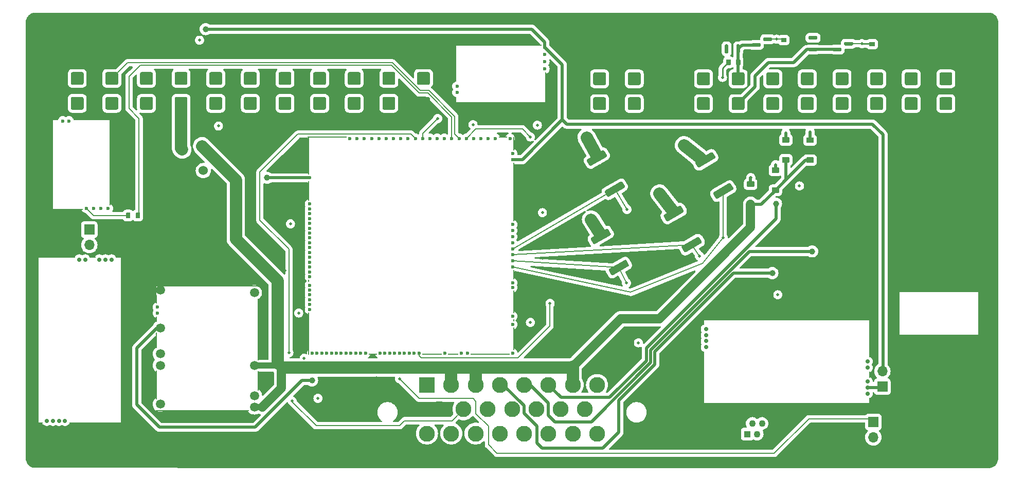
<source format=gbl>
G04 #@! TF.GenerationSoftware,KiCad,Pcbnew,8.0.1-8.0.1-1~ubuntu22.04.1*
G04 #@! TF.CreationDate,2024-04-19T03:01:46+00:00*
G04 #@! TF.ProjectId,uaeficopiedtovfr,75616566-6963-46f7-9069-6564746f7666,rev?*
G04 #@! TF.SameCoordinates,Original*
G04 #@! TF.FileFunction,Copper,L4,Bot*
G04 #@! TF.FilePolarity,Positive*
%FSLAX46Y46*%
G04 Gerber Fmt 4.6, Leading zero omitted, Abs format (unit mm)*
G04 Created by KiCad (PCBNEW 8.0.1-8.0.1-1~ubuntu22.04.1) date 2024-04-19 03:01:46*
%MOMM*%
%LPD*%
G01*
G04 APERTURE LIST*
G04 #@! TA.AperFunction,ComponentPad*
%ADD10C,5.600000*%
G04 #@! TD*
G04 #@! TA.AperFunction,ComponentPad*
%ADD11R,1.700000X1.700000*%
G04 #@! TD*
G04 #@! TA.AperFunction,ComponentPad*
%ADD12O,1.700000X1.700000*%
G04 #@! TD*
G04 #@! TA.AperFunction,ComponentPad*
%ADD13C,0.600000*%
G04 #@! TD*
G04 #@! TA.AperFunction,SMDPad,CuDef*
%ADD14R,6.185000X0.250000*%
G04 #@! TD*
G04 #@! TA.AperFunction,SMDPad,CuDef*
%ADD15R,1.115000X0.250000*%
G04 #@! TD*
G04 #@! TA.AperFunction,SMDPad,CuDef*
%ADD16R,0.250000X14.275000*%
G04 #@! TD*
G04 #@! TA.AperFunction,SMDPad,CuDef*
%ADD17R,0.250000X15.100000*%
G04 #@! TD*
G04 #@! TA.AperFunction,SMDPad,CuDef*
%ADD18R,5.175000X0.250000*%
G04 #@! TD*
G04 #@! TA.AperFunction,ComponentPad*
%ADD19C,0.700000*%
G04 #@! TD*
G04 #@! TA.AperFunction,SMDPad,CuDef*
%ADD20R,1.100000X0.250000*%
G04 #@! TD*
G04 #@! TA.AperFunction,SMDPad,CuDef*
%ADD21R,0.980000X0.250000*%
G04 #@! TD*
G04 #@! TA.AperFunction,SMDPad,CuDef*
%ADD22R,6.300000X0.250000*%
G04 #@! TD*
G04 #@! TA.AperFunction,SMDPad,CuDef*
%ADD23R,0.250000X27.600000*%
G04 #@! TD*
G04 #@! TA.AperFunction,SMDPad,CuDef*
%ADD24R,8.750000X0.250000*%
G04 #@! TD*
G04 #@! TA.AperFunction,SMDPad,CuDef*
%ADD25R,0.950000X0.250000*%
G04 #@! TD*
G04 #@! TA.AperFunction,ComponentPad*
%ADD26C,1.500000*%
G04 #@! TD*
G04 #@! TA.AperFunction,SMDPad,CuDef*
%ADD27O,0.200000X3.300000*%
G04 #@! TD*
G04 #@! TA.AperFunction,SMDPad,CuDef*
%ADD28O,0.200000X10.200000*%
G04 #@! TD*
G04 #@! TA.AperFunction,SMDPad,CuDef*
%ADD29O,0.200000X0.300000*%
G04 #@! TD*
G04 #@! TA.AperFunction,SMDPad,CuDef*
%ADD30O,17.000000X0.200000*%
G04 #@! TD*
G04 #@! TA.AperFunction,SMDPad,CuDef*
%ADD31O,15.400000X0.200000*%
G04 #@! TD*
G04 #@! TA.AperFunction,SMDPad,CuDef*
%ADD32O,0.200000X4.800000*%
G04 #@! TD*
G04 #@! TA.AperFunction,SMDPad,CuDef*
%ADD33O,0.200000X2.600000*%
G04 #@! TD*
G04 #@! TA.AperFunction,SMDPad,CuDef*
%ADD34O,0.200000X1.000000*%
G04 #@! TD*
G04 #@! TA.AperFunction,SMDPad,CuDef*
%ADD35O,0.200000X1.500000*%
G04 #@! TD*
G04 #@! TA.AperFunction,ComponentPad*
%ADD36R,2.625000X2.625000*%
G04 #@! TD*
G04 #@! TA.AperFunction,ComponentPad*
%ADD37C,2.625000*%
G04 #@! TD*
G04 #@! TA.AperFunction,SMDPad,CuDef*
%ADD38R,0.250000X6.185000*%
G04 #@! TD*
G04 #@! TA.AperFunction,SMDPad,CuDef*
%ADD39R,0.250000X1.115000*%
G04 #@! TD*
G04 #@! TA.AperFunction,SMDPad,CuDef*
%ADD40R,14.275000X0.250000*%
G04 #@! TD*
G04 #@! TA.AperFunction,SMDPad,CuDef*
%ADD41R,15.100000X0.250000*%
G04 #@! TD*
G04 #@! TA.AperFunction,SMDPad,CuDef*
%ADD42R,0.250000X5.175000*%
G04 #@! TD*
G04 #@! TA.AperFunction,ComponentPad*
%ADD43R,1.100000X1.100000*%
G04 #@! TD*
G04 #@! TA.AperFunction,ComponentPad*
%ADD44C,1.100000*%
G04 #@! TD*
G04 #@! TA.AperFunction,ComponentPad*
%ADD45O,1.100000X2.400000*%
G04 #@! TD*
G04 #@! TA.AperFunction,ComponentPad*
%ADD46C,1.524000*%
G04 #@! TD*
G04 #@! TA.AperFunction,SMDPad,CuDef*
%ADD47R,0.200000X3.700000*%
G04 #@! TD*
G04 #@! TA.AperFunction,SMDPad,CuDef*
%ADD48R,0.200000X0.400000*%
G04 #@! TD*
G04 #@! TA.AperFunction,SMDPad,CuDef*
%ADD49R,0.200000X1.600000*%
G04 #@! TD*
G04 #@! TA.AperFunction,SMDPad,CuDef*
%ADD50R,0.200000X9.700000*%
G04 #@! TD*
G04 #@! TA.AperFunction,SMDPad,CuDef*
%ADD51R,0.200000X2.300000*%
G04 #@! TD*
G04 #@! TA.AperFunction,SMDPad,CuDef*
%ADD52R,1.400000X0.200000*%
G04 #@! TD*
G04 #@! TA.AperFunction,SMDPad,CuDef*
%ADD53R,6.400000X0.200000*%
G04 #@! TD*
G04 #@! TA.AperFunction,SMDPad,CuDef*
%ADD54R,1.700000X0.200000*%
G04 #@! TD*
G04 #@! TA.AperFunction,SMDPad,CuDef*
%ADD55R,3.300000X0.200000*%
G04 #@! TD*
G04 #@! TA.AperFunction,SMDPad,CuDef*
%ADD56R,0.200000X7.000000*%
G04 #@! TD*
G04 #@! TA.AperFunction,SMDPad,CuDef*
%ADD57R,0.200000X3.300000*%
G04 #@! TD*
G04 #@! TA.AperFunction,SMDPad,CuDef*
%ADD58R,0.200000X6.300000*%
G04 #@! TD*
G04 #@! TA.AperFunction,SMDPad,CuDef*
%ADD59R,0.250000X1.100000*%
G04 #@! TD*
G04 #@! TA.AperFunction,SMDPad,CuDef*
%ADD60R,0.250000X0.980000*%
G04 #@! TD*
G04 #@! TA.AperFunction,SMDPad,CuDef*
%ADD61R,0.250000X6.300000*%
G04 #@! TD*
G04 #@! TA.AperFunction,SMDPad,CuDef*
%ADD62R,27.600000X0.250000*%
G04 #@! TD*
G04 #@! TA.AperFunction,SMDPad,CuDef*
%ADD63R,0.250000X8.750000*%
G04 #@! TD*
G04 #@! TA.AperFunction,SMDPad,CuDef*
%ADD64R,0.250000X0.950000*%
G04 #@! TD*
G04 #@! TA.AperFunction,ViaPad*
%ADD65C,1.524000*%
G04 #@! TD*
G04 #@! TA.AperFunction,ViaPad*
%ADD66C,1.000000*%
G04 #@! TD*
G04 #@! TA.AperFunction,ViaPad*
%ADD67C,0.500000*%
G04 #@! TD*
G04 #@! TA.AperFunction,ViaPad*
%ADD68C,0.800000*%
G04 #@! TD*
G04 #@! TA.AperFunction,Conductor*
%ADD69C,0.200000*%
G04 #@! TD*
G04 #@! TA.AperFunction,Conductor*
%ADD70C,0.500000*%
G04 #@! TD*
G04 #@! TA.AperFunction,Conductor*
%ADD71C,2.000000*%
G04 #@! TD*
G04 #@! TA.AperFunction,Conductor*
%ADD72C,1.500000*%
G04 #@! TD*
G04 #@! TA.AperFunction,Conductor*
%ADD73C,0.250000*%
G04 #@! TD*
G04 #@! TA.AperFunction,Conductor*
%ADD74C,1.000000*%
G04 #@! TD*
G04 APERTURE END LIST*
D10*
G04 #@! TO.P,H2,1,1*
G04 #@! TO.N,GND*
X29925000Y37242000D03*
G04 #@! TD*
G04 #@! TO.P,H1,1,1*
G04 #@! TO.N,GND*
X155885000Y48938000D03*
G04 #@! TD*
D11*
G04 #@! TO.P,JP3,1,A*
G04 #@! TO.N,+3.3VA*
X139494000Y7635000D03*
D12*
G04 #@! TO.P,JP3,2,B*
G04 #@! TO.N,Net-(JP3-B)*
X139494000Y5095000D03*
G04 #@! TD*
D13*
G04 #@! TO.P,M3,E1,Thresh_IN*
G04 #@! TO.N,/VR1_THRESHOLD*
X11118000Y42857000D03*
G04 #@! TO.P,M3,E2,OUT_A*
G04 #@! TO.N,/VR1_A*
X9918000Y42857000D03*
G04 #@! TO.P,M3,E3,OUT*
G04 #@! TO.N,/VR1*
X12318000Y42857000D03*
G04 #@! TO.P,M3,E4,V5_IN*
G04 #@! TO.N,+5VA*
X13518000Y42857000D03*
D14*
G04 #@! TO.P,M3,G,GND*
G04 #@! TO.N,GND*
X10850500Y57507000D03*
D15*
X4800500Y57507000D03*
D16*
X13818000Y50494500D03*
D17*
X4368000Y50082000D03*
D18*
X6830500Y42657000D03*
D13*
G04 #@! TO.P,M3,W1,VR-*
G04 #@! TO.N,/CAM{slash}CRANK-*
X7058000Y57282000D03*
G04 #@! TO.P,M3,W2,VR+*
G04 #@! TO.N,/CAM+*
X6058000Y57282000D03*
G04 #@! TD*
D11*
G04 #@! TO.P,JP2,1,A*
G04 #@! TO.N,+5VA*
X10412000Y39352000D03*
D12*
G04 #@! TO.P,JP2,2,B*
G04 #@! TO.N,Net-(JP2-B)*
X10412000Y36812000D03*
G04 #@! TD*
D19*
G04 #@! TO.P,M7,E1,LSU_Un*
G04 #@! TO.N,/WBO2_Un*
X3416000Y7829000D03*
G04 #@! TO.P,M7,E2,LSU_Vm*
G04 #@! TO.N,/WBO2_Vm*
X6416000Y7829000D03*
G04 #@! TO.P,M7,E3,LSU_Ip*
G04 #@! TO.N,/WBO2_Ip*
X5416000Y7829000D03*
G04 #@! TO.P,M7,E4,LSU_Rtrim*
G04 #@! TO.N,/WBO2_Rtrim*
X4416000Y7829000D03*
D20*
G04 #@! TO.P,M7,G,GND*
G04 #@! TO.N,GND*
X15266000Y34804000D03*
D21*
X10926000Y34804000D03*
D22*
X4966000Y34804000D03*
D23*
X15691000Y21129000D03*
X1941000Y21129000D03*
D24*
X11441000Y7454000D03*
D25*
X2291000Y7454000D03*
D19*
G04 #@! TO.P,M7,W1,V5_IN*
G04 #@! TO.N,Net-(JP2-B)*
X13066000Y34420200D03*
G04 #@! TO.P,M7,W2,CAN_VIO*
G04 #@! TO.N,unconnected-(M7-CAN_VIO-PadW2)*
X12066000Y34420200D03*
G04 #@! TO.P,M7,W3,CANL*
G04 #@! TO.N,/CAN-*
X8770000Y34420200D03*
G04 #@! TO.P,M7,W4,CANH*
G04 #@! TO.N,/CAN+*
X9786000Y34420200D03*
G04 #@! TO.P,M7,W9,VDDA*
G04 #@! TO.N,unconnected-(M7-VDDA-PadW9)*
X14066000Y34420200D03*
G04 #@! TD*
D26*
G04 #@! TO.P,M1,E1,VBAT*
G04 #@! TO.N,/VBAT*
X22089005Y10557001D03*
G04 #@! TO.P,M1,E2,V12*
G04 #@! TO.N,unconnected-(M1-V12-PadE2)*
X22089005Y16956998D03*
G04 #@! TO.P,M1,E3,VIGN*
G04 #@! TO.N,/VIGN*
X22089005Y18857001D03*
G04 #@! TO.P,M1,E4,V5*
G04 #@! TO.N,+5V*
X22089005Y23157001D03*
D13*
G04 #@! TO.P,M1,E5,EN_5VP*
G04 #@! TO.N,/PWR_EN*
X21639006Y25556998D03*
G04 #@! TO.P,M1,E6,PG_5VP*
G04 #@! TO.N,Net-(M1-PG_5VP)*
X21639006Y26556999D03*
D27*
G04 #@! TO.P,M1,S1,GND*
G04 #@! TO.N,GND*
X38239001Y14407001D03*
D28*
X38239001Y22906999D03*
D29*
X38239001Y30007001D03*
D30*
X29839003Y30057001D03*
D31*
X29039002Y9457001D03*
D26*
X22089005Y29407001D03*
D29*
X21439004Y9507001D03*
D32*
X21439004Y13706999D03*
D33*
X21439004Y21057001D03*
D34*
X21439004Y24556998D03*
D35*
X21439004Y27856999D03*
D26*
G04 #@! TO.P,M1,V1,V12_PERM*
G04 #@! TO.N,+12V_RAW*
X37589002Y10106999D03*
G04 #@! TO.P,M1,V2,IN_VIGN*
G04 #@! TO.N,/IN_VIGN*
X37589002Y11956998D03*
G04 #@! TO.P,M1,V3,V12_RAW*
G04 #@! TO.N,+12V_RAW*
X37589002Y16907001D03*
G04 #@! TO.P,M1,V4,5VP*
G04 #@! TO.N,+5VP*
X37589002Y28956999D03*
G04 #@! TD*
D36*
G04 #@! TO.P,J4,1,1*
G04 #@! TO.N,/WBO2_Heater*
X66007000Y13720000D03*
D37*
G04 #@! TO.P,J4,2,2*
G04 #@! TO.N,+12V_RAW*
X70007000Y13720000D03*
G04 #@! TO.P,J4,3,3*
X74007000Y13720000D03*
G04 #@! TO.P,J4,4,4*
G04 #@! TO.N,/OUT_LS3*
X78007000Y13720000D03*
G04 #@! TO.P,J4,5,5*
G04 #@! TO.N,/INTAKEFLAP*
X82007000Y13720000D03*
G04 #@! TO.P,J4,6,6*
G04 #@! TO.N,/OUT_LS2*
X86007000Y13720000D03*
G04 #@! TO.P,J4,7,7*
G04 #@! TO.N,+12V_RAW*
X90007000Y13720000D03*
G04 #@! TO.P,J4,8,8*
G04 #@! TO.N,/CAN+*
X94007000Y13720000D03*
G04 #@! TO.P,J4,9,9*
G04 #@! TO.N,GND*
X68007000Y9720000D03*
G04 #@! TO.P,J4,10,10*
G04 #@! TO.N,/IN_BUTTON3*
X72007000Y9720000D03*
G04 #@! TO.P,J4,11,11*
G04 #@! TO.N,/IN_AUX2*
X76007000Y9720000D03*
G04 #@! TO.P,J4,12,12*
G04 #@! TO.N,/IN_FLEX*
X80007000Y9720000D03*
G04 #@! TO.P,J4,13,13*
G04 #@! TO.N,/IN_AUX1*
X84007000Y9720000D03*
G04 #@! TO.P,J4,14,14*
G04 #@! TO.N,/CAN-*
X88007000Y9720000D03*
G04 #@! TO.P,J4,15,15*
G04 #@! TO.N,/WBO_Heater*
X92007000Y9720000D03*
G04 #@! TO.P,J4,16,16*
G04 #@! TO.N,/WBO2_Vm*
X66007000Y5720000D03*
G04 #@! TO.P,J4,17,17*
G04 #@! TO.N,/WBO2_Ip*
X70007000Y5720000D03*
G04 #@! TO.P,J4,18,18*
G04 #@! TO.N,/WBO2_Un*
X74007000Y5720000D03*
G04 #@! TO.P,J4,19,19*
G04 #@! TO.N,/WBO2_Rtrim*
X78007000Y5720000D03*
G04 #@! TO.P,J4,20,20*
G04 #@! TO.N,/WBO_Un*
X82007000Y5720000D03*
G04 #@! TO.P,J4,21,21*
G04 #@! TO.N,/WBO_Rtrim*
X86007000Y5720000D03*
G04 #@! TO.P,J4,22,22*
G04 #@! TO.N,/WBO_Ip*
X90007000Y5720000D03*
G04 #@! TO.P,J4,23,23*
G04 #@! TO.N,/WBO_Vm*
X94007000Y5720000D03*
G04 #@! TD*
G04 #@! TO.P,U1,A1,A1*
G04 #@! TO.N,unconnected-(U1-PadA1)*
G04 #@! TA.AperFunction,ComponentPad*
G36*
G01*
X150375000Y59331001D02*
X150375000Y60930999D01*
G75*
G02*
X150625001Y61181000I250001J0D01*
G01*
X152224999Y61181000D01*
G75*
G02*
X152475000Y60930999I0J-250001D01*
G01*
X152475000Y59331001D01*
G75*
G02*
X152224999Y59081000I-250001J0D01*
G01*
X150625001Y59081000D01*
G75*
G02*
X150375000Y59331001I0J250001D01*
G01*
G37*
G04 #@! TD.AperFunction*
G04 #@! TO.P,U1,A2,A2*
G04 #@! TO.N,unconnected-(U1-PadA2)*
G04 #@! TA.AperFunction,ComponentPad*
G36*
G01*
X144675000Y59331001D02*
X144675000Y60930999D01*
G75*
G02*
X144925001Y61181000I250001J0D01*
G01*
X146524999Y61181000D01*
G75*
G02*
X146775000Y60930999I0J-250001D01*
G01*
X146775000Y59331001D01*
G75*
G02*
X146524999Y59081000I-250001J0D01*
G01*
X144925001Y59081000D01*
G75*
G02*
X144675000Y59331001I0J250001D01*
G01*
G37*
G04 #@! TD.AperFunction*
G04 #@! TO.P,U1,A3,A3*
G04 #@! TO.N,/INJOUT3*
G04 #@! TA.AperFunction,ComponentPad*
G36*
G01*
X138975000Y59331001D02*
X138975000Y60930999D01*
G75*
G02*
X139225001Y61181000I250001J0D01*
G01*
X140824999Y61181000D01*
G75*
G02*
X141075000Y60930999I0J-250001D01*
G01*
X141075000Y59331001D01*
G75*
G02*
X140824999Y59081000I-250001J0D01*
G01*
X139225001Y59081000D01*
G75*
G02*
X138975000Y59331001I0J250001D01*
G01*
G37*
G04 #@! TD.AperFunction*
G04 #@! TO.P,U1,A4,A4*
G04 #@! TO.N,/INJOUT1*
G04 #@! TA.AperFunction,ComponentPad*
G36*
G01*
X133275000Y59331001D02*
X133275000Y60930999D01*
G75*
G02*
X133525001Y61181000I250001J0D01*
G01*
X135124999Y61181000D01*
G75*
G02*
X135375000Y60930999I0J-250001D01*
G01*
X135375000Y59331001D01*
G75*
G02*
X135124999Y59081000I-250001J0D01*
G01*
X133525001Y59081000D01*
G75*
G02*
X133275000Y59331001I0J250001D01*
G01*
G37*
G04 #@! TD.AperFunction*
G04 #@! TO.P,U1,A5,A5*
G04 #@! TO.N,/FUELPUMP_LS*
G04 #@! TA.AperFunction,ComponentPad*
G36*
G01*
X127575000Y59331001D02*
X127575000Y60930999D01*
G75*
G02*
X127825001Y61181000I250001J0D01*
G01*
X129424999Y61181000D01*
G75*
G02*
X129675000Y60930999I0J-250001D01*
G01*
X129675000Y59331001D01*
G75*
G02*
X129424999Y59081000I-250001J0D01*
G01*
X127825001Y59081000D01*
G75*
G02*
X127575000Y59331001I0J250001D01*
G01*
G37*
G04 #@! TD.AperFunction*
G04 #@! TO.P,U1,A6,A6*
G04 #@! TO.N,unconnected-(U1-PadA6)*
G04 #@! TA.AperFunction,ComponentPad*
G36*
G01*
X121875000Y59331001D02*
X121875000Y60930999D01*
G75*
G02*
X122125001Y61181000I250001J0D01*
G01*
X123724999Y61181000D01*
G75*
G02*
X123975000Y60930999I0J-250001D01*
G01*
X123975000Y59331001D01*
G75*
G02*
X123724999Y59081000I-250001J0D01*
G01*
X122125001Y59081000D01*
G75*
G02*
X121875000Y59331001I0J250001D01*
G01*
G37*
G04 #@! TD.AperFunction*
G04 #@! TO.P,U1,A7,A7*
G04 #@! TO.N,/FILIGHT*
G04 #@! TA.AperFunction,ComponentPad*
G36*
G01*
X116175000Y59331001D02*
X116175000Y60930999D01*
G75*
G02*
X116425001Y61181000I250001J0D01*
G01*
X118024999Y61181000D01*
G75*
G02*
X118275000Y60930999I0J-250001D01*
G01*
X118275000Y59331001D01*
G75*
G02*
X118024999Y59081000I-250001J0D01*
G01*
X116425001Y59081000D01*
G75*
G02*
X116175000Y59331001I0J250001D01*
G01*
G37*
G04 #@! TD.AperFunction*
G04 #@! TO.P,U1,A8,A8*
G04 #@! TO.N,/OUT_LS2*
G04 #@! TA.AperFunction,ComponentPad*
G36*
G01*
X110475000Y59331001D02*
X110475000Y60930999D01*
G75*
G02*
X110725001Y61181000I250001J0D01*
G01*
X112324999Y61181000D01*
G75*
G02*
X112575000Y60930999I0J-250001D01*
G01*
X112575000Y59331001D01*
G75*
G02*
X112324999Y59081000I-250001J0D01*
G01*
X110725001Y59081000D01*
G75*
G02*
X110475000Y59331001I0J250001D01*
G01*
G37*
G04 #@! TD.AperFunction*
G04 #@! TO.P,U1,A9,A9*
G04 #@! TO.N,GND*
G04 #@! TA.AperFunction,ComponentPad*
G36*
G01*
X104775000Y59331001D02*
X104775000Y60930999D01*
G75*
G02*
X105025001Y61181000I250001J0D01*
G01*
X106624999Y61181000D01*
G75*
G02*
X106875000Y60930999I0J-250001D01*
G01*
X106875000Y59331001D01*
G75*
G02*
X106624999Y59081000I-250001J0D01*
G01*
X105025001Y59081000D01*
G75*
G02*
X104775000Y59331001I0J250001D01*
G01*
G37*
G04 #@! TD.AperFunction*
G04 #@! TO.P,U1,A10,A10*
G04 #@! TO.N,/IGNOUT1*
G04 #@! TA.AperFunction,ComponentPad*
G36*
G01*
X99075000Y59331001D02*
X99075000Y60930999D01*
G75*
G02*
X99325001Y61181000I250001J0D01*
G01*
X100924999Y61181000D01*
G75*
G02*
X101175000Y60930999I0J-250001D01*
G01*
X101175000Y59331001D01*
G75*
G02*
X100924999Y59081000I-250001J0D01*
G01*
X99325001Y59081000D01*
G75*
G02*
X99075000Y59331001I0J250001D01*
G01*
G37*
G04 #@! TD.AperFunction*
G04 #@! TO.P,U1,A11,A11*
G04 #@! TO.N,/IGNOUT3*
G04 #@! TA.AperFunction,ComponentPad*
G36*
G01*
X93375000Y59331001D02*
X93375000Y60930999D01*
G75*
G02*
X93625001Y61181000I250001J0D01*
G01*
X95224999Y61181000D01*
G75*
G02*
X95475000Y60930999I0J-250001D01*
G01*
X95475000Y59331001D01*
G75*
G02*
X95224999Y59081000I-250001J0D01*
G01*
X93625001Y59081000D01*
G75*
G02*
X93375000Y59331001I0J250001D01*
G01*
G37*
G04 #@! TD.AperFunction*
G04 #@! TO.P,U1,A12,A12*
G04 #@! TO.N,unconnected-(U1-PadA12)*
G04 #@! TA.AperFunction,ComponentPad*
G36*
G01*
X150375000Y63431001D02*
X150375000Y65030999D01*
G75*
G02*
X150625001Y65281000I250001J0D01*
G01*
X152224999Y65281000D01*
G75*
G02*
X152475000Y65030999I0J-250001D01*
G01*
X152475000Y63431001D01*
G75*
G02*
X152224999Y63181000I-250001J0D01*
G01*
X150625001Y63181000D01*
G75*
G02*
X150375000Y63431001I0J250001D01*
G01*
G37*
G04 #@! TD.AperFunction*
G04 #@! TO.P,U1,A13,A13*
G04 #@! TO.N,unconnected-(U1-PadA13)*
G04 #@! TA.AperFunction,ComponentPad*
G36*
G01*
X144675000Y63431001D02*
X144675000Y65030999D01*
G75*
G02*
X144925001Y65281000I250001J0D01*
G01*
X146524999Y65281000D01*
G75*
G02*
X146775000Y65030999I0J-250001D01*
G01*
X146775000Y63431001D01*
G75*
G02*
X146524999Y63181000I-250001J0D01*
G01*
X144925001Y63181000D01*
G75*
G02*
X144675000Y63431001I0J250001D01*
G01*
G37*
G04 #@! TD.AperFunction*
G04 #@! TO.P,U1,A14,A14*
G04 #@! TO.N,/INJOUT4*
G04 #@! TA.AperFunction,ComponentPad*
G36*
G01*
X138975000Y63431001D02*
X138975000Y65030999D01*
G75*
G02*
X139225001Y65281000I250001J0D01*
G01*
X140824999Y65281000D01*
G75*
G02*
X141075000Y65030999I0J-250001D01*
G01*
X141075000Y63431001D01*
G75*
G02*
X140824999Y63181000I-250001J0D01*
G01*
X139225001Y63181000D01*
G75*
G02*
X138975000Y63431001I0J250001D01*
G01*
G37*
G04 #@! TD.AperFunction*
G04 #@! TO.P,U1,A15,A15*
G04 #@! TO.N,/INJOUT2*
G04 #@! TA.AperFunction,ComponentPad*
G36*
G01*
X133275000Y63431001D02*
X133275000Y65030999D01*
G75*
G02*
X133525001Y65281000I250001J0D01*
G01*
X135124999Y65281000D01*
G75*
G02*
X135375000Y65030999I0J-250001D01*
G01*
X135375000Y63431001D01*
G75*
G02*
X135124999Y63181000I-250001J0D01*
G01*
X133525001Y63181000D01*
G75*
G02*
X133275000Y63431001I0J250001D01*
G01*
G37*
G04 #@! TD.AperFunction*
G04 #@! TO.P,U1,A16,A16*
G04 #@! TO.N,/INTAKEFLAP*
G04 #@! TA.AperFunction,ComponentPad*
G36*
G01*
X127575000Y63431001D02*
X127575000Y65030999D01*
G75*
G02*
X127825001Y65281000I250001J0D01*
G01*
X129424999Y65281000D01*
G75*
G02*
X129675000Y65030999I0J-250001D01*
G01*
X129675000Y63431001D01*
G75*
G02*
X129424999Y63181000I-250001J0D01*
G01*
X127825001Y63181000D01*
G75*
G02*
X127575000Y63431001I0J250001D01*
G01*
G37*
G04 #@! TD.AperFunction*
G04 #@! TO.P,U1,A17,A17*
G04 #@! TO.N,unconnected-(U1-PadA17)*
G04 #@! TA.AperFunction,ComponentPad*
G36*
G01*
X121875000Y63431001D02*
X121875000Y65030999D01*
G75*
G02*
X122125001Y65281000I250001J0D01*
G01*
X123724999Y65281000D01*
G75*
G02*
X123975000Y65030999I0J-250001D01*
G01*
X123975000Y63431001D01*
G75*
G02*
X123724999Y63181000I-250001J0D01*
G01*
X122125001Y63181000D01*
G75*
G02*
X121875000Y63431001I0J250001D01*
G01*
G37*
G04 #@! TD.AperFunction*
G04 #@! TO.P,U1,A18,A18*
G04 #@! TO.N,/OUT_LS_WEAK2*
G04 #@! TA.AperFunction,ComponentPad*
G36*
G01*
X116175000Y63431001D02*
X116175000Y65030999D01*
G75*
G02*
X116425001Y65281000I250001J0D01*
G01*
X118024999Y65281000D01*
G75*
G02*
X118275000Y65030999I0J-250001D01*
G01*
X118275000Y63431001D01*
G75*
G02*
X118024999Y63181000I-250001J0D01*
G01*
X116425001Y63181000D01*
G75*
G02*
X116175000Y63431001I0J250001D01*
G01*
G37*
G04 #@! TD.AperFunction*
G04 #@! TO.P,U1,A19,A19*
G04 #@! TO.N,/OUT_LS3*
G04 #@! TA.AperFunction,ComponentPad*
G36*
G01*
X110475000Y63431001D02*
X110475000Y65030999D01*
G75*
G02*
X110725001Y65281000I250001J0D01*
G01*
X112324999Y65281000D01*
G75*
G02*
X112575000Y65030999I0J-250001D01*
G01*
X112575000Y63431001D01*
G75*
G02*
X112324999Y63181000I-250001J0D01*
G01*
X110725001Y63181000D01*
G75*
G02*
X110475000Y63431001I0J250001D01*
G01*
G37*
G04 #@! TD.AperFunction*
G04 #@! TO.P,U1,A20,A20*
G04 #@! TO.N,GND*
G04 #@! TA.AperFunction,ComponentPad*
G36*
G01*
X104775000Y63431001D02*
X104775000Y65030999D01*
G75*
G02*
X105025001Y65281000I250001J0D01*
G01*
X106624999Y65281000D01*
G75*
G02*
X106875000Y65030999I0J-250001D01*
G01*
X106875000Y63431001D01*
G75*
G02*
X106624999Y63181000I-250001J0D01*
G01*
X105025001Y63181000D01*
G75*
G02*
X104775000Y63431001I0J250001D01*
G01*
G37*
G04 #@! TD.AperFunction*
G04 #@! TO.P,U1,A21,A21*
G04 #@! TO.N,/IGNOUT2*
G04 #@! TA.AperFunction,ComponentPad*
G36*
G01*
X99075000Y63431001D02*
X99075000Y65030999D01*
G75*
G02*
X99325001Y65281000I250001J0D01*
G01*
X100924999Y65281000D01*
G75*
G02*
X101175000Y65030999I0J-250001D01*
G01*
X101175000Y63431001D01*
G75*
G02*
X100924999Y63181000I-250001J0D01*
G01*
X99325001Y63181000D01*
G75*
G02*
X99075000Y63431001I0J250001D01*
G01*
G37*
G04 #@! TD.AperFunction*
G04 #@! TO.P,U1,A22,A22*
G04 #@! TO.N,/IGNOUT4*
G04 #@! TA.AperFunction,ComponentPad*
G36*
G01*
X93375000Y63431001D02*
X93375000Y65030999D01*
G75*
G02*
X93625001Y65281000I250001J0D01*
G01*
X95224999Y65281000D01*
G75*
G02*
X95475000Y65030999I0J-250001D01*
G01*
X95475000Y63431001D01*
G75*
G02*
X95224999Y63181000I-250001J0D01*
G01*
X93625001Y63181000D01*
G75*
G02*
X93375000Y63431001I0J250001D01*
G01*
G37*
G04 #@! TD.AperFunction*
G04 #@! TO.P,U1,B1,B1*
G04 #@! TO.N,GND*
G04 #@! TA.AperFunction,ComponentPad*
G36*
G01*
X64375000Y59381001D02*
X64375000Y60980999D01*
G75*
G02*
X64625001Y61231000I250001J0D01*
G01*
X66224999Y61231000D01*
G75*
G02*
X66475000Y60980999I0J-250001D01*
G01*
X66475000Y59381001D01*
G75*
G02*
X66224999Y59131000I-250001J0D01*
G01*
X64625001Y59131000D01*
G75*
G02*
X64375000Y59381001I0J250001D01*
G01*
G37*
G04 #@! TD.AperFunction*
G04 #@! TO.P,U1,B2,B2*
G04 #@! TO.N,GNDA*
G04 #@! TA.AperFunction,ComponentPad*
G36*
G01*
X58675000Y59381001D02*
X58675000Y60980999D01*
G75*
G02*
X58925001Y61231000I250001J0D01*
G01*
X60524999Y61231000D01*
G75*
G02*
X60775000Y60980999I0J-250001D01*
G01*
X60775000Y59381001D01*
G75*
G02*
X60524999Y59131000I-250001J0D01*
G01*
X58925001Y59131000D01*
G75*
G02*
X58675000Y59381001I0J250001D01*
G01*
G37*
G04 #@! TD.AperFunction*
G04 #@! TO.P,U1,B3,B3*
G04 #@! TO.N,/IN_MAP*
G04 #@! TA.AperFunction,ComponentPad*
G36*
G01*
X52975000Y59381001D02*
X52975000Y60980999D01*
G75*
G02*
X53225001Y61231000I250001J0D01*
G01*
X54824999Y61231000D01*
G75*
G02*
X55075000Y60980999I0J-250001D01*
G01*
X55075000Y59381001D01*
G75*
G02*
X54824999Y59131000I-250001J0D01*
G01*
X53225001Y59131000D01*
G75*
G02*
X52975000Y59381001I0J250001D01*
G01*
G37*
G04 #@! TD.AperFunction*
G04 #@! TO.P,U1,B4,B4*
G04 #@! TO.N,/BARO*
G04 #@! TA.AperFunction,ComponentPad*
G36*
G01*
X47275000Y59381001D02*
X47275000Y60980999D01*
G75*
G02*
X47525001Y61231000I250001J0D01*
G01*
X49124999Y61231000D01*
G75*
G02*
X49375000Y60980999I0J-250001D01*
G01*
X49375000Y59381001D01*
G75*
G02*
X49124999Y59131000I-250001J0D01*
G01*
X47525001Y59131000D01*
G75*
G02*
X47275000Y59381001I0J250001D01*
G01*
G37*
G04 #@! TD.AperFunction*
G04 #@! TO.P,U1,B5,B5*
G04 #@! TO.N,/IAT_SENSOR*
G04 #@! TA.AperFunction,ComponentPad*
G36*
G01*
X41575000Y59381001D02*
X41575000Y60980999D01*
G75*
G02*
X41825001Y61231000I250001J0D01*
G01*
X43424999Y61231000D01*
G75*
G02*
X43675000Y60980999I0J-250001D01*
G01*
X43675000Y59381001D01*
G75*
G02*
X43424999Y59131000I-250001J0D01*
G01*
X41825001Y59131000D01*
G75*
G02*
X41575000Y59381001I0J250001D01*
G01*
G37*
G04 #@! TD.AperFunction*
G04 #@! TO.P,U1,B6,B6*
G04 #@! TO.N,unconnected-(U1-PadB6)*
G04 #@! TA.AperFunction,ComponentPad*
G36*
G01*
X35875000Y59381001D02*
X35875000Y60980999D01*
G75*
G02*
X36125001Y61231000I250001J0D01*
G01*
X37724999Y61231000D01*
G75*
G02*
X37975000Y60980999I0J-250001D01*
G01*
X37975000Y59381001D01*
G75*
G02*
X37724999Y59131000I-250001J0D01*
G01*
X36125001Y59131000D01*
G75*
G02*
X35875000Y59381001I0J250001D01*
G01*
G37*
G04 #@! TD.AperFunction*
G04 #@! TO.P,U1,B7,B7*
G04 #@! TO.N,+5VP*
G04 #@! TA.AperFunction,ComponentPad*
G36*
G01*
X30175000Y59381001D02*
X30175000Y60980999D01*
G75*
G02*
X30425001Y61231000I250001J0D01*
G01*
X32024999Y61231000D01*
G75*
G02*
X32275000Y60980999I0J-250001D01*
G01*
X32275000Y59381001D01*
G75*
G02*
X32024999Y59131000I-250001J0D01*
G01*
X30425001Y59131000D01*
G75*
G02*
X30175000Y59381001I0J250001D01*
G01*
G37*
G04 #@! TD.AperFunction*
G04 #@! TO.P,U1,B8,B8*
G04 #@! TO.N,+12V*
G04 #@! TA.AperFunction,ComponentPad*
G36*
G01*
X24475000Y59381001D02*
X24475000Y60980999D01*
G75*
G02*
X24725001Y61231000I250001J0D01*
G01*
X26324999Y61231000D01*
G75*
G02*
X26575000Y60980999I0J-250001D01*
G01*
X26575000Y59381001D01*
G75*
G02*
X26324999Y59131000I-250001J0D01*
G01*
X24725001Y59131000D01*
G75*
G02*
X24475000Y59381001I0J250001D01*
G01*
G37*
G04 #@! TD.AperFunction*
G04 #@! TO.P,U1,B9,B9*
G04 #@! TO.N,unconnected-(U1-PadB9)*
G04 #@! TA.AperFunction,ComponentPad*
G36*
G01*
X18775000Y59381001D02*
X18775000Y60980999D01*
G75*
G02*
X19025001Y61231000I250001J0D01*
G01*
X20624999Y61231000D01*
G75*
G02*
X20875000Y60980999I0J-250001D01*
G01*
X20875000Y59381001D01*
G75*
G02*
X20624999Y59131000I-250001J0D01*
G01*
X19025001Y59131000D01*
G75*
G02*
X18775000Y59381001I0J250001D01*
G01*
G37*
G04 #@! TD.AperFunction*
G04 #@! TO.P,U1,B10,B10*
G04 #@! TO.N,/IN_BUTTON1*
G04 #@! TA.AperFunction,ComponentPad*
G36*
G01*
X13075000Y59381001D02*
X13075000Y60980999D01*
G75*
G02*
X13325001Y61231000I250001J0D01*
G01*
X14924999Y61231000D01*
G75*
G02*
X15175000Y60980999I0J-250001D01*
G01*
X15175000Y59381001D01*
G75*
G02*
X14924999Y59131000I-250001J0D01*
G01*
X13325001Y59131000D01*
G75*
G02*
X13075000Y59381001I0J250001D01*
G01*
G37*
G04 #@! TD.AperFunction*
G04 #@! TO.P,U1,B11,B11*
G04 #@! TO.N,/CAM+*
G04 #@! TA.AperFunction,ComponentPad*
G36*
G01*
X7375000Y59381001D02*
X7375000Y60980999D01*
G75*
G02*
X7625001Y61231000I250001J0D01*
G01*
X9224999Y61231000D01*
G75*
G02*
X9475000Y60980999I0J-250001D01*
G01*
X9475000Y59381001D01*
G75*
G02*
X9224999Y59131000I-250001J0D01*
G01*
X7625001Y59131000D01*
G75*
G02*
X7375000Y59381001I0J250001D01*
G01*
G37*
G04 #@! TD.AperFunction*
G04 #@! TO.P,U1,B12,B12*
G04 #@! TO.N,/CAM{slash}CRANK-*
G04 #@! TA.AperFunction,ComponentPad*
G36*
G01*
X64375000Y63481001D02*
X64375000Y65080999D01*
G75*
G02*
X64625001Y65331000I250001J0D01*
G01*
X66224999Y65331000D01*
G75*
G02*
X66475000Y65080999I0J-250001D01*
G01*
X66475000Y63481001D01*
G75*
G02*
X66224999Y63231000I-250001J0D01*
G01*
X64625001Y63231000D01*
G75*
G02*
X64375000Y63481001I0J250001D01*
G01*
G37*
G04 #@! TD.AperFunction*
G04 #@! TO.P,U1,B13,B13*
G04 #@! TO.N,unconnected-(U1-PadB13)*
G04 #@! TA.AperFunction,ComponentPad*
G36*
G01*
X58675000Y63481001D02*
X58675000Y65080999D01*
G75*
G02*
X58925001Y65331000I250001J0D01*
G01*
X60524999Y65331000D01*
G75*
G02*
X60775000Y65080999I0J-250001D01*
G01*
X60775000Y63481001D01*
G75*
G02*
X60524999Y63231000I-250001J0D01*
G01*
X58925001Y63231000D01*
G75*
G02*
X58675000Y63481001I0J250001D01*
G01*
G37*
G04 #@! TD.AperFunction*
G04 #@! TO.P,U1,B14,B14*
G04 #@! TO.N,/IN_TPS1*
G04 #@! TA.AperFunction,ComponentPad*
G36*
G01*
X52975000Y63481001D02*
X52975000Y65080999D01*
G75*
G02*
X53225001Y65331000I250001J0D01*
G01*
X54824999Y65331000D01*
G75*
G02*
X55075000Y65080999I0J-250001D01*
G01*
X55075000Y63481001D01*
G75*
G02*
X54824999Y63231000I-250001J0D01*
G01*
X53225001Y63231000D01*
G75*
G02*
X52975000Y63481001I0J250001D01*
G01*
G37*
G04 #@! TD.AperFunction*
G04 #@! TO.P,U1,B15,B15*
G04 #@! TO.N,/CLT*
G04 #@! TA.AperFunction,ComponentPad*
G36*
G01*
X47275000Y63481001D02*
X47275000Y65080999D01*
G75*
G02*
X47525001Y65331000I250001J0D01*
G01*
X49124999Y65331000D01*
G75*
G02*
X49375000Y65080999I0J-250001D01*
G01*
X49375000Y63481001D01*
G75*
G02*
X49124999Y63231000I-250001J0D01*
G01*
X47525001Y63231000D01*
G75*
G02*
X47275000Y63481001I0J250001D01*
G01*
G37*
G04 #@! TD.AperFunction*
G04 #@! TO.P,U1,B16,B16*
G04 #@! TO.N,unconnected-(U1-PadB16)*
G04 #@! TA.AperFunction,ComponentPad*
G36*
G01*
X41575000Y63481001D02*
X41575000Y65080999D01*
G75*
G02*
X41825001Y65331000I250001J0D01*
G01*
X43424999Y65331000D01*
G75*
G02*
X43675000Y65080999I0J-250001D01*
G01*
X43675000Y63481001D01*
G75*
G02*
X43424999Y63231000I-250001J0D01*
G01*
X41825001Y63231000D01*
G75*
G02*
X41575000Y63481001I0J250001D01*
G01*
G37*
G04 #@! TD.AperFunction*
G04 #@! TO.P,U1,B17,B17*
G04 #@! TO.N,/IN_HALL1*
G04 #@! TA.AperFunction,ComponentPad*
G36*
G01*
X35875000Y63481001D02*
X35875000Y65080999D01*
G75*
G02*
X36125001Y65331000I250001J0D01*
G01*
X37724999Y65331000D01*
G75*
G02*
X37975000Y65080999I0J-250001D01*
G01*
X37975000Y63481001D01*
G75*
G02*
X37724999Y63231000I-250001J0D01*
G01*
X36125001Y63231000D01*
G75*
G02*
X35875000Y63481001I0J250001D01*
G01*
G37*
G04 #@! TD.AperFunction*
G04 #@! TO.P,U1,B18,B18*
G04 #@! TO.N,unconnected-(U1-PadB18)*
G04 #@! TA.AperFunction,ComponentPad*
G36*
G01*
X30175000Y63481001D02*
X30175000Y65080999D01*
G75*
G02*
X30425001Y65331000I250001J0D01*
G01*
X32024999Y65331000D01*
G75*
G02*
X32275000Y65080999I0J-250001D01*
G01*
X32275000Y63481001D01*
G75*
G02*
X32024999Y63231000I-250001J0D01*
G01*
X30425001Y63231000D01*
G75*
G02*
X30175000Y63481001I0J250001D01*
G01*
G37*
G04 #@! TD.AperFunction*
G04 #@! TO.P,U1,B19,B19*
G04 #@! TO.N,unconnected-(U1-PadB19)*
G04 #@! TA.AperFunction,ComponentPad*
G36*
G01*
X24475000Y63481001D02*
X24475000Y65080999D01*
G75*
G02*
X24725001Y65331000I250001J0D01*
G01*
X26324999Y65331000D01*
G75*
G02*
X26575000Y65080999I0J-250001D01*
G01*
X26575000Y63481001D01*
G75*
G02*
X26324999Y63231000I-250001J0D01*
G01*
X24725001Y63231000D01*
G75*
G02*
X24475000Y63481001I0J250001D01*
G01*
G37*
G04 #@! TD.AperFunction*
G04 #@! TO.P,U1,B20,B20*
G04 #@! TO.N,unconnected-(U1-PadB20)*
G04 #@! TA.AperFunction,ComponentPad*
G36*
G01*
X18775000Y63481001D02*
X18775000Y65080999D01*
G75*
G02*
X19025001Y65331000I250001J0D01*
G01*
X20624999Y65331000D01*
G75*
G02*
X20875000Y65080999I0J-250001D01*
G01*
X20875000Y63481001D01*
G75*
G02*
X20624999Y63231000I-250001J0D01*
G01*
X19025001Y63231000D01*
G75*
G02*
X18775000Y63481001I0J250001D01*
G01*
G37*
G04 #@! TD.AperFunction*
G04 #@! TO.P,U1,B21,B21*
G04 #@! TO.N,/IN_BUTTON2*
G04 #@! TA.AperFunction,ComponentPad*
G36*
G01*
X13075000Y63481001D02*
X13075000Y65080999D01*
G75*
G02*
X13325001Y65331000I250001J0D01*
G01*
X14924999Y65331000D01*
G75*
G02*
X15175000Y65080999I0J-250001D01*
G01*
X15175000Y63481001D01*
G75*
G02*
X14924999Y63231000I-250001J0D01*
G01*
X13325001Y63231000D01*
G75*
G02*
X13075000Y63481001I0J250001D01*
G01*
G37*
G04 #@! TD.AperFunction*
G04 #@! TO.P,U1,B22,B22*
G04 #@! TO.N,/CRANK+*
G04 #@! TA.AperFunction,ComponentPad*
G36*
G01*
X7375000Y63481001D02*
X7375000Y65080999D01*
G75*
G02*
X7625001Y65331000I250001J0D01*
G01*
X9224999Y65331000D01*
G75*
G02*
X9475000Y65080999I0J-250001D01*
G01*
X9475000Y63481001D01*
G75*
G02*
X9224999Y63231000I-250001J0D01*
G01*
X7625001Y63231000D01*
G75*
G02*
X7375000Y63481001I0J250001D01*
G01*
G37*
G04 #@! TD.AperFunction*
G04 #@! TD*
D13*
G04 #@! TO.P,M4,E1,NC*
G04 #@! TO.N,unconnected-(M4-NC-PadE1)*
X85383000Y67056000D03*
G04 #@! TO.P,M4,E2,NC*
G04 #@! TO.N,unconnected-(M4-NC-PadE2)*
X85383000Y65856000D03*
G04 #@! TO.P,M4,E3,OUT*
G04 #@! TO.N,/VR2*
X85383000Y68256000D03*
G04 #@! TO.P,M4,E4,V5_IN*
G04 #@! TO.N,+5VA*
X85383000Y69456000D03*
D38*
G04 #@! TO.P,M4,G,GND*
G04 #@! TO.N,GND*
X70733000Y66788500D03*
D39*
X70733000Y60738500D03*
D40*
X77745500Y69756000D03*
D41*
X78158000Y60306000D03*
D42*
X85583000Y62768500D03*
D13*
G04 #@! TO.P,M4,W1,VR-*
G04 #@! TO.N,/CAM{slash}CRANK-*
X70958000Y62996000D03*
G04 #@! TO.P,M4,W2,VR+*
G04 #@! TO.N,/CRANK+*
X70958000Y61996000D03*
G04 #@! TD*
D10*
G04 #@! TO.P,H1,1,1*
G04 #@! TO.N,GND*
X132964000Y4651000D03*
G04 #@! TD*
D11*
G04 #@! TO.P,JP1,1,A*
G04 #@! TO.N,Net-(JP1-A)*
X140970000Y13451000D03*
D12*
G04 #@! TO.P,JP1,2,B*
G04 #@! TO.N,+5VA*
X140970000Y15991000D03*
G04 #@! TD*
D43*
G04 #@! TO.P,J8,1,VBUS*
G04 #@! TO.N,/VBUS*
X118752000Y5627000D03*
D44*
G04 #@! TO.P,J8,2,D-*
G04 #@! TO.N,/USB-*
X119552000Y7377000D03*
G04 #@! TO.P,J8,3,D+*
G04 #@! TO.N,/USB+*
X120352000Y5627000D03*
G04 #@! TO.P,J8,4,ID*
G04 #@! TO.N,unconnected-(J8-ID-Pad4)*
X121152000Y7377000D03*
G04 #@! TO.P,J8,5,GND*
G04 #@! TO.N,GND*
X121952000Y5627000D03*
D45*
G04 #@! TO.P,J8,6,Shield*
X116702000Y6502000D03*
X124002000Y6502000D03*
G04 #@! TD*
D46*
G04 #@! TO.P,F2,1,1*
G04 #@! TO.N,+12V*
X25517588Y56584412D03*
G04 #@! TO.P,F2,2,2*
G04 #@! TO.N,+12V_RAW*
X28982412Y53119588D03*
G04 #@! TD*
D13*
G04 #@! TO.P,M6,E1,V5A_SWITCHABLE*
G04 #@! TO.N,+5VA*
X46687005Y47887005D03*
G04 #@! TO.P,M6,E2,GNDA*
G04 #@! TO.N,unconnected-(M6-GNDA-PadE2)*
X46686995Y43587005D03*
G04 #@! TO.P,M6,E3,I2C_SCL_(PB10)*
G04 #@! TO.N,unconnected-(M6-I2C_SCL_(PB10)-PadE3)*
X46686995Y42787015D03*
G04 #@! TO.P,M6,E4,I2C_SDA_(PB11)*
G04 #@! TO.N,unconnected-(M6-I2C_SDA_(PB11)-PadE4)*
X46686995Y41987005D03*
G04 #@! TO.P,M6,E5,IN_VIGN_(PA5)*
G04 #@! TO.N,/VIGN*
X46686995Y41187005D03*
G04 #@! TO.P,M6,E6,SPI2_CS_/_CAN2_RX_(PB12)*
G04 #@! TO.N,unconnected-(M6-SPI2_CS_{slash}_CAN2_RX_(PB12)-PadE6)*
X46686995Y40387005D03*
G04 #@! TO.P,M6,E7,SPI2_SCK_/_CAN2_TX_(PB13)*
G04 #@! TO.N,unconnected-(M6-SPI2_SCK_{slash}_CAN2_TX_(PB13)-PadE7)*
X46686995Y39587005D03*
G04 #@! TO.P,M6,E8,SPI2_MISO_(PB14)*
G04 #@! TO.N,/DC1_DIS*
X46686995Y38787005D03*
G04 #@! TO.P,M6,E9,SPI2_MOSI_(PB15)*
G04 #@! TO.N,/DC2_DIR*
X46686995Y37987005D03*
G04 #@! TO.P,M6,E10,OUT_INJ8_(PD12)*
G04 #@! TO.N,/LS2*
X46686995Y37187005D03*
G04 #@! TO.P,M6,E11,OUT_INJ7_(PD15)*
G04 #@! TO.N,/LS1*
X46686995Y36387005D03*
G04 #@! TO.P,M6,E12,OUT_INJ6_(PA8)*
G04 #@! TO.N,/INJ6*
X46686995Y35587005D03*
G04 #@! TO.P,M6,E13,OUT_INJ5_(PD2)*
G04 #@! TO.N,/INJ5*
X46686995Y34787005D03*
G04 #@! TO.P,M6,E14,OUT_INJ4_(PD10)*
G04 #@! TO.N,/INJ4*
X46686995Y33987005D03*
G04 #@! TO.P,M6,E15,OUT_INJ3_(PD11)*
G04 #@! TO.N,/INJ3*
X46686995Y33187005D03*
G04 #@! TO.P,M6,E16,OUT_INJ2_(PA9)*
G04 #@! TO.N,/INJ2*
X46687005Y32387015D03*
G04 #@! TO.P,M6,E17,OUT_INJ1_(PD3)*
G04 #@! TO.N,/INJ1*
X46686995Y31587005D03*
G04 #@! TO.P,M6,E18,OUT_PWM1_(PD13)*
G04 #@! TO.N,/LS3*
X46686995Y30187005D03*
G04 #@! TO.P,M6,E19,OUT_PWM2_(PC6)*
G04 #@! TO.N,/LS4*
X46686995Y29387015D03*
G04 #@! TO.P,M6,E20,OUT_PWM3_(PC7)*
G04 #@! TO.N,/DC1_PWM*
X46686995Y28587015D03*
G04 #@! TO.P,M6,E21,OUT_PWM4_(PC8)*
G04 #@! TO.N,/DC1_DIR*
X46686995Y27787015D03*
G04 #@! TO.P,M6,E22,OUT_PWM5_(PC9)*
G04 #@! TO.N,/DC2_PWM*
X46686995Y26987015D03*
G04 #@! TO.P,M6,E23,OUT_PWM6_(PD14)*
G04 #@! TO.N,/VR1_THRESHOLD*
X46686995Y26187005D03*
D47*
G04 #@! TO.P,M6,G,GND*
G04 #@! TO.N,GND*
X80287005Y21337015D03*
D48*
X80287005Y24387005D03*
D47*
X80287005Y27437015D03*
D49*
X80287005Y31887005D03*
D50*
X80287005Y45537005D03*
D51*
X80287005Y53537005D03*
D52*
X78486995Y54587015D03*
D53*
X76387005Y18787015D03*
D54*
X70337005Y18787015D03*
D55*
X66837005Y18787015D03*
D52*
X57087005Y18787015D03*
D53*
X49587005Y54587015D03*
D56*
X46486995Y22186995D03*
D48*
X46486995Y30887015D03*
D57*
X46486995Y45737015D03*
D58*
X46486995Y51537015D03*
D13*
G04 #@! TO.P,M6,N1,VBUS*
G04 #@! TO.N,/VBUS*
X47086995Y18987005D03*
G04 #@! TO.P,M6,N2,USBM_(PA11)*
G04 #@! TO.N,/USB-*
X47886995Y18987005D03*
G04 #@! TO.P,M6,N3,USBP_(PA12)*
G04 #@! TO.N,/USB+*
X48686995Y18987005D03*
G04 #@! TO.P,M6,N4,USBID_(PA10)*
G04 #@! TO.N,/DC2_DIS*
X49487005Y18987005D03*
G04 #@! TO.P,M6,N5,SWDIO_(PA13)*
G04 #@! TO.N,unconnected-(M6-SWDIO_(PA13)-PadN5)*
X50286995Y18987005D03*
G04 #@! TO.P,M6,N6,SWCLK_(PA14)*
G04 #@! TO.N,unconnected-(M6-SWCLK_(PA14)-PadN6)*
X51086995Y18987005D03*
G04 #@! TO.P,M6,N7,nReset*
G04 #@! TO.N,unconnected-(M6-nReset-PadN7)*
X51886995Y18987005D03*
G04 #@! TO.P,M6,N8,SWO_(PB3)*
G04 #@! TO.N,unconnected-(M6-SWO_(PB3)-PadN8)*
X52687005Y18987005D03*
G04 #@! TO.P,M6,N9,SPI3_CS_(PA15)*
G04 #@! TO.N,unconnected-(M6-SPI3_CS_(PA15)-PadN9)*
X53486995Y18987015D03*
G04 #@! TO.P,M6,N10,SPI3_SCK_(PC10)*
G04 #@! TO.N,unconnected-(M6-SPI3_SCK_(PC10)-PadN10)*
X54286995Y18987015D03*
G04 #@! TO.P,M6,N11,SPI3_MISO_(PC11)*
G04 #@! TO.N,unconnected-(M6-SPI3_MISO_(PC11)-PadN11)*
X55086995Y18987015D03*
G04 #@! TO.P,M6,N12,SPI3_MOSI_(PC12)*
G04 #@! TO.N,unconnected-(M6-SPI3_MOSI_(PC12)-PadN12)*
X55886995Y18987015D03*
G04 #@! TO.P,M6,N13,UART2_TX_(PD5)*
G04 #@! TO.N,Net-(M6-UART2_TX_(PD5))*
X58287005Y18987015D03*
G04 #@! TO.P,M6,N14,UART2_RX_(PD6)*
G04 #@! TO.N,Net-(M6-UART2_RX_(PD6))*
X59087005Y18987015D03*
G04 #@! TO.P,M6,N14a,LED_GREEN*
G04 #@! TO.N,Net-(M6-LED_GREEN)*
X59886995Y18987005D03*
G04 #@! TO.P,M6,N14b,LED_YELLOW*
G04 #@! TO.N,Net-(M6-LED_YELLOW)*
X60687005Y18987005D03*
G04 #@! TO.P,M6,N15,V33_SWITCHABLE*
G04 #@! TO.N,+3.3VA*
X61487005Y18987005D03*
G04 #@! TO.P,M6,N16,BOOT0*
G04 #@! TO.N,unconnected-(M6-BOOT0-PadN16)*
X62287005Y18987005D03*
G04 #@! TO.P,M6,N17,VBAT*
G04 #@! TO.N,/VBAT*
X63087005Y18987005D03*
G04 #@! TO.P,M6,N18,UART8_RX_(PE0)*
G04 #@! TO.N,/VR1*
X63887005Y18987015D03*
G04 #@! TO.P,M6,N19,UART8_TX_(PE1)*
G04 #@! TO.N,/VR2*
X64687005Y18987015D03*
G04 #@! TO.P,M6,N20,OUT_PWR_EN_(PE10)*
G04 #@! TO.N,/PWR_EN*
X68987005Y18987015D03*
G04 #@! TO.P,M6,N21,V33*
G04 #@! TO.N,+3.3V*
X71687005Y18987015D03*
G04 #@! TO.P,M6,N22,VCC*
G04 #@! TO.N,+5V*
X72686995Y18987015D03*
G04 #@! TO.P,M6,N23,V33*
G04 #@! TO.N,unconnected-(M6-V33-PadN23)*
X80087005Y18987015D03*
G04 #@! TO.P,M6,S1,IN_D4_(PE15)*
G04 #@! TO.N,/IN_BUTTON3*
X53286985Y54387015D03*
G04 #@! TO.P,M6,S2,IN_D3_(PE14)*
G04 #@! TO.N,/IN_HALL3*
X54486995Y54387015D03*
G04 #@! TO.P,M6,S3,IN_D2_(PE13)*
G04 #@! TO.N,/IN_HALL2*
X55686995Y54387015D03*
G04 #@! TO.P,M6,S4,IN_D1_(PE12)*
G04 #@! TO.N,/IN_HALL1*
X56886995Y54387015D03*
G04 #@! TO.P,M6,S5,VREF2*
G04 #@! TO.N,unconnected-(M6-VREF2-PadS5)*
X58086995Y54387015D03*
G04 #@! TO.P,M6,S6,IN_AUX4_(PA7)*
G04 #@! TO.N,/IN_VMAIN*
X59286995Y54387015D03*
G04 #@! TO.P,M6,S7,IN_AUX3_(PC5)*
G04 #@! TO.N,/BARO*
X60486995Y54387015D03*
G04 #@! TO.P,M6,S8,IN_AUX2_(PC4/PE9)*
G04 #@! TO.N,/IN_PPS2*
X61686995Y54387015D03*
G04 #@! TO.P,M6,S9,IN_AUX1_(PB0)*
G04 #@! TO.N,/IN_TPS2*
X62886995Y54387015D03*
G04 #@! TO.P,M6,S10,IN_O2S2_(PA1)*
G04 #@! TO.N,/IN_AUX2*
X64086995Y54387015D03*
G04 #@! TO.P,M6,S11,IN_O2S_/_CAN_WAKEUP_(PA0)*
G04 #@! TO.N,/IN_AUX1*
X65286995Y54387015D03*
G04 #@! TO.P,M6,S12,IN_MAP2_(PC1)*
G04 #@! TO.N,/INTERNAL_MAP*
X66486995Y54387015D03*
G04 #@! TO.P,M6,S13,IN_MAP1_(PC0)*
G04 #@! TO.N,/IN_MAP*
X67686995Y54387015D03*
G04 #@! TO.P,M6,S14,IN_CRANK_(PB1)*
G04 #@! TO.N,/IN_BUTTON1*
X68886995Y54387015D03*
G04 #@! TO.P,M6,S15,IN_KNOCK_(PA2)*
G04 #@! TO.N,/ADC3*
X70086995Y54387015D03*
G04 #@! TO.P,M6,S16,IN_CAM_(PA6)*
G04 #@! TO.N,/IN_BUTTON2*
X71286995Y54387015D03*
G04 #@! TO.P,M6,S17,IN_VSS_(PE11)*
G04 #@! TO.N,/IN_FLEX*
X72486995Y54387015D03*
G04 #@! TO.P,M6,S18,IN_TPS_(PA4)*
G04 #@! TO.N,/IN_TPS1*
X73687005Y54387015D03*
G04 #@! TO.P,M6,S19,IN_PPS_(PA3)*
G04 #@! TO.N,/IN_PPS1*
X74887005Y54387015D03*
G04 #@! TO.P,M6,S20,IN_IAT_(PC3)*
G04 #@! TO.N,/IAT_SENSOR*
X76087005Y54387015D03*
G04 #@! TO.P,M6,S21,IN_CLT_(PC2)*
G04 #@! TO.N,/CLT*
X77287005Y54387015D03*
G04 #@! TO.P,M6,S22,VREF1*
G04 #@! TO.N,/VREF1*
X79687005Y54387015D03*
G04 #@! TO.P,M6,W1,GNDA*
G04 #@! TO.N,GNDA*
X80087005Y51887005D03*
G04 #@! TO.P,M6,W2,V5A_SWITCHABLE*
G04 #@! TO.N,+5VA*
X80087005Y50887005D03*
G04 #@! TO.P,M6,W3,IGN8_(PE6)*
G04 #@! TO.N,/LS_WEAK2*
X80087005Y40187015D03*
G04 #@! TO.P,M6,W4,IGN7_(PB9)*
G04 #@! TO.N,/LS_WEAK1*
X80087005Y39187005D03*
G04 #@! TO.P,M6,W5,IGN6_(PB8)*
G04 #@! TO.N,unconnected-(M6-IGN6_(PB8)-PadW5)*
X80087005Y38187015D03*
G04 #@! TO.P,M6,W6,IGN5_(PE2)*
G04 #@! TO.N,unconnected-(M6-IGN5_(PE2)-PadW6)*
X80087005Y37187015D03*
G04 #@! TO.P,M6,W7,IGN4_(PE3)*
G04 #@! TO.N,/IGN4*
X80087005Y36187015D03*
G04 #@! TO.P,M6,W8,IGN3_(PE4)*
G04 #@! TO.N,/IGN3*
X80087005Y35187015D03*
G04 #@! TO.P,M6,W9,IGN2_(PE5)*
G04 #@! TO.N,/IGN2*
X80087005Y34187015D03*
G04 #@! TO.P,M6,W10,IGN1_(PC13)*
G04 #@! TO.N,/IGN1*
X80087005Y33187015D03*
G04 #@! TO.P,M6,W11,CANH*
G04 #@! TO.N,/CAN+*
X80087005Y30587015D03*
G04 #@! TO.P,M6,W12,CANL*
G04 #@! TO.N,/CAN-*
X80087005Y29787015D03*
G04 #@! TO.P,M6,W13,V33_REF*
G04 #@! TO.N,unconnected-(M6-V33_REF-PadW13)*
X80087005Y25087005D03*
G04 #@! TO.P,M6,W14,V5A_SWITCHABLE*
G04 #@! TO.N,unconnected-(M6-V5A_SWITCHABLE-PadW14)*
X80087005Y23687015D03*
G04 #@! TD*
D46*
G04 #@! TO.P,F1,1,1*
G04 #@! TO.N,+12V*
X25723588Y52557412D03*
G04 #@! TO.P,F1,2,2*
G04 #@! TO.N,/IN_VIGN*
X29188412Y49092588D03*
G04 #@! TD*
D19*
G04 #@! TO.P,M5,E1,LSU_Un*
G04 #@! TO.N,/WBO_Un*
X111930000Y22962000D03*
G04 #@! TO.P,M5,E2,LSU_Vm*
G04 #@! TO.N,/WBO_Vm*
X111930000Y19962000D03*
G04 #@! TO.P,M5,E3,LSU_Ip*
G04 #@! TO.N,/WBO_Ip*
X111930000Y20962000D03*
G04 #@! TO.P,M5,E4,LSU_Rtrim*
G04 #@! TO.N,/WBO_Rtrim*
X111930000Y21962000D03*
D59*
G04 #@! TO.P,M5,G,GND*
G04 #@! TO.N,GND*
X138905000Y11112000D03*
D60*
X138905000Y15452000D03*
D61*
X138905000Y21412000D03*
D62*
X125230000Y10687000D03*
X125230000Y24437000D03*
D63*
X111555000Y14937000D03*
D64*
X111555000Y24087000D03*
D19*
G04 #@! TO.P,M5,W1,V5_IN*
G04 #@! TO.N,Net-(JP1-A)*
X138521200Y13312000D03*
G04 #@! TO.P,M5,W2,CAN_VIO*
G04 #@! TO.N,unconnected-(M5-CAN_VIO-PadW2)*
X138521200Y14312000D03*
G04 #@! TO.P,M5,W3,CANL*
G04 #@! TO.N,/CAN-*
X138521200Y17608000D03*
G04 #@! TO.P,M5,W4,CANH*
G04 #@! TO.N,/CAN+*
X138521200Y16592000D03*
G04 #@! TO.P,M5,W9,VDDA*
G04 #@! TO.N,unconnected-(M5-VDDA-PadW9)*
X138521200Y12312000D03*
G04 #@! TD*
G04 #@! TO.P,R16,1*
G04 #@! TO.N,/OUT_LS_WEAK2*
G04 #@! TA.AperFunction,SMDPad,CuDef*
G36*
G01*
X117593000Y67354000D02*
X117593000Y66574000D01*
G75*
G02*
X117523000Y66504000I-70000J0D01*
G01*
X116963000Y66504000D01*
G75*
G02*
X116893000Y66574000I0J70000D01*
G01*
X116893000Y67354000D01*
G75*
G02*
X116963000Y67424000I70000J0D01*
G01*
X117523000Y67424000D01*
G75*
G02*
X117593000Y67354000I0J-70000D01*
G01*
G37*
G04 #@! TD.AperFunction*
G04 #@! TO.P,R16,2*
G04 #@! TO.N,+12V_RAW*
G04 #@! TA.AperFunction,SMDPad,CuDef*
G36*
G01*
X115993000Y67354000D02*
X115993000Y66574000D01*
G75*
G02*
X115923000Y66504000I-70000J0D01*
G01*
X115363000Y66504000D01*
G75*
G02*
X115293000Y66574000I0J70000D01*
G01*
X115293000Y67354000D01*
G75*
G02*
X115363000Y67424000I70000J0D01*
G01*
X115923000Y67424000D01*
G75*
G02*
X115993000Y67354000I0J-70000D01*
G01*
G37*
G04 #@! TD.AperFunction*
G04 #@! TD*
G04 #@! TO.P,D2,1,K*
G04 #@! TO.N,+12V_RAW*
G04 #@! TA.AperFunction,SMDPad,CuDef*
G36*
G01*
X129564000Y50373000D02*
X128544000Y50373000D01*
G75*
G02*
X128454000Y50463000I0J90000D01*
G01*
X128454000Y51183000D01*
G75*
G02*
X128544000Y51273000I90000J0D01*
G01*
X129564000Y51273000D01*
G75*
G02*
X129654000Y51183000I0J-90000D01*
G01*
X129654000Y50463000D01*
G75*
G02*
X129564000Y50373000I-90000J0D01*
G01*
G37*
G04 #@! TD.AperFunction*
G04 #@! TO.P,D2,2,A*
G04 #@! TO.N,/FUELPUMP_LS*
G04 #@! TA.AperFunction,SMDPad,CuDef*
G36*
G01*
X129564000Y53673000D02*
X128544000Y53673000D01*
G75*
G02*
X128454000Y53763000I0J90000D01*
G01*
X128454000Y54483000D01*
G75*
G02*
X128544000Y54573000I90000J0D01*
G01*
X129564000Y54573000D01*
G75*
G02*
X129654000Y54483000I0J-90000D01*
G01*
X129654000Y53763000D01*
G75*
G02*
X129564000Y53673000I-90000J0D01*
G01*
G37*
G04 #@! TD.AperFunction*
G04 #@! TD*
G04 #@! TO.P,D5,1,K*
G04 #@! TO.N,+12V_RAW*
G04 #@! TA.AperFunction,SMDPad,CuDef*
G36*
G01*
X125572000Y50400000D02*
X124552000Y50400000D01*
G75*
G02*
X124462000Y50490000I0J90000D01*
G01*
X124462000Y51210000D01*
G75*
G02*
X124552000Y51300000I90000J0D01*
G01*
X125572000Y51300000D01*
G75*
G02*
X125662000Y51210000I0J-90000D01*
G01*
X125662000Y50490000D01*
G75*
G02*
X125572000Y50400000I-90000J0D01*
G01*
G37*
G04 #@! TD.AperFunction*
G04 #@! TO.P,D5,2,A*
G04 #@! TO.N,/INTAKEFLAP*
G04 #@! TA.AperFunction,SMDPad,CuDef*
G36*
G01*
X125572000Y53700000D02*
X124552000Y53700000D01*
G75*
G02*
X124462000Y53790000I0J90000D01*
G01*
X124462000Y54510000D01*
G75*
G02*
X124552000Y54600000I90000J0D01*
G01*
X125572000Y54600000D01*
G75*
G02*
X125662000Y54510000I0J-90000D01*
G01*
X125662000Y53790000D01*
G75*
G02*
X125572000Y53700000I-90000J0D01*
G01*
G37*
G04 #@! TD.AperFunction*
G04 #@! TD*
G04 #@! TO.P,R26,1*
G04 #@! TO.N,/LS_WEAK2*
G04 #@! TA.AperFunction,SMDPad,CuDef*
G36*
G01*
X124352072Y70957000D02*
X125132072Y70957000D01*
G75*
G02*
X125202072Y70887000I0J-70000D01*
G01*
X125202072Y70327000D01*
G75*
G02*
X125132072Y70257000I-70000J0D01*
G01*
X124352072Y70257000D01*
G75*
G02*
X124282072Y70327000I0J70000D01*
G01*
X124282072Y70887000D01*
G75*
G02*
X124352072Y70957000I70000J0D01*
G01*
G37*
G04 #@! TD.AperFunction*
G04 #@! TO.P,R26,2*
G04 #@! TO.N,GND*
G04 #@! TA.AperFunction,SMDPad,CuDef*
G36*
G01*
X124352072Y69357000D02*
X125132072Y69357000D01*
G75*
G02*
X125202072Y69287000I0J-70000D01*
G01*
X125202072Y68727000D01*
G75*
G02*
X125132072Y68657000I-70000J0D01*
G01*
X124352072Y68657000D01*
G75*
G02*
X124282072Y68727000I0J70000D01*
G01*
X124282072Y69287000D01*
G75*
G02*
X124352072Y69357000I70000J0D01*
G01*
G37*
G04 #@! TD.AperFunction*
G04 #@! TD*
G04 #@! TO.P,D3,1,K*
G04 #@! TO.N,+12V_RAW*
G04 #@! TA.AperFunction,SMDPad,CuDef*
G36*
G01*
X119794000Y43095000D02*
X118774000Y43095000D01*
G75*
G02*
X118684000Y43185000I0J90000D01*
G01*
X118684000Y43905000D01*
G75*
G02*
X118774000Y43995000I90000J0D01*
G01*
X119794000Y43995000D01*
G75*
G02*
X119884000Y43905000I0J-90000D01*
G01*
X119884000Y43185000D01*
G75*
G02*
X119794000Y43095000I-90000J0D01*
G01*
G37*
G04 #@! TD.AperFunction*
G04 #@! TO.P,D3,2,A*
G04 #@! TO.N,/OUT_LS2*
G04 #@! TA.AperFunction,SMDPad,CuDef*
G36*
G01*
X119794000Y46395000D02*
X118774000Y46395000D01*
G75*
G02*
X118684000Y46485000I0J90000D01*
G01*
X118684000Y47205000D01*
G75*
G02*
X118774000Y47295000I90000J0D01*
G01*
X119794000Y47295000D01*
G75*
G02*
X119884000Y47205000I0J-90000D01*
G01*
X119884000Y46485000D01*
G75*
G02*
X119794000Y46395000I-90000J0D01*
G01*
G37*
G04 #@! TD.AperFunction*
G04 #@! TD*
G04 #@! TO.P,R12,1*
G04 #@! TO.N,/IGN1*
G04 #@! TA.AperFunction,SMDPad,CuDef*
G36*
G01*
X116315586Y45900460D02*
X113847414Y44475460D01*
G75*
G02*
X113505908Y44566966I-125000J216506D01*
G01*
X113143408Y45194834D01*
G75*
G02*
X113234914Y45536340I216506J125000D01*
G01*
X115703086Y46961340D01*
G75*
G02*
X116044592Y46869834I125000J-216506D01*
G01*
X116407092Y46241966D01*
G75*
G02*
X116315586Y45900460I-216506J-125000D01*
G01*
G37*
G04 #@! TD.AperFunction*
G04 #@! TO.P,R12,2*
G04 #@! TO.N,/IGNOUT1*
G04 #@! TA.AperFunction,SMDPad,CuDef*
G36*
G01*
X113353086Y51031660D02*
X110884914Y49606660D01*
G75*
G02*
X110543408Y49698166I-125000J216506D01*
G01*
X110180908Y50326034D01*
G75*
G02*
X110272414Y50667540I216506J125000D01*
G01*
X112740586Y52092540D01*
G75*
G02*
X113082092Y52001034I125000J-216506D01*
G01*
X113444592Y51373166D01*
G75*
G02*
X113353086Y51031660I-216506J-125000D01*
G01*
G37*
G04 #@! TD.AperFunction*
G04 #@! TD*
G04 #@! TO.P,D4,1,K*
G04 #@! TO.N,+12V_RAW*
G04 #@! TA.AperFunction,SMDPad,CuDef*
G36*
G01*
X123868000Y45394000D02*
X122848000Y45394000D01*
G75*
G02*
X122758000Y45484000I0J90000D01*
G01*
X122758000Y46204000D01*
G75*
G02*
X122848000Y46294000I90000J0D01*
G01*
X123868000Y46294000D01*
G75*
G02*
X123958000Y46204000I0J-90000D01*
G01*
X123958000Y45484000D01*
G75*
G02*
X123868000Y45394000I-90000J0D01*
G01*
G37*
G04 #@! TD.AperFunction*
G04 #@! TO.P,D4,2,A*
G04 #@! TO.N,/OUT_LS3*
G04 #@! TA.AperFunction,SMDPad,CuDef*
G36*
G01*
X123868000Y48694000D02*
X122848000Y48694000D01*
G75*
G02*
X122758000Y48784000I0J90000D01*
G01*
X122758000Y49504000D01*
G75*
G02*
X122848000Y49594000I90000J0D01*
G01*
X123868000Y49594000D01*
G75*
G02*
X123958000Y49504000I0J-90000D01*
G01*
X123958000Y48784000D01*
G75*
G02*
X123868000Y48694000I-90000J0D01*
G01*
G37*
G04 #@! TD.AperFunction*
G04 #@! TD*
G04 #@! TO.P,D7,1*
G04 #@! TO.N,/OUT_LS_WEAK2*
G04 #@! TA.AperFunction,SMDPad,CuDef*
G36*
G01*
X117371000Y68426000D02*
X117071000Y68426000D01*
G75*
G02*
X116921000Y68576000I0J150000D01*
G01*
X116921000Y69751000D01*
G75*
G02*
X117071000Y69901000I150000J0D01*
G01*
X117371000Y69901000D01*
G75*
G02*
X117521000Y69751000I0J-150000D01*
G01*
X117521000Y68576000D01*
G75*
G02*
X117371000Y68426000I-150000J0D01*
G01*
G37*
G04 #@! TD.AperFunction*
G04 #@! TO.P,D7,2*
G04 #@! TO.N,GND*
G04 #@! TA.AperFunction,SMDPad,CuDef*
G36*
G01*
X116421000Y70301000D02*
X116121000Y70301000D01*
G75*
G02*
X115971000Y70451000I0J150000D01*
G01*
X115971000Y71626000D01*
G75*
G02*
X116121000Y71776000I150000J0D01*
G01*
X116421000Y71776000D01*
G75*
G02*
X116571000Y71626000I0J-150000D01*
G01*
X116571000Y70451000D01*
G75*
G02*
X116421000Y70301000I-150000J0D01*
G01*
G37*
G04 #@! TD.AperFunction*
G04 #@! TO.P,D7,3*
G04 #@! TO.N,unconnected-(D7-Pad3)*
G04 #@! TA.AperFunction,SMDPad,CuDef*
G36*
G01*
X115471000Y68426000D02*
X115171000Y68426000D01*
G75*
G02*
X115021000Y68576000I0J150000D01*
G01*
X115021000Y69751000D01*
G75*
G02*
X115171000Y69901000I150000J0D01*
G01*
X115471000Y69901000D01*
G75*
G02*
X115621000Y69751000I0J-150000D01*
G01*
X115621000Y68576000D01*
G75*
G02*
X115471000Y68426000I-150000J0D01*
G01*
G37*
G04 #@! TD.AperFunction*
G04 #@! TD*
G04 #@! TO.P,R5,1*
G04 #@! TO.N,/VR1_A*
G04 #@! TA.AperFunction,SMDPad,CuDef*
G36*
G01*
X16463000Y41292000D02*
X16463000Y42072000D01*
G75*
G02*
X16533000Y42142000I70000J0D01*
G01*
X17093000Y42142000D01*
G75*
G02*
X17163000Y42072000I0J-70000D01*
G01*
X17163000Y41292000D01*
G75*
G02*
X17093000Y41222000I-70000J0D01*
G01*
X16533000Y41222000D01*
G75*
G02*
X16463000Y41292000I0J70000D01*
G01*
G37*
G04 #@! TD.AperFunction*
G04 #@! TO.P,R5,2*
G04 #@! TO.N,/ADC3*
G04 #@! TA.AperFunction,SMDPad,CuDef*
G36*
G01*
X18063000Y41292000D02*
X18063000Y42072000D01*
G75*
G02*
X18133000Y42142000I70000J0D01*
G01*
X18693000Y42142000D01*
G75*
G02*
X18763000Y42072000I0J-70000D01*
G01*
X18763000Y41292000D01*
G75*
G02*
X18693000Y41222000I-70000J0D01*
G01*
X18133000Y41222000D01*
G75*
G02*
X18063000Y41292000I0J70000D01*
G01*
G37*
G04 #@! TD.AperFunction*
G04 #@! TD*
G04 #@! TO.P,R25,1*
G04 #@! TO.N,/LS_WEAK1*
G04 #@! TA.AperFunction,SMDPad,CuDef*
G36*
G01*
X138885000Y70283000D02*
X139665000Y70283000D01*
G75*
G02*
X139735000Y70213000I0J-70000D01*
G01*
X139735000Y69653000D01*
G75*
G02*
X139665000Y69583000I-70000J0D01*
G01*
X138885000Y69583000D01*
G75*
G02*
X138815000Y69653000I0J70000D01*
G01*
X138815000Y70213000D01*
G75*
G02*
X138885000Y70283000I70000J0D01*
G01*
G37*
G04 #@! TD.AperFunction*
G04 #@! TO.P,R25,2*
G04 #@! TO.N,GND*
G04 #@! TA.AperFunction,SMDPad,CuDef*
G36*
G01*
X138885000Y68683000D02*
X139665000Y68683000D01*
G75*
G02*
X139735000Y68613000I0J-70000D01*
G01*
X139735000Y68053000D01*
G75*
G02*
X139665000Y67983000I-70000J0D01*
G01*
X138885000Y67983000D01*
G75*
G02*
X138815000Y68053000I0J70000D01*
G01*
X138815000Y68613000D01*
G75*
G02*
X138885000Y68683000I70000J0D01*
G01*
G37*
G04 #@! TD.AperFunction*
G04 #@! TD*
G04 #@! TO.P,R18,1*
G04 #@! TO.N,/IGN4*
G04 #@! TA.AperFunction,SMDPad,CuDef*
G36*
G01*
X98465586Y46196460D02*
X95997414Y44771460D01*
G75*
G02*
X95655908Y44862966I-125000J216506D01*
G01*
X95293408Y45490834D01*
G75*
G02*
X95384914Y45832340I216506J125000D01*
G01*
X97853086Y47257340D01*
G75*
G02*
X98194592Y47165834I125000J-216506D01*
G01*
X98557092Y46537966D01*
G75*
G02*
X98465586Y46196460I-216506J-125000D01*
G01*
G37*
G04 #@! TD.AperFunction*
G04 #@! TO.P,R18,2*
G04 #@! TO.N,/IGNOUT4*
G04 #@! TA.AperFunction,SMDPad,CuDef*
G36*
G01*
X95503086Y51327660D02*
X93034914Y49902660D01*
G75*
G02*
X92693408Y49994166I-125000J216506D01*
G01*
X92330908Y50622034D01*
G75*
G02*
X92422414Y50963540I216506J125000D01*
G01*
X94890586Y52388540D01*
G75*
G02*
X95232092Y52297034I125000J-216506D01*
G01*
X95594592Y51669166D01*
G75*
G02*
X95503086Y51327660I-216506J-125000D01*
G01*
G37*
G04 #@! TD.AperFunction*
G04 #@! TD*
G04 #@! TO.P,R13,1*
G04 #@! TO.N,/IGN2*
G04 #@! TA.AperFunction,SMDPad,CuDef*
G36*
G01*
X99118586Y33268460D02*
X96650414Y31843460D01*
G75*
G02*
X96308908Y31934966I-125000J216506D01*
G01*
X95946408Y32562834D01*
G75*
G02*
X96037914Y32904340I216506J125000D01*
G01*
X98506086Y34329340D01*
G75*
G02*
X98847592Y34237834I125000J-216506D01*
G01*
X99210092Y33609966D01*
G75*
G02*
X99118586Y33268460I-216506J-125000D01*
G01*
G37*
G04 #@! TD.AperFunction*
G04 #@! TO.P,R13,2*
G04 #@! TO.N,/IGNOUT2*
G04 #@! TA.AperFunction,SMDPad,CuDef*
G36*
G01*
X96156086Y38399660D02*
X93687914Y36974660D01*
G75*
G02*
X93346408Y37066166I-125000J216506D01*
G01*
X92983908Y37694034D01*
G75*
G02*
X93075414Y38035540I216506J125000D01*
G01*
X95543586Y39460540D01*
G75*
G02*
X95885092Y39369034I125000J-216506D01*
G01*
X96247592Y38741166D01*
G75*
G02*
X96156086Y38399660I-216506J-125000D01*
G01*
G37*
G04 #@! TD.AperFunction*
G04 #@! TD*
G04 #@! TO.P,Q12,1,G*
G04 #@! TO.N,/LS_WEAK2*
G04 #@! TA.AperFunction,SMDPad,CuDef*
G36*
G01*
X122832000Y70907000D02*
X122832000Y70607000D01*
G75*
G02*
X122682000Y70457000I-150000J0D01*
G01*
X121507000Y70457000D01*
G75*
G02*
X121357000Y70607000I0J150000D01*
G01*
X121357000Y70907000D01*
G75*
G02*
X121507000Y71057000I150000J0D01*
G01*
X122682000Y71057000D01*
G75*
G02*
X122832000Y70907000I0J-150000D01*
G01*
G37*
G04 #@! TD.AperFunction*
G04 #@! TO.P,Q12,2,D*
G04 #@! TO.N,/OUT_LS_WEAK2*
G04 #@! TA.AperFunction,SMDPad,CuDef*
G36*
G01*
X120957000Y69957000D02*
X120957000Y69657000D01*
G75*
G02*
X120807000Y69507000I-150000J0D01*
G01*
X119632000Y69507000D01*
G75*
G02*
X119482000Y69657000I0J150000D01*
G01*
X119482000Y69957000D01*
G75*
G02*
X119632000Y70107000I150000J0D01*
G01*
X120807000Y70107000D01*
G75*
G02*
X120957000Y69957000I0J-150000D01*
G01*
G37*
G04 #@! TD.AperFunction*
G04 #@! TO.P,Q12,3,S*
G04 #@! TO.N,GND*
G04 #@! TA.AperFunction,SMDPad,CuDef*
G36*
G01*
X122832000Y69007000D02*
X122832000Y68707000D01*
G75*
G02*
X122682000Y68557000I-150000J0D01*
G01*
X121507000Y68557000D01*
G75*
G02*
X121357000Y68707000I0J150000D01*
G01*
X121357000Y69007000D01*
G75*
G02*
X121507000Y69157000I150000J0D01*
G01*
X122682000Y69157000D01*
G75*
G02*
X122832000Y69007000I0J-150000D01*
G01*
G37*
G04 #@! TD.AperFunction*
G04 #@! TD*
G04 #@! TO.P,D6,1*
G04 #@! TO.N,/FILIGHT*
G04 #@! TA.AperFunction,SMDPad,CuDef*
G36*
G01*
X128802000Y68930000D02*
X128802000Y69230000D01*
G75*
G02*
X128952000Y69380000I150000J0D01*
G01*
X130127000Y69380000D01*
G75*
G02*
X130277000Y69230000I0J-150000D01*
G01*
X130277000Y68930000D01*
G75*
G02*
X130127000Y68780000I-150000J0D01*
G01*
X128952000Y68780000D01*
G75*
G02*
X128802000Y68930000I0J150000D01*
G01*
G37*
G04 #@! TD.AperFunction*
G04 #@! TO.P,D6,2*
G04 #@! TO.N,GND*
G04 #@! TA.AperFunction,SMDPad,CuDef*
G36*
G01*
X130677000Y69880000D02*
X130677000Y70180000D01*
G75*
G02*
X130827000Y70330000I150000J0D01*
G01*
X132002000Y70330000D01*
G75*
G02*
X132152000Y70180000I0J-150000D01*
G01*
X132152000Y69880000D01*
G75*
G02*
X132002000Y69730000I-150000J0D01*
G01*
X130827000Y69730000D01*
G75*
G02*
X130677000Y69880000I0J150000D01*
G01*
G37*
G04 #@! TD.AperFunction*
G04 #@! TO.P,D6,3*
G04 #@! TO.N,unconnected-(D6-Pad3)*
G04 #@! TA.AperFunction,SMDPad,CuDef*
G36*
G01*
X128802000Y70830000D02*
X128802000Y71130000D01*
G75*
G02*
X128952000Y71280000I150000J0D01*
G01*
X130127000Y71280000D01*
G75*
G02*
X130277000Y71130000I0J-150000D01*
G01*
X130277000Y70830000D01*
G75*
G02*
X130127000Y70680000I-150000J0D01*
G01*
X128952000Y70680000D01*
G75*
G02*
X128802000Y70830000I0J150000D01*
G01*
G37*
G04 #@! TD.AperFunction*
G04 #@! TD*
G04 #@! TO.P,R14,1*
G04 #@! TO.N,/IGN3*
G04 #@! TA.AperFunction,SMDPad,CuDef*
G36*
G01*
X111119586Y37056460D02*
X108651414Y35631460D01*
G75*
G02*
X108309908Y35722966I-125000J216506D01*
G01*
X107947408Y36350834D01*
G75*
G02*
X108038914Y36692340I216506J125000D01*
G01*
X110507086Y38117340D01*
G75*
G02*
X110848592Y38025834I125000J-216506D01*
G01*
X111211092Y37397966D01*
G75*
G02*
X111119586Y37056460I-216506J-125000D01*
G01*
G37*
G04 #@! TD.AperFunction*
G04 #@! TO.P,R14,2*
G04 #@! TO.N,/IGNOUT3*
G04 #@! TA.AperFunction,SMDPad,CuDef*
G36*
G01*
X108157086Y42187660D02*
X105688914Y40762660D01*
G75*
G02*
X105347408Y40854166I-125000J216506D01*
G01*
X104984908Y41482034D01*
G75*
G02*
X105076414Y41823540I216506J125000D01*
G01*
X107544586Y43248540D01*
G75*
G02*
X107886092Y43157034I125000J-216506D01*
G01*
X108248592Y42529166D01*
G75*
G02*
X108157086Y42187660I-216506J-125000D01*
G01*
G37*
G04 #@! TD.AperFunction*
G04 #@! TD*
G04 #@! TO.P,Q11,1,G*
G04 #@! TO.N,/LS_WEAK1*
G04 #@! TA.AperFunction,SMDPad,CuDef*
G36*
G01*
X136144000Y70164000D02*
X136144000Y69864000D01*
G75*
G02*
X135994000Y69714000I-150000J0D01*
G01*
X134819000Y69714000D01*
G75*
G02*
X134669000Y69864000I0J150000D01*
G01*
X134669000Y70164000D01*
G75*
G02*
X134819000Y70314000I150000J0D01*
G01*
X135994000Y70314000D01*
G75*
G02*
X136144000Y70164000I0J-150000D01*
G01*
G37*
G04 #@! TD.AperFunction*
G04 #@! TO.P,Q11,2,D*
G04 #@! TO.N,/FILIGHT*
G04 #@! TA.AperFunction,SMDPad,CuDef*
G36*
G01*
X134269000Y69214000D02*
X134269000Y68914000D01*
G75*
G02*
X134119000Y68764000I-150000J0D01*
G01*
X132944000Y68764000D01*
G75*
G02*
X132794000Y68914000I0J150000D01*
G01*
X132794000Y69214000D01*
G75*
G02*
X132944000Y69364000I150000J0D01*
G01*
X134119000Y69364000D01*
G75*
G02*
X134269000Y69214000I0J-150000D01*
G01*
G37*
G04 #@! TD.AperFunction*
G04 #@! TO.P,Q11,3,S*
G04 #@! TO.N,GND*
G04 #@! TA.AperFunction,SMDPad,CuDef*
G36*
G01*
X136144000Y68264000D02*
X136144000Y67964000D01*
G75*
G02*
X135994000Y67814000I-150000J0D01*
G01*
X134819000Y67814000D01*
G75*
G02*
X134669000Y67964000I0J150000D01*
G01*
X134669000Y68264000D01*
G75*
G02*
X134819000Y68414000I150000J0D01*
G01*
X135994000Y68414000D01*
G75*
G02*
X136144000Y68264000I0J-150000D01*
G01*
G37*
G04 #@! TD.AperFunction*
G04 #@! TD*
D65*
G04 #@! TO.N,GND*
X158228000Y1695000D03*
D66*
X84910000Y19115000D03*
D67*
X146648000Y48195000D03*
D68*
X39042000Y14938000D03*
D67*
X136474000Y36279000D03*
X136086000Y31819000D03*
X113045000Y38377000D03*
X81597000Y36061000D03*
X20970000Y49195000D03*
X80006000Y1107000D03*
D66*
X20618000Y14597000D03*
D67*
X80006000Y74319000D03*
X81377000Y20703000D03*
X42586000Y32639000D03*
X86800000Y70057000D03*
D66*
X137333000Y54215000D03*
D67*
X117044000Y40741000D03*
D66*
X97343000Y20329000D03*
D67*
X147623000Y37531000D03*
D66*
X73770000Y59105000D03*
D68*
X96356000Y15757000D03*
D66*
X45291000Y6586000D03*
X102916000Y11275000D03*
D65*
X2927000Y72172000D03*
D67*
X39932000Y49132000D03*
D66*
X89875000Y32227000D03*
D67*
X23869000Y49245000D03*
D66*
X57726000Y14643000D03*
X15806000Y43072000D03*
D67*
X108242000Y31261000D03*
D66*
X142899000Y40001000D03*
D68*
X44814000Y28526000D03*
D67*
X28507000Y55836000D03*
D66*
X39298000Y21479000D03*
D67*
X35426000Y8648000D03*
X45487000Y39284000D03*
D66*
X105252000Y33690000D03*
D67*
X86992000Y66237000D03*
D66*
X13129000Y37169000D03*
D65*
X156961000Y72178000D03*
D67*
X133113000Y46992000D03*
D65*
X2926000Y3149000D03*
D66*
X85240000Y50047000D03*
D67*
X143652000Y46931000D03*
X98901000Y5763000D03*
D66*
X147519000Y32855000D03*
D67*
X31640000Y46774000D03*
X45575000Y52870000D03*
X42922000Y43275000D03*
D66*
X116628000Y54114000D03*
D67*
X105975000Y19849000D03*
X26029000Y68216000D03*
X12409000Y40601000D03*
X82787000Y70689000D03*
X85006000Y34666000D03*
G04 #@! TO.N,/IGN1*
X114775250Y38027000D03*
G04 #@! TO.N,/IGN2*
X98834000Y30534000D03*
G04 #@! TO.N,/IGN3*
X110867000Y35011000D03*
G04 #@! TO.N,/IGN4*
X98923000Y42692000D03*
G04 #@! TO.N,/CAM{slash}CRANK-*
X28567000Y70583000D03*
G04 #@! TO.N,GNDA*
X73568000Y56669000D03*
G04 #@! TO.N,/INTAKEFLAP*
X125067000Y55315000D03*
D66*
X129404500Y35768500D03*
D67*
G04 #@! TO.N,/FUELPUMP_LS*
X129065000Y55497000D03*
G04 #@! TO.N,+3.3VA*
X61487005Y14763000D03*
D66*
G04 #@! TO.N,+5VA*
X39695000Y47887005D03*
X29577000Y72420000D03*
D67*
G04 #@! TO.N,+12V_RAW*
X119329000Y42485000D03*
X114638000Y64468000D03*
D66*
G04 #@! TO.N,/OUT_LS2*
X123460000Y43637000D03*
D67*
X119319000Y47945000D03*
D66*
G04 #@! TO.N,/OUT_LS3*
X122863000Y32186000D03*
D67*
X123382000Y50075000D03*
D66*
G04 #@! TO.N,+5V*
X47091000Y14497000D03*
D67*
G04 #@! TO.N,/PWR_EN*
X45779500Y18114500D03*
G04 #@! TO.N,/VR1_THRESHOLD*
X44882000Y25596000D03*
G04 #@! TO.N,/LS1*
X127326000Y46543000D03*
G04 #@! TO.N,/LS3*
X123768000Y28598000D03*
G04 #@! TO.N,/LS4*
X100823000Y20685000D03*
G04 #@! TO.N,/VR2*
X86265000Y27197000D03*
G04 #@! TO.N,/IN_BUTTON3*
X43521000Y40295000D03*
X43825000Y11057000D03*
G04 #@! TO.N,/IN_VMAIN*
X31668000Y56438000D03*
G04 #@! TO.N,/IN_AUX2*
X48058000Y11522000D03*
X43268000Y19057000D03*
G04 #@! TO.N,/IN_AUX1*
X84158000Y56585000D03*
X67751000Y57679000D03*
G04 #@! TO.N,/IN_FLEX*
X83037000Y54650000D03*
X83040000Y24043000D03*
G04 #@! TO.N,/LS_WEAK2*
X123549000Y70760000D03*
G04 #@! TO.N,/LS_WEAK1*
X85000000Y42142000D03*
X137627000Y70014000D03*
D66*
G04 #@! TO.N,/IGNOUT1*
X110112000Y51908000D03*
X108388000Y53201000D03*
X109207000Y52555000D03*
G04 #@! TO.N,/IGNOUT2*
X94229000Y39247000D03*
X93636000Y40109000D03*
X93052000Y40961000D03*
G04 #@! TO.N,/IGNOUT3*
X104820000Y44585000D03*
X104188000Y45418000D03*
X105538000Y43680000D03*
G04 #@! TO.N,/IGNOUT4*
X92800000Y53582000D03*
X92297000Y54530000D03*
X93298000Y52592000D03*
G04 #@! TD*
D69*
G04 #@! TO.N,/IGN1*
X99542000Y29009000D02*
X80087005Y33187015D01*
X114775250Y45718400D02*
X114775250Y38027000D01*
X114775250Y38027000D02*
X111342000Y33760000D01*
X111342000Y33760000D02*
X99542000Y29009000D01*
G04 #@! TO.N,/IGN2*
X97578250Y33086400D02*
X98834000Y30534000D01*
X97578250Y33086400D02*
X80087005Y34187015D01*
G04 #@! TO.N,/IGN3*
X109579250Y36874400D02*
X80087005Y35187015D01*
X110867000Y35011000D02*
X109579250Y36874400D01*
G04 #@! TO.N,/IGN4*
X98952000Y42701000D02*
X96941000Y45967000D01*
X80087005Y36187015D02*
X96925250Y46014400D01*
D70*
G04 #@! TO.N,/INTAKEFLAP*
X85929000Y8759000D02*
X85929000Y10765552D01*
X129404500Y35768500D02*
X129379000Y35743000D01*
X93041050Y7660000D02*
X87028000Y7660000D01*
X102816944Y17435894D02*
X93041050Y7660000D01*
X129379000Y35743000D02*
X119041950Y35743000D01*
X125062000Y54150000D02*
X125062000Y55310000D01*
X119041950Y35743000D02*
X102816944Y19517994D01*
X85929000Y10765552D02*
X82974552Y13720000D01*
X82974552Y13720000D02*
X82007000Y13720000D01*
X102816944Y19517994D02*
X102816944Y17435894D01*
X125062000Y55310000D02*
X125067000Y55315000D01*
X87028000Y7660000D02*
X85929000Y8759000D01*
G04 #@! TO.N,/FILIGHT*
X128523000Y69059000D02*
X126382000Y66918000D01*
X120006000Y64713000D02*
X120006000Y62912000D01*
X132969000Y69080000D02*
X132948000Y69059000D01*
X126382000Y66918000D02*
X122211000Y66918000D01*
X120006000Y62912000D02*
X117225000Y60131000D01*
X132948000Y69059000D02*
X128523000Y69059000D01*
X122211000Y66918000D02*
X120006000Y64713000D01*
G04 #@! TO.N,/FUELPUMP_LS*
X129054000Y54123000D02*
X129054000Y55486000D01*
X129054000Y55486000D02*
X129065000Y55497000D01*
D69*
G04 #@! TO.N,+3.3VA*
X74068000Y9006000D02*
X76114080Y6959920D01*
X128865000Y8136000D02*
X138741000Y8136000D01*
X61487005Y14763000D02*
X64724005Y11526000D01*
X123178000Y2449000D02*
X128865000Y8136000D01*
X76114080Y6959920D02*
X76114080Y3863920D01*
X77529000Y2449000D02*
X123178000Y2449000D01*
X74068000Y11030000D02*
X74068000Y9006000D01*
X64724005Y11526000D02*
X73572000Y11526000D01*
X138741000Y8136000D02*
X139481000Y7396000D01*
X73572000Y11526000D02*
X74068000Y11030000D01*
X76114080Y3863920D02*
X77529000Y2449000D01*
D70*
G04 #@! TO.N,+5VA*
X141098000Y16119000D02*
X140970000Y15991000D01*
X88279000Y57460000D02*
X88988000Y56751000D01*
X81706005Y50887005D02*
X80087005Y50887005D01*
X88279000Y57460000D02*
X81706005Y50887005D01*
X29577000Y72420000D02*
X83244000Y72420000D01*
X39695000Y47887005D02*
X46687005Y47887005D01*
X141098000Y55004000D02*
X141098000Y16119000D01*
X85383000Y69456000D02*
X88279000Y66560000D01*
X85383000Y70281000D02*
X85383000Y69456000D01*
X88279000Y66560000D02*
X88279000Y57460000D01*
X83244000Y72420000D02*
X85383000Y70281000D01*
X139351000Y56751000D02*
X141098000Y55004000D01*
X88988000Y56751000D02*
X139351000Y56751000D01*
D71*
G04 #@! TO.N,+12V_RAW*
X74007000Y16508000D02*
X74091000Y16592000D01*
D70*
X125062000Y47548000D02*
X123358000Y45844000D01*
D72*
X104225000Y24665000D02*
X119284000Y39724000D01*
D73*
X114638000Y65959000D02*
X115643000Y66964000D01*
D74*
X41810999Y16907001D02*
X42058000Y16660000D01*
D71*
X89839000Y16592000D02*
X74091000Y16592000D01*
X70007000Y13720000D02*
X70007000Y16520000D01*
D72*
X42253000Y16855000D02*
X42058000Y16660000D01*
D71*
X70007000Y16520000D02*
X70079000Y16592000D01*
D70*
X128325000Y50823000D02*
X125062000Y47560000D01*
X125062000Y50850000D02*
X125062000Y47560000D01*
D71*
X74007000Y13720000D02*
X74007000Y16508000D01*
X90007000Y16760000D02*
X89839000Y16592000D01*
X70079000Y16592000D02*
X42516000Y16592000D01*
D72*
X97912000Y24665000D02*
X104225000Y24665000D01*
D71*
X41444000Y17274000D02*
X41444000Y30888000D01*
D72*
X90007000Y16760000D02*
X97912000Y24665000D01*
X42058000Y16660000D02*
X41444000Y17274000D01*
D73*
X114638000Y64468000D02*
X114638000Y65959000D01*
D70*
X123358000Y45844000D02*
X121059000Y43545000D01*
D74*
X37589002Y16907001D02*
X41810999Y16907001D01*
D71*
X90007000Y13720000D02*
X90007000Y16760000D01*
D72*
X38908999Y10106999D02*
X42058000Y13256000D01*
D71*
X34555000Y47547000D02*
X28982412Y53119588D01*
D74*
X38908999Y10106999D02*
X37589002Y10106999D01*
D72*
X42058000Y13256000D02*
X42058000Y16660000D01*
D71*
X41444000Y30888000D02*
X34555000Y37777000D01*
D72*
X119284000Y39724000D02*
X119284000Y43545000D01*
D70*
X129054000Y50823000D02*
X128325000Y50823000D01*
X121059000Y43545000D02*
X119284000Y43545000D01*
D71*
X74091000Y16592000D02*
X70079000Y16592000D01*
X34555000Y37777000D02*
X34555000Y47547000D01*
D70*
X125062000Y47560000D02*
X125062000Y47548000D01*
G04 #@! TO.N,/OUT_LS2*
X102116944Y19807944D02*
X123460000Y41151000D01*
X119284000Y47910000D02*
X119319000Y47945000D01*
X102116944Y17725844D02*
X102116944Y19807944D01*
X96053100Y11662000D02*
X102116944Y17725844D01*
X86007000Y13720000D02*
X88065000Y11662000D01*
X88065000Y11662000D02*
X96053100Y11662000D01*
X123460000Y41151000D02*
X123460000Y43637000D01*
X119284000Y46845000D02*
X119284000Y47910000D01*
G04 #@! TO.N,/OUT_LS3*
X81964000Y10309000D02*
X81964000Y9051000D01*
X123358000Y50051000D02*
X123382000Y50075000D01*
X84937000Y3285000D02*
X94929000Y3285000D01*
X123358000Y49144000D02*
X123358000Y50051000D01*
X103516944Y17145944D02*
X103516944Y19228044D01*
X103516944Y19228044D02*
X116474900Y32186000D01*
X84092000Y4130000D02*
X84937000Y3285000D01*
X84092000Y6923000D02*
X84092000Y4130000D01*
X78553000Y13720000D02*
X81964000Y10309000D01*
X81964000Y9051000D02*
X84092000Y6923000D01*
X94929000Y3285000D02*
X97576000Y5932000D01*
X78007000Y13720000D02*
X78553000Y13720000D01*
X116474900Y32186000D02*
X122863000Y32186000D01*
X97576000Y11205000D02*
X103516944Y17145944D01*
X97576000Y5932000D02*
X97576000Y11205000D01*
G04 #@! TO.N,/OUT_LS_WEAK2*
X117225000Y69038500D02*
X117225000Y64231000D01*
X117864500Y69807000D02*
X117221000Y69163500D01*
X120219500Y69807000D02*
X117864500Y69807000D01*
D71*
G04 #@! TO.N,+12V*
X25525000Y60181000D02*
X25525000Y56591824D01*
X25525000Y56591824D02*
X25517588Y56584412D01*
X25517588Y52763412D02*
X25723588Y52557412D01*
X25517588Y56584412D02*
X25517588Y52763412D01*
D70*
G04 #@! TO.N,+5V*
X18227000Y10465000D02*
X18227000Y19822814D01*
X21948000Y6744000D02*
X18227000Y10465000D01*
X45454000Y14497000D02*
X37701000Y6744000D01*
X21561187Y23157001D02*
X22089005Y23157001D01*
X18227000Y19822814D02*
X21561187Y23157001D01*
X37701000Y6744000D02*
X21948000Y6744000D01*
X47091000Y14497000D02*
X45454000Y14497000D01*
D69*
G04 #@! TO.N,/VR1_A*
X13706000Y41682000D02*
X16813000Y41682000D01*
X9918000Y42857000D02*
X11117000Y41658000D01*
X11117000Y41658000D02*
X13682000Y41658000D01*
X13682000Y41658000D02*
X13706000Y41682000D01*
G04 #@! TO.N,/VR2*
X86265000Y27197000D02*
X86289000Y27197000D01*
X64687005Y18562751D02*
X65036756Y18213000D01*
X86249000Y27157000D02*
X86265000Y27173000D01*
X86249000Y23447000D02*
X86249000Y27157000D01*
X81015000Y18213000D02*
X86249000Y23447000D01*
X86289000Y27197000D02*
X86250000Y27158000D01*
X65036756Y18213000D02*
X81015000Y18213000D01*
X86265000Y27173000D02*
X86265000Y27197000D01*
X64687005Y18987015D02*
X64687005Y18562751D01*
G04 #@! TO.N,/IN_BUTTON3*
X43825000Y11057000D02*
X43825000Y10925000D01*
X61468000Y7000000D02*
X62299000Y7831000D01*
X43825000Y10925000D02*
X47750000Y7000000D01*
X47750000Y7000000D02*
X61468000Y7000000D01*
X62299000Y7831000D02*
X70118000Y7831000D01*
X70118000Y7831000D02*
X72007000Y9720000D01*
G04 #@! TO.N,/IN_AUX2*
X38485000Y40919924D02*
X38485000Y48833000D01*
X38485000Y48833000D02*
X44750000Y55098000D01*
X63376010Y55098000D02*
X64086995Y54387015D01*
X43268000Y19057000D02*
X43268000Y36136924D01*
X44750000Y55098000D02*
X63376010Y55098000D01*
X43268000Y36136924D02*
X38485000Y40919924D01*
G04 #@! TO.N,/IN_AUX1*
X67735000Y57679000D02*
X67751000Y57679000D01*
X67751000Y57695000D02*
X67729000Y57673000D01*
X65286995Y54387015D02*
X65286995Y55230995D01*
X65286995Y55230995D02*
X67735000Y57679000D01*
X67751000Y57679000D02*
X67751000Y57695000D01*
G04 #@! TO.N,/ADC3*
X66130000Y61880000D02*
X70086995Y57923005D01*
X18612000Y57701000D02*
X16933500Y59379500D01*
X60109000Y66479000D02*
X64708000Y61880000D01*
X18413000Y41682000D02*
X18612000Y41881000D01*
X18793000Y66479000D02*
X60109000Y66479000D01*
X18612000Y41881000D02*
X18612000Y57701000D01*
X16933500Y59379500D02*
X16933500Y64619500D01*
X16933500Y64619500D02*
X18793000Y66479000D01*
X64708000Y61880000D02*
X66130000Y61880000D01*
X70086995Y57923005D02*
X70086995Y54387015D01*
G04 #@! TO.N,/IN_BUTTON2*
X70590000Y57985686D02*
X66295686Y62280000D01*
X60274686Y66879000D02*
X16723000Y66879000D01*
X66295686Y62280000D02*
X64873686Y62280000D01*
X71286995Y54387015D02*
X70590000Y55084010D01*
X16723000Y66879000D02*
X14125000Y64281000D01*
X70590000Y55084010D02*
X70590000Y57985686D01*
X64873686Y62280000D02*
X60274686Y66879000D01*
G04 #@! TO.N,/IN_FLEX*
X81719000Y55968000D02*
X74067980Y55968000D01*
X74067980Y55968000D02*
X72486995Y54387015D01*
X83037000Y54650000D02*
X81719000Y55968000D01*
G04 #@! TO.N,/LS_WEAK2*
X123549000Y70760000D02*
X124589072Y70760000D01*
X124589072Y70760000D02*
X124742072Y70607000D01*
X123546000Y70757000D02*
X123549000Y70760000D01*
X122094500Y70757000D02*
X123546000Y70757000D01*
G04 #@! TO.N,/LS_WEAK1*
X137627000Y70014000D02*
X137708000Y69933000D01*
X139194000Y70014000D02*
X139275000Y69933000D01*
X137708000Y69933000D02*
X139275000Y69933000D01*
X135406500Y70014000D02*
X139194000Y70014000D01*
D71*
G04 #@! TO.N,/IGNOUT1*
X108312000Y53279000D02*
X111117000Y51038000D01*
G04 #@! TO.N,/IGNOUT2*
X93020000Y41026000D02*
X94500000Y38656000D01*
G04 #@! TO.N,/IGNOUT3*
X106453000Y42447000D02*
X104270000Y45320000D01*
G04 #@! TO.N,/IGNOUT4*
X92301000Y54572000D02*
X93900000Y51536000D01*
D70*
G04 #@! TO.N,Net-(JP1-A)*
X140970000Y13451000D02*
X140831000Y13312000D01*
X140831000Y13312000D02*
X138521200Y13312000D01*
G04 #@! TD*
G04 #@! TA.AperFunction,Conductor*
G04 #@! TO.N,GND*
G36*
X21358332Y21790265D02*
G01*
X21414265Y21748393D01*
X21438682Y21682929D01*
X21438998Y21674083D01*
X21438998Y19992992D01*
X21419313Y19925953D01*
X21386123Y19891418D01*
X21282128Y19818599D01*
X21127405Y19663877D01*
X21001905Y19484644D01*
X21001903Y19484640D01*
X20909431Y19286333D01*
X20909427Y19286324D01*
X20852798Y19074981D01*
X20852798Y19074977D01*
X20836523Y18888944D01*
X20833728Y18857001D01*
X20846193Y18714516D01*
X20852798Y18639026D01*
X20852798Y18639022D01*
X20909427Y18427679D01*
X20909429Y18427675D01*
X20909430Y18427671D01*
X20942296Y18357189D01*
X21001902Y18229363D01*
X21020630Y18202617D01*
X21127407Y18050124D01*
X21127411Y18050120D01*
X21182849Y17994682D01*
X21216334Y17933359D01*
X21211350Y17863667D01*
X21182851Y17819321D01*
X21127405Y17763875D01*
X21001905Y17584641D01*
X21001903Y17584637D01*
X20909431Y17386330D01*
X20909427Y17386321D01*
X20852798Y17174978D01*
X20852798Y17174974D01*
X20833728Y16957001D01*
X20833728Y16956996D01*
X20852798Y16739023D01*
X20852798Y16739019D01*
X20909427Y16527676D01*
X20909429Y16527672D01*
X20909430Y16527668D01*
X20918740Y16507703D01*
X21001902Y16329360D01*
X21001903Y16329359D01*
X21127407Y16150121D01*
X21282128Y15995400D01*
X21282129Y15995399D01*
X21386121Y15922584D01*
X21429746Y15868008D01*
X21438998Y15821009D01*
X21438998Y11692992D01*
X21419313Y11625953D01*
X21386123Y11591418D01*
X21282128Y11518599D01*
X21127405Y11363877D01*
X21001905Y11184644D01*
X21001903Y11184640D01*
X20909431Y10986333D01*
X20909427Y10986324D01*
X20852798Y10774981D01*
X20852798Y10774977D01*
X20833728Y10557004D01*
X20833728Y10556999D01*
X20852798Y10339026D01*
X20852798Y10339022D01*
X20909427Y10127679D01*
X20909429Y10127675D01*
X20909430Y10127671D01*
X20929925Y10083720D01*
X21001902Y9929363D01*
X21001903Y9929362D01*
X21127407Y9750124D01*
X21282128Y9595403D01*
X21282129Y9595402D01*
X21386121Y9522587D01*
X21402035Y9502677D01*
X21402679Y9503320D01*
X21438998Y9467001D01*
X21440091Y9467001D01*
X21492495Y9455384D01*
X21659675Y9377426D01*
X21871028Y9320794D01*
X22053931Y9304793D01*
X22089003Y9301724D01*
X22089005Y9301724D01*
X22089007Y9301724D01*
X22117259Y9304196D01*
X22306982Y9320794D01*
X22518335Y9377426D01*
X22685514Y9455384D01*
X22737919Y9467001D01*
X36446003Y9467001D01*
X36513042Y9447316D01*
X36547578Y9414125D01*
X36627404Y9300122D01*
X36782125Y9145401D01*
X36961363Y9019897D01*
X37159672Y8927424D01*
X37371025Y8870792D01*
X37553928Y8854791D01*
X37589000Y8851722D01*
X37589002Y8851722D01*
X37589004Y8851722D01*
X37617256Y8854194D01*
X37806979Y8870792D01*
X38018332Y8927424D01*
X38199138Y9011736D01*
X38268213Y9022227D01*
X38307832Y9009840D01*
X38428973Y8948115D01*
X38549582Y8908927D01*
X38607258Y8869489D01*
X38634456Y8805131D01*
X38622541Y8736285D01*
X38598945Y8703315D01*
X37426451Y7530819D01*
X37365128Y7497334D01*
X37338770Y7494500D01*
X22310229Y7494500D01*
X22243190Y7514185D01*
X22222548Y7530819D01*
X19013819Y10739549D01*
X18980334Y10800872D01*
X18977500Y10827230D01*
X18977500Y19460585D01*
X18997185Y19527624D01*
X19013819Y19548266D01*
X21227317Y21761764D01*
X21288640Y21795249D01*
X21358332Y21790265D01*
G37*
G04 #@! TD.AperFunction*
G04 #@! TA.AperFunction,Conductor*
G36*
X60699109Y15071815D02*
G01*
X60744864Y15019011D01*
X60754808Y14949853D01*
X60751894Y14937929D01*
X60752241Y14937849D01*
X60750691Y14931060D01*
X60731756Y14763003D01*
X60731756Y14762998D01*
X60750690Y14594944D01*
X60806550Y14435306D01*
X60806552Y14435303D01*
X60896523Y14292116D01*
X60896528Y14292110D01*
X61016114Y14172524D01*
X61016120Y14172519D01*
X61159307Y14082548D01*
X61159313Y14082545D01*
X61159315Y14082544D01*
X61318946Y14026687D01*
X61337966Y14024545D01*
X61402378Y13997480D01*
X61411765Y13989005D01*
X64239144Y11161626D01*
X64239154Y11161615D01*
X64243484Y11157285D01*
X64243485Y11157284D01*
X64355289Y11045480D01*
X64438456Y10997464D01*
X64438457Y10997463D01*
X64462680Y10983478D01*
X64492220Y10966423D01*
X64644947Y10925500D01*
X64644948Y10925500D01*
X70394750Y10925500D01*
X70461789Y10905815D01*
X70507544Y10853011D01*
X70517488Y10783853D01*
X70502137Y10739500D01*
X70368963Y10508840D01*
X70368960Y10508832D01*
X70269690Y10255896D01*
X70269685Y10255879D01*
X70209221Y9990970D01*
X70188916Y9720005D01*
X70188916Y9719996D01*
X70209221Y9449031D01*
X70269686Y9184117D01*
X70269689Y9184105D01*
X70339291Y9006764D01*
X70345460Y8937168D01*
X70313022Y8875284D01*
X70311544Y8873781D01*
X69905584Y8467819D01*
X69844261Y8434334D01*
X69817903Y8431500D01*
X62219940Y8431500D01*
X62179019Y8420536D01*
X62179019Y8420535D01*
X62148290Y8412301D01*
X62067214Y8390577D01*
X62067209Y8390574D01*
X61930290Y8311525D01*
X61930282Y8311519D01*
X61873449Y8254685D01*
X61818480Y8199716D01*
X61818478Y8199714D01*
X61522440Y7903675D01*
X61255584Y7636819D01*
X61194261Y7603334D01*
X61167903Y7600500D01*
X60514028Y7600500D01*
X60446989Y7620185D01*
X60401234Y7672989D01*
X60391290Y7742147D01*
X60420315Y7805703D01*
X60438542Y7822876D01*
X60523326Y7887934D01*
X60614104Y7957590D01*
X60769410Y8112896D01*
X60903116Y8287145D01*
X61012935Y8477355D01*
X61096986Y8680273D01*
X61153832Y8892425D01*
X61182500Y9110182D01*
X61182500Y9329818D01*
X61153832Y9547575D01*
X61096986Y9759727D01*
X61012935Y9962645D01*
X60903116Y10152855D01*
X60824063Y10255879D01*
X60769411Y10327103D01*
X60769405Y10327110D01*
X60614109Y10482406D01*
X60614102Y10482412D01*
X60439863Y10616110D01*
X60439861Y10616111D01*
X60439855Y10616116D01*
X60249645Y10725935D01*
X60249641Y10725937D01*
X60046729Y10809986D01*
X59834573Y10866833D01*
X59616828Y10895499D01*
X59616823Y10895500D01*
X59616818Y10895500D01*
X59397182Y10895500D01*
X59397176Y10895500D01*
X59397171Y10895499D01*
X59179426Y10866833D01*
X58967270Y10809986D01*
X58764358Y10725937D01*
X58764354Y10725935D01*
X58574145Y10616116D01*
X58574136Y10616110D01*
X58399897Y10482412D01*
X58399890Y10482406D01*
X58244594Y10327110D01*
X58244588Y10327103D01*
X58110890Y10152864D01*
X58110884Y10152855D01*
X58001065Y9962646D01*
X58001063Y9962642D01*
X57917014Y9759730D01*
X57860167Y9547574D01*
X57831501Y9329829D01*
X57831500Y9329812D01*
X57831500Y9110189D01*
X57831501Y9110172D01*
X57860167Y8892427D01*
X57917014Y8680271D01*
X57998566Y8483387D01*
X58001065Y8477355D01*
X58110884Y8287145D01*
X58110889Y8287139D01*
X58110890Y8287137D01*
X58244588Y8112898D01*
X58244594Y8112891D01*
X58399890Y7957595D01*
X58399897Y7957589D01*
X58575458Y7822876D01*
X58616661Y7766448D01*
X58620816Y7696702D01*
X58586604Y7635782D01*
X58524886Y7603029D01*
X58499972Y7600500D01*
X48050097Y7600500D01*
X47983058Y7620185D01*
X47962416Y7636819D01*
X44615757Y10983478D01*
X44582272Y11044801D01*
X44580218Y11057276D01*
X44561314Y11225056D01*
X44537012Y11294507D01*
X44505456Y11384690D01*
X44505455Y11384691D01*
X44505454Y11384695D01*
X44505452Y11384698D01*
X44419180Y11521998D01*
X47302751Y11521998D01*
X47321685Y11353944D01*
X47377545Y11194306D01*
X47377547Y11194303D01*
X47467518Y11051116D01*
X47467523Y11051110D01*
X47587109Y10931524D01*
X47587115Y10931519D01*
X47730302Y10841548D01*
X47730305Y10841546D01*
X47730309Y10841545D01*
X47730310Y10841544D01*
X47802913Y10816140D01*
X47889943Y10785686D01*
X48057997Y10766751D01*
X48058000Y10766751D01*
X48058003Y10766751D01*
X48226056Y10785686D01*
X48226059Y10785687D01*
X48385690Y10841544D01*
X48385692Y10841546D01*
X48385694Y10841546D01*
X48385697Y10841548D01*
X48528884Y10931519D01*
X48528885Y10931520D01*
X48528890Y10931523D01*
X48648477Y11051110D01*
X48652178Y11057000D01*
X48738452Y11194303D01*
X48738454Y11194306D01*
X48738454Y11194308D01*
X48738456Y11194310D01*
X48794313Y11353941D01*
X48794313Y11353942D01*
X48794314Y11353944D01*
X48813249Y11521998D01*
X48813249Y11522003D01*
X48794314Y11690057D01*
X48738454Y11849695D01*
X48738452Y11849698D01*
X48648481Y11992885D01*
X48648476Y11992891D01*
X48528890Y12112477D01*
X48528884Y12112482D01*
X48385697Y12202453D01*
X48385694Y12202455D01*
X48226056Y12258315D01*
X48058003Y12277249D01*
X48057997Y12277249D01*
X47889943Y12258315D01*
X47730305Y12202455D01*
X47730302Y12202453D01*
X47587115Y12112482D01*
X47587109Y12112477D01*
X47467523Y11992891D01*
X47467518Y11992885D01*
X47377547Y11849698D01*
X47377545Y11849695D01*
X47321685Y11690057D01*
X47302751Y11522003D01*
X47302751Y11521998D01*
X44419180Y11521998D01*
X44415481Y11527885D01*
X44415476Y11527891D01*
X44295890Y11647477D01*
X44295884Y11647482D01*
X44152697Y11737453D01*
X44152691Y11737456D01*
X44044966Y11775150D01*
X43988190Y11815872D01*
X43962442Y11880825D01*
X43975898Y11949386D01*
X43998236Y11979869D01*
X45728549Y13710181D01*
X45789872Y13743666D01*
X45816230Y13746500D01*
X46384022Y13746500D01*
X46451061Y13726815D01*
X46462687Y13718353D01*
X46532460Y13661091D01*
X46532467Y13661087D01*
X46706266Y13568189D01*
X46706269Y13568189D01*
X46706273Y13568186D01*
X46894868Y13510976D01*
X47091000Y13491659D01*
X47287132Y13510976D01*
X47475727Y13568186D01*
X47649538Y13661090D01*
X47801883Y13786117D01*
X47926910Y13938462D01*
X48019814Y14112273D01*
X48077024Y14300868D01*
X48096341Y14497000D01*
X48077024Y14693132D01*
X48019814Y14881727D01*
X48005210Y14909048D01*
X47990970Y14977450D01*
X48015970Y15042694D01*
X48072276Y15084064D01*
X48114570Y15091500D01*
X60632070Y15091500D01*
X60699109Y15071815D01*
G37*
G04 #@! TD.AperFunction*
G04 #@! TA.AperFunction,Conductor*
G36*
X40750539Y15886816D02*
G01*
X40796294Y15834012D01*
X40807500Y15782501D01*
X40807500Y13825337D01*
X40787815Y13758298D01*
X40771181Y13737656D01*
X39044077Y12010553D01*
X38982754Y11977068D01*
X38913062Y11982052D01*
X38857129Y12023924D01*
X38832868Y12087427D01*
X38825209Y12174975D01*
X38775988Y12358669D01*
X38768579Y12386321D01*
X38768578Y12386322D01*
X38768577Y12386328D01*
X38676104Y12584636D01*
X38676102Y12584639D01*
X38676101Y12584641D01*
X38550601Y12763874D01*
X38550600Y12763875D01*
X38395879Y12918596D01*
X38395874Y12918599D01*
X38395871Y12918602D01*
X38291877Y12991421D01*
X38248252Y13045998D01*
X38239001Y13092995D01*
X38239001Y15771006D01*
X38258686Y15838045D01*
X38291877Y15872581D01*
X38308296Y15884078D01*
X38374502Y15906404D01*
X38379418Y15906501D01*
X40683500Y15906501D01*
X40750539Y15886816D01*
G37*
G04 #@! TD.AperFunction*
G04 #@! TA.AperFunction,Conductor*
G36*
X104418230Y23409588D02*
G01*
X104471683Y23364593D01*
X104492324Y23297842D01*
X104473600Y23230528D01*
X104456018Y23208388D01*
X101783827Y20536197D01*
X101722504Y20502712D01*
X101652812Y20507696D01*
X101596879Y20549568D01*
X101572462Y20615032D01*
X101572925Y20637757D01*
X101578249Y20685000D01*
X101578249Y20685003D01*
X101559314Y20853057D01*
X101503454Y21012695D01*
X101503452Y21012698D01*
X101413481Y21155885D01*
X101413476Y21155891D01*
X101293890Y21275477D01*
X101293884Y21275482D01*
X101150697Y21365453D01*
X101150694Y21365455D01*
X100991056Y21421315D01*
X100823003Y21440249D01*
X100822997Y21440249D01*
X100654943Y21421315D01*
X100495305Y21365455D01*
X100495302Y21365453D01*
X100352115Y21275482D01*
X100352109Y21275477D01*
X100232523Y21155891D01*
X100232518Y21155885D01*
X100142547Y21012698D01*
X100142545Y21012695D01*
X100086685Y20853057D01*
X100067751Y20685003D01*
X100067751Y20684998D01*
X100086685Y20516944D01*
X100142545Y20357306D01*
X100142547Y20357303D01*
X100232518Y20214116D01*
X100232523Y20214110D01*
X100352109Y20094524D01*
X100352115Y20094519D01*
X100495302Y20004548D01*
X100495305Y20004546D01*
X100495309Y20004545D01*
X100495310Y20004544D01*
X100528324Y19992992D01*
X100654943Y19948686D01*
X100822997Y19929751D01*
X100823000Y19929751D01*
X100823003Y19929751D01*
X100991056Y19948686D01*
X100991059Y19948687D01*
X101150690Y20004544D01*
X101181398Y20023839D01*
X101248634Y20042840D01*
X101315470Y20022473D01*
X101360684Y19969206D01*
X101369923Y19899949D01*
X101368988Y19894655D01*
X101366444Y19881867D01*
X101366444Y18088074D01*
X101346759Y18021035D01*
X101330125Y18000393D01*
X95778551Y12448819D01*
X95717228Y12415334D01*
X95690870Y12412500D01*
X95540706Y12412500D01*
X95473667Y12432185D01*
X95427912Y12484989D01*
X95417968Y12554147D01*
X95443759Y12613813D01*
X95509171Y12695837D01*
X95645037Y12931163D01*
X95744312Y13184110D01*
X95804778Y13449029D01*
X95820669Y13661087D01*
X95825084Y13719996D01*
X95825084Y13720005D01*
X95804778Y13990970D01*
X95777093Y14112267D01*
X95744312Y14255890D01*
X95645037Y14508837D01*
X95645036Y14508840D01*
X95587612Y14608300D01*
X95509171Y14744163D01*
X95339750Y14956611D01*
X95339749Y14956612D01*
X95339746Y14956616D01*
X95140557Y15141435D01*
X95131498Y15147611D01*
X94916042Y15294507D01*
X94916039Y15294508D01*
X94916037Y15294510D01*
X94671221Y15412407D01*
X94411563Y15492501D01*
X94411557Y15492503D01*
X94142873Y15533000D01*
X94142866Y15533000D01*
X93871134Y15533000D01*
X93871126Y15533000D01*
X93602442Y15492503D01*
X93602436Y15492501D01*
X93342778Y15412407D01*
X93097962Y15294510D01*
X92873442Y15141435D01*
X92674253Y14956616D01*
X92504829Y14744163D01*
X92368963Y14508840D01*
X92368960Y14508832D01*
X92269690Y14255896D01*
X92269685Y14255879D01*
X92209221Y13990970D01*
X92188916Y13720005D01*
X92188916Y13719996D01*
X92209221Y13449031D01*
X92265011Y13204602D01*
X92269688Y13184110D01*
X92269690Y13184105D01*
X92368960Y12931169D01*
X92368963Y12931161D01*
X92459540Y12774279D01*
X92504829Y12695837D01*
X92570241Y12613813D01*
X92596650Y12549126D01*
X92583893Y12480431D01*
X92536023Y12429537D01*
X92473294Y12412500D01*
X91540706Y12412500D01*
X91473667Y12432185D01*
X91427912Y12484989D01*
X91417968Y12554147D01*
X91443759Y12613813D01*
X91509171Y12695837D01*
X91645037Y12931163D01*
X91744312Y13184110D01*
X91804778Y13449029D01*
X91820669Y13661087D01*
X91825084Y13719996D01*
X91825084Y13720005D01*
X91804778Y13990970D01*
X91777093Y14112267D01*
X91744312Y14255890D01*
X91645037Y14508837D01*
X91645036Y14508840D01*
X91524113Y14718283D01*
X91507500Y14780283D01*
X91507500Y16440664D01*
X91527185Y16507703D01*
X91543819Y16528345D01*
X98393655Y23378181D01*
X98454978Y23411666D01*
X98481336Y23414500D01*
X104323420Y23414500D01*
X104348937Y23418542D01*
X104418230Y23409588D01*
G37*
G04 #@! TD.AperFunction*
G04 #@! TA.AperFunction,Conductor*
G36*
X46430044Y47116820D02*
G01*
X46475799Y47064016D01*
X46487005Y47012505D01*
X46487005Y44453101D01*
X46467320Y44386062D01*
X46414516Y44340307D01*
X46403961Y44336060D01*
X46337471Y44312794D01*
X46337470Y44312793D01*
X46184732Y44216821D01*
X46057179Y44089268D01*
X45961206Y43936529D01*
X45901626Y43766260D01*
X45901625Y43766255D01*
X45881430Y43587009D01*
X45881430Y43587002D01*
X45901625Y43407756D01*
X45901628Y43407743D01*
X45963505Y43230911D01*
X45961360Y43230161D01*
X45970951Y43171846D01*
X45962605Y43143424D01*
X45963505Y43143109D01*
X45901628Y42966278D01*
X45901625Y42966265D01*
X45881430Y42787019D01*
X45881430Y42787012D01*
X45901625Y42607766D01*
X45901628Y42607753D01*
X45963505Y42430921D01*
X45961362Y42430172D01*
X45970957Y42371852D01*
X45962606Y42343414D01*
X45963505Y42343099D01*
X45901628Y42166268D01*
X45901625Y42166255D01*
X45881430Y41987009D01*
X45881430Y41987002D01*
X45901625Y41807756D01*
X45901628Y41807743D01*
X45963505Y41630911D01*
X45961359Y41630161D01*
X45970957Y41571861D01*
X45962604Y41543415D01*
X45963505Y41543099D01*
X45901628Y41366268D01*
X45901625Y41366255D01*
X45881430Y41187009D01*
X45881430Y41187002D01*
X45901625Y41007756D01*
X45901628Y41007743D01*
X45963505Y40830911D01*
X45961359Y40830161D01*
X45970957Y40771861D01*
X45962604Y40743415D01*
X45963505Y40743099D01*
X45901628Y40566268D01*
X45901625Y40566255D01*
X45881430Y40387009D01*
X45881430Y40387002D01*
X45901625Y40207756D01*
X45901628Y40207743D01*
X45963505Y40030911D01*
X45961359Y40030161D01*
X45970957Y39971861D01*
X45962604Y39943415D01*
X45963505Y39943099D01*
X45901628Y39766268D01*
X45901625Y39766255D01*
X45881430Y39587009D01*
X45881430Y39587002D01*
X45901625Y39407756D01*
X45901628Y39407743D01*
X45963505Y39230911D01*
X45961359Y39230161D01*
X45970957Y39171861D01*
X45962604Y39143415D01*
X45963505Y39143099D01*
X45901628Y38966268D01*
X45901625Y38966255D01*
X45881430Y38787009D01*
X45881430Y38787002D01*
X45901625Y38607756D01*
X45901628Y38607743D01*
X45963505Y38430911D01*
X45961359Y38430161D01*
X45970957Y38371861D01*
X45962604Y38343415D01*
X45963505Y38343099D01*
X45901628Y38166268D01*
X45901625Y38166255D01*
X45881430Y37987009D01*
X45881430Y37987002D01*
X45901625Y37807756D01*
X45901628Y37807743D01*
X45963505Y37630911D01*
X45961359Y37630161D01*
X45970957Y37571861D01*
X45962604Y37543415D01*
X45963505Y37543099D01*
X45901628Y37366268D01*
X45901625Y37366255D01*
X45881430Y37187009D01*
X45881430Y37187002D01*
X45901625Y37007756D01*
X45901628Y37007743D01*
X45963505Y36830911D01*
X45961359Y36830161D01*
X45970957Y36771861D01*
X45962604Y36743415D01*
X45963505Y36743099D01*
X45901628Y36566268D01*
X45901625Y36566255D01*
X45881430Y36387009D01*
X45881430Y36387002D01*
X45901625Y36207756D01*
X45901628Y36207743D01*
X45963505Y36030911D01*
X45961359Y36030161D01*
X45970957Y35971861D01*
X45962604Y35943415D01*
X45963505Y35943099D01*
X45901628Y35766268D01*
X45901625Y35766255D01*
X45881430Y35587009D01*
X45881430Y35587002D01*
X45901625Y35407756D01*
X45901628Y35407743D01*
X45963505Y35230911D01*
X45961359Y35230161D01*
X45970957Y35171861D01*
X45962604Y35143415D01*
X45963505Y35143099D01*
X45901628Y34966268D01*
X45901625Y34966255D01*
X45881430Y34787009D01*
X45881430Y34787002D01*
X45901625Y34607756D01*
X45901628Y34607743D01*
X45963505Y34430911D01*
X45961359Y34430161D01*
X45970957Y34371861D01*
X45962604Y34343415D01*
X45963505Y34343099D01*
X45901628Y34166268D01*
X45901625Y34166255D01*
X45881430Y33987009D01*
X45881430Y33987002D01*
X45901625Y33807756D01*
X45901628Y33807743D01*
X45963505Y33630911D01*
X45961359Y33630161D01*
X45970957Y33571861D01*
X45962604Y33543415D01*
X45963505Y33543099D01*
X45901628Y33366268D01*
X45901625Y33366255D01*
X45881430Y33187009D01*
X45881430Y33187002D01*
X45901625Y33007756D01*
X45901626Y33007751D01*
X45963506Y32830910D01*
X45961360Y32830160D01*
X45970959Y32771859D01*
X45962613Y32743425D01*
X45963515Y32743109D01*
X45901638Y32566278D01*
X45901635Y32566265D01*
X45881440Y32387019D01*
X45881440Y32387012D01*
X45901635Y32207766D01*
X45901638Y32207753D01*
X45963515Y32030921D01*
X45961368Y32030170D01*
X45970963Y31971873D01*
X45962608Y31943413D01*
X45963505Y31943099D01*
X45901628Y31766268D01*
X45901625Y31766255D01*
X45881430Y31587009D01*
X45881430Y31587002D01*
X45901625Y31407756D01*
X45901626Y31407751D01*
X45961206Y31237482D01*
X46057179Y31084743D01*
X46167236Y30974686D01*
X46200721Y30913363D01*
X46195737Y30843671D01*
X46167236Y30799324D01*
X46057179Y30689268D01*
X45961206Y30536529D01*
X45901626Y30366260D01*
X45901625Y30366255D01*
X45881430Y30187009D01*
X45881430Y30187002D01*
X45901625Y30007756D01*
X45901628Y30007743D01*
X45963505Y29830911D01*
X45961360Y29830161D01*
X45970951Y29771846D01*
X45962605Y29743424D01*
X45963505Y29743109D01*
X45901628Y29566278D01*
X45901625Y29566265D01*
X45881430Y29387019D01*
X45881430Y29387012D01*
X45901625Y29207766D01*
X45901628Y29207753D01*
X45963505Y29030921D01*
X45961359Y29030171D01*
X45970957Y28971871D01*
X45962604Y28943425D01*
X45963505Y28943109D01*
X45901628Y28766278D01*
X45901625Y28766265D01*
X45881430Y28587019D01*
X45881430Y28587012D01*
X45901625Y28407766D01*
X45901628Y28407753D01*
X45963505Y28230921D01*
X45961359Y28230171D01*
X45970957Y28171871D01*
X45962604Y28143425D01*
X45963505Y28143109D01*
X45901628Y27966278D01*
X45901625Y27966265D01*
X45881430Y27787019D01*
X45881430Y27787012D01*
X45901625Y27607766D01*
X45901628Y27607753D01*
X45963505Y27430921D01*
X45961359Y27430171D01*
X45970957Y27371871D01*
X45962604Y27343425D01*
X45963505Y27343109D01*
X45901628Y27166278D01*
X45901625Y27166265D01*
X45881430Y26987019D01*
X45881430Y26987012D01*
X45901625Y26807766D01*
X45901628Y26807753D01*
X45963505Y26630921D01*
X45961362Y26630172D01*
X45970957Y26571852D01*
X45962606Y26543414D01*
X45963505Y26543099D01*
X45901628Y26366268D01*
X45901625Y26366255D01*
X45881430Y26187009D01*
X45881430Y26187002D01*
X45901625Y26007756D01*
X45901626Y26007751D01*
X45961206Y25837482D01*
X46024808Y25736261D01*
X46057179Y25684743D01*
X46184733Y25557189D01*
X46337473Y25461216D01*
X46403959Y25437952D01*
X46460735Y25397230D01*
X46486483Y25332278D01*
X46487005Y25320910D01*
X46487005Y19570057D01*
X46467320Y19503018D01*
X46459952Y19492745D01*
X46457182Y19489273D01*
X46361206Y19336529D01*
X46301626Y19166260D01*
X46301625Y19166255D01*
X46281430Y18987009D01*
X46281430Y18987000D01*
X46289185Y18918164D01*
X46277130Y18849342D01*
X46229780Y18797963D01*
X46162170Y18780340D01*
X46112169Y18792559D01*
X46107195Y18794954D01*
X46107190Y18794956D01*
X46070627Y18807750D01*
X45947556Y18850815D01*
X45779503Y18869749D01*
X45779497Y18869749D01*
X45611443Y18850815D01*
X45451805Y18794955D01*
X45451802Y18794953D01*
X45308615Y18704982D01*
X45308609Y18704977D01*
X45189023Y18585391D01*
X45189018Y18585385D01*
X45099047Y18442198D01*
X45099045Y18442195D01*
X45043185Y18282556D01*
X45034179Y18202617D01*
X45007113Y18138203D01*
X44949518Y18098647D01*
X44910959Y18092500D01*
X43513751Y18092500D01*
X43446712Y18112185D01*
X43400957Y18164989D01*
X43391013Y18234147D01*
X43420038Y18297703D01*
X43472795Y18333542D01*
X43595690Y18376544D01*
X43595692Y18376546D01*
X43595694Y18376546D01*
X43595697Y18376548D01*
X43738884Y18466519D01*
X43738885Y18466520D01*
X43738890Y18466523D01*
X43858477Y18586110D01*
X43890762Y18637491D01*
X43948452Y18729303D01*
X43948454Y18729306D01*
X43948454Y18729308D01*
X43948456Y18729310D01*
X44004313Y18888941D01*
X44004313Y18888942D01*
X44004314Y18888944D01*
X44023249Y19056998D01*
X44023249Y19057003D01*
X44004314Y19225057D01*
X43990904Y19263379D01*
X43948456Y19384690D01*
X43937307Y19402434D01*
X43887506Y19481692D01*
X43868500Y19547664D01*
X43868500Y25595998D01*
X44126751Y25595998D01*
X44145685Y25427944D01*
X44201545Y25268306D01*
X44201547Y25268303D01*
X44291518Y25125116D01*
X44291523Y25125110D01*
X44411109Y25005524D01*
X44411115Y25005519D01*
X44554302Y24915548D01*
X44554305Y24915546D01*
X44554309Y24915545D01*
X44554310Y24915544D01*
X44626913Y24890140D01*
X44713943Y24859686D01*
X44881997Y24840751D01*
X44882000Y24840751D01*
X44882003Y24840751D01*
X45050056Y24859686D01*
X45050059Y24859687D01*
X45209690Y24915544D01*
X45209692Y24915546D01*
X45209694Y24915546D01*
X45209697Y24915548D01*
X45352884Y25005519D01*
X45352885Y25005520D01*
X45352890Y25005523D01*
X45472477Y25125110D01*
X45524231Y25207475D01*
X45562452Y25268303D01*
X45562454Y25268306D01*
X45562454Y25268308D01*
X45562456Y25268310D01*
X45618313Y25427941D01*
X45618313Y25427942D01*
X45618314Y25427944D01*
X45637249Y25595998D01*
X45637249Y25596003D01*
X45618314Y25764057D01*
X45562454Y25923695D01*
X45562452Y25923698D01*
X45472481Y26066885D01*
X45472476Y26066891D01*
X45352890Y26186477D01*
X45352884Y26186482D01*
X45209697Y26276453D01*
X45209694Y26276455D01*
X45050056Y26332315D01*
X44882003Y26351249D01*
X44881997Y26351249D01*
X44713943Y26332315D01*
X44554305Y26276455D01*
X44554302Y26276453D01*
X44411115Y26186482D01*
X44411109Y26186477D01*
X44291523Y26066891D01*
X44291518Y26066885D01*
X44201547Y25923698D01*
X44201545Y25923695D01*
X44145685Y25764057D01*
X44126751Y25596003D01*
X44126751Y25595998D01*
X43868500Y25595998D01*
X43868500Y36215979D01*
X43868500Y36215981D01*
X43827577Y36368708D01*
X43817011Y36387009D01*
X43748524Y36505634D01*
X43748521Y36505638D01*
X43748520Y36505640D01*
X43636716Y36617444D01*
X43636715Y36617445D01*
X43632385Y36621775D01*
X43632374Y36621785D01*
X39959161Y40294998D01*
X42765751Y40294998D01*
X42784685Y40126944D01*
X42840545Y39967306D01*
X42840547Y39967303D01*
X42930518Y39824116D01*
X42930523Y39824110D01*
X43050109Y39704524D01*
X43050115Y39704519D01*
X43193302Y39614548D01*
X43193305Y39614546D01*
X43193309Y39614545D01*
X43193310Y39614544D01*
X43265913Y39589140D01*
X43352943Y39558686D01*
X43520997Y39539751D01*
X43521000Y39539751D01*
X43521003Y39539751D01*
X43689056Y39558686D01*
X43689059Y39558687D01*
X43848690Y39614544D01*
X43848692Y39614546D01*
X43848694Y39614546D01*
X43848697Y39614548D01*
X43991884Y39704519D01*
X43991885Y39704520D01*
X43991890Y39704523D01*
X44111477Y39824110D01*
X44119886Y39837493D01*
X44201452Y39967303D01*
X44201454Y39967306D01*
X44201454Y39967308D01*
X44201456Y39967310D01*
X44257313Y40126941D01*
X44257313Y40126942D01*
X44257314Y40126944D01*
X44276249Y40294998D01*
X44276249Y40295003D01*
X44257314Y40463057D01*
X44201454Y40622695D01*
X44201452Y40622698D01*
X44111481Y40765885D01*
X44111476Y40765891D01*
X43991890Y40885477D01*
X43991884Y40885482D01*
X43848697Y40975453D01*
X43848694Y40975455D01*
X43689056Y41031315D01*
X43521003Y41050249D01*
X43520997Y41050249D01*
X43352943Y41031315D01*
X43193305Y40975455D01*
X43193302Y40975453D01*
X43050115Y40885482D01*
X43050109Y40885477D01*
X42930523Y40765891D01*
X42930518Y40765885D01*
X42840547Y40622698D01*
X42840545Y40622695D01*
X42784685Y40463057D01*
X42765751Y40295003D01*
X42765751Y40294998D01*
X39959161Y40294998D01*
X39121819Y41132340D01*
X39088334Y41193663D01*
X39085500Y41220021D01*
X39085500Y46871454D01*
X39105185Y46938493D01*
X39157989Y46984248D01*
X39227147Y46994192D01*
X39267952Y46980812D01*
X39310273Y46958191D01*
X39498868Y46900981D01*
X39695000Y46881664D01*
X39891132Y46900981D01*
X40079727Y46958191D01*
X40253538Y47051095D01*
X40323313Y47108358D01*
X40387623Y47135671D01*
X40401978Y47136505D01*
X46363005Y47136505D01*
X46430044Y47116820D01*
G37*
G04 #@! TD.AperFunction*
G04 #@! TA.AperFunction,Conductor*
G36*
X57487956Y18767320D02*
G01*
X57533711Y18714516D01*
X57537958Y18703960D01*
X57561215Y18637494D01*
X57561217Y18637491D01*
X57657189Y18484753D01*
X57784742Y18357200D01*
X57784748Y18357195D01*
X57841567Y18321493D01*
X57887858Y18269159D01*
X57898506Y18200105D01*
X57870131Y18136257D01*
X57811741Y18097885D01*
X57775595Y18092500D01*
X56398405Y18092500D01*
X56331366Y18112185D01*
X56285611Y18164989D01*
X56275667Y18234147D01*
X56304692Y18297703D01*
X56332433Y18321493D01*
X56389251Y18357195D01*
X56389252Y18357196D01*
X56389257Y18357199D01*
X56516811Y18484753D01*
X56612784Y18637493D01*
X56636042Y18703961D01*
X56676763Y18760736D01*
X56741716Y18786483D01*
X56753083Y18787005D01*
X57420917Y18787005D01*
X57487956Y18767320D01*
G37*
G04 #@! TD.AperFunction*
G04 #@! TA.AperFunction,Conductor*
G36*
X110177159Y32565515D02*
G01*
X110212213Y32505075D01*
X110209026Y32435278D01*
X110179447Y32387923D01*
X103743345Y25951819D01*
X103682022Y25918334D01*
X103655664Y25915500D01*
X97813578Y25915500D01*
X97619172Y25884710D01*
X97431969Y25823883D01*
X97256594Y25734524D01*
X97165741Y25668515D01*
X97097354Y25618828D01*
X97097352Y25618826D01*
X97097351Y25618826D01*
X89739308Y18260784D01*
X89677985Y18227299D01*
X89671030Y18225992D01*
X89655631Y18223553D01*
X89431005Y18150567D01*
X89362568Y18115697D01*
X89360221Y18114500D01*
X89343568Y18106015D01*
X89287273Y18092500D01*
X82043097Y18092500D01*
X81976058Y18112185D01*
X81930303Y18164989D01*
X81920359Y18234147D01*
X81949384Y18297703D01*
X81955416Y18304181D01*
X84200803Y20549568D01*
X86729520Y23078284D01*
X86808577Y23215215D01*
X86849501Y23367943D01*
X86849501Y23526058D01*
X86849501Y23533653D01*
X86849500Y23533671D01*
X86849500Y26680874D01*
X86868507Y26746847D01*
X86945454Y26869307D01*
X86945453Y26869307D01*
X86945456Y26869310D01*
X87001313Y27028941D01*
X87001313Y27028942D01*
X87001314Y27028944D01*
X87020249Y27196998D01*
X87020249Y27197003D01*
X87001314Y27365057D01*
X86945454Y27524695D01*
X86945452Y27524698D01*
X86855481Y27667885D01*
X86855476Y27667891D01*
X86735890Y27787477D01*
X86735884Y27787482D01*
X86592697Y27877453D01*
X86592694Y27877455D01*
X86433056Y27933315D01*
X86265003Y27952249D01*
X86264997Y27952249D01*
X86096943Y27933315D01*
X85937305Y27877455D01*
X85937302Y27877453D01*
X85794115Y27787482D01*
X85794109Y27787477D01*
X85674523Y27667891D01*
X85674518Y27667885D01*
X85584547Y27524698D01*
X85584545Y27524695D01*
X85528685Y27365057D01*
X85509751Y27197003D01*
X85509751Y27196998D01*
X85528686Y27028943D01*
X85584542Y26869313D01*
X85584544Y26869310D01*
X85629493Y26797775D01*
X85648500Y26731803D01*
X85648500Y23747098D01*
X85628815Y23680059D01*
X85612181Y23659417D01*
X81075854Y19123091D01*
X81014531Y19089606D01*
X80944839Y19094590D01*
X80888906Y19136462D01*
X80871132Y19169816D01*
X80812794Y19336537D01*
X80716821Y19489277D01*
X80589267Y19616831D01*
X80436529Y19712803D01*
X80436528Y19712804D01*
X80370049Y19736066D01*
X80313274Y19776788D01*
X80287527Y19841741D01*
X80287005Y19853107D01*
X80287005Y22820923D01*
X80306690Y22887962D01*
X80359494Y22933717D01*
X80370051Y22937965D01*
X80377818Y22940683D01*
X80436527Y22961226D01*
X80589267Y23057199D01*
X80716821Y23184753D01*
X80812794Y23337493D01*
X80872373Y23507760D01*
X80874435Y23526062D01*
X80892570Y23687012D01*
X80892570Y23687019D01*
X80872374Y23866265D01*
X80872373Y23866270D01*
X80812793Y24036539D01*
X80808735Y24042998D01*
X82284751Y24042998D01*
X82303685Y23874944D01*
X82359545Y23715306D01*
X82359547Y23715303D01*
X82449518Y23572116D01*
X82449523Y23572110D01*
X82569109Y23452524D01*
X82569115Y23452519D01*
X82712302Y23362548D01*
X82712305Y23362546D01*
X82712309Y23362545D01*
X82712310Y23362544D01*
X82783902Y23337493D01*
X82871943Y23306686D01*
X83039997Y23287751D01*
X83040000Y23287751D01*
X83040003Y23287751D01*
X83208056Y23306686D01*
X83217041Y23309830D01*
X83367690Y23362544D01*
X83367692Y23362546D01*
X83367694Y23362546D01*
X83367697Y23362548D01*
X83510884Y23452519D01*
X83510885Y23452520D01*
X83510890Y23452523D01*
X83630477Y23572110D01*
X83636221Y23581251D01*
X83720452Y23715303D01*
X83720454Y23715306D01*
X83720454Y23715308D01*
X83720456Y23715310D01*
X83776313Y23874941D01*
X83776313Y23874942D01*
X83776314Y23874944D01*
X83795249Y24042998D01*
X83795249Y24043003D01*
X83776314Y24211057D01*
X83720454Y24370695D01*
X83720452Y24370698D01*
X83630481Y24513885D01*
X83630476Y24513891D01*
X83510890Y24633477D01*
X83510884Y24633482D01*
X83367697Y24723453D01*
X83367694Y24723455D01*
X83208056Y24779315D01*
X83040003Y24798249D01*
X83039997Y24798249D01*
X82871943Y24779315D01*
X82712305Y24723455D01*
X82712302Y24723453D01*
X82569115Y24633482D01*
X82569109Y24633477D01*
X82449523Y24513891D01*
X82449518Y24513885D01*
X82359547Y24370698D01*
X82359545Y24370695D01*
X82303685Y24211057D01*
X82284751Y24043003D01*
X82284751Y24042998D01*
X80808735Y24042998D01*
X80716820Y24189278D01*
X80606769Y24299329D01*
X80573284Y24360652D01*
X80578268Y24430344D01*
X80606769Y24474691D01*
X80645969Y24513891D01*
X80716821Y24584743D01*
X80812794Y24737483D01*
X80872373Y24907750D01*
X80873251Y24915544D01*
X80892570Y25087002D01*
X80892570Y25087009D01*
X80872374Y25266255D01*
X80872373Y25266260D01*
X80833361Y25377749D01*
X80812794Y25436527D01*
X80716821Y25589267D01*
X80589267Y25716821D01*
X80558341Y25736253D01*
X80436529Y25812793D01*
X80436528Y25812794D01*
X80370049Y25836056D01*
X80313274Y25876778D01*
X80287527Y25941731D01*
X80287005Y25953097D01*
X80287005Y28920923D01*
X80306690Y28987962D01*
X80359494Y29033717D01*
X80370051Y29037965D01*
X80377818Y29040683D01*
X80436527Y29061226D01*
X80589267Y29157199D01*
X80716821Y29284753D01*
X80812794Y29437493D01*
X80872373Y29607760D01*
X80875411Y29634724D01*
X80892570Y29787012D01*
X80892570Y29787019D01*
X80872374Y29966265D01*
X80872371Y29966278D01*
X80810494Y30143110D01*
X80812642Y30143862D01*
X80803040Y30202143D01*
X80811397Y30230604D01*
X80810494Y30230920D01*
X80872371Y30407753D01*
X80872374Y30407766D01*
X80892570Y30587012D01*
X80892570Y30587019D01*
X80872374Y30766265D01*
X80872373Y30766270D01*
X80812793Y30936539D01*
X80716820Y31089278D01*
X80589267Y31216831D01*
X80436529Y31312803D01*
X80436528Y31312804D01*
X80370049Y31336066D01*
X80313274Y31376788D01*
X80287527Y31441741D01*
X80287005Y31453107D01*
X80287005Y32320924D01*
X80306690Y32387963D01*
X80359494Y32433718D01*
X80370032Y32437959D01*
X80436527Y32461226D01*
X80437160Y32461625D01*
X80437626Y32461756D01*
X80442804Y32464249D01*
X80443240Y32463343D01*
X80504396Y32480626D01*
X80529170Y32477869D01*
X99348026Y28436467D01*
X99370576Y28429315D01*
X99379436Y28425541D01*
X99432363Y28418039D01*
X99440978Y28416505D01*
X99493211Y28405287D01*
X99502817Y28405771D01*
X99526456Y28404700D01*
X99535986Y28403348D01*
X99589042Y28409799D01*
X99597745Y28410546D01*
X99651126Y28413230D01*
X99660290Y28416187D01*
X99683395Y28421269D01*
X99692945Y28422429D01*
X99742521Y28442392D01*
X99750735Y28445366D01*
X99801604Y28461774D01*
X99809680Y28466996D01*
X99830688Y28477890D01*
X110045456Y32590632D01*
X110114993Y32597409D01*
X110177159Y32565515D01*
G37*
G04 #@! TD.AperFunction*
G04 #@! TA.AperFunction,Conductor*
G36*
X107475469Y36132834D02*
G01*
X107521885Y36086860D01*
X107901463Y35429414D01*
X107901467Y35429407D01*
X107961953Y35345641D01*
X108093011Y35229009D01*
X108093012Y35229008D01*
X108093014Y35229007D01*
X108247438Y35145742D01*
X108416902Y35100334D01*
X108592269Y35095232D01*
X108592269Y35095233D01*
X108592271Y35095232D01*
X108655098Y35108205D01*
X108764087Y35130709D01*
X108858355Y35173009D01*
X109593331Y35597349D01*
X109661228Y35613821D01*
X109727255Y35590969D01*
X109757339Y35560458D01*
X109862868Y35407756D01*
X110089762Y35079436D01*
X110110118Y35017824D01*
X110110971Y35017920D01*
X110111428Y35013860D01*
X110111681Y35013095D01*
X110111710Y35011359D01*
X110130685Y34842944D01*
X110186545Y34683306D01*
X110186547Y34683303D01*
X110276518Y34540116D01*
X110276523Y34540110D01*
X110396109Y34420524D01*
X110396115Y34420519D01*
X110539302Y34330548D01*
X110539307Y34330545D01*
X110555463Y34324892D01*
X110612239Y34284171D01*
X110637987Y34219218D01*
X110624531Y34150656D01*
X110576144Y34100253D01*
X110560822Y34092823D01*
X99523521Y29648906D01*
X99453981Y29642128D01*
X99451172Y29642697D01*
X99283435Y29678719D01*
X99222023Y29712041D01*
X99188375Y29773275D01*
X99193174Y29842979D01*
X99234897Y29899024D01*
X99243486Y29904941D01*
X99304890Y29943523D01*
X99424477Y30063110D01*
X99463905Y30125859D01*
X99514452Y30206303D01*
X99514454Y30206306D01*
X99514454Y30206308D01*
X99514456Y30206310D01*
X99570313Y30365941D01*
X99570313Y30365942D01*
X99570314Y30365944D01*
X99589249Y30533998D01*
X99589249Y30534003D01*
X99570314Y30702057D01*
X99514454Y30861695D01*
X99514452Y30861698D01*
X99424481Y31004885D01*
X99424476Y31004891D01*
X99304890Y31124477D01*
X99201265Y31189589D01*
X99155974Y31239843D01*
X98643087Y32282323D01*
X98631156Y32351163D01*
X98658337Y32415529D01*
X98692348Y32444446D01*
X99412144Y32860019D01*
X99495912Y32920506D01*
X99612545Y33051566D01*
X99695810Y33205990D01*
X99741218Y33375454D01*
X99746320Y33550821D01*
X99746319Y33550822D01*
X99746320Y33550824D01*
X99728426Y33637483D01*
X99710843Y33722639D01*
X99695197Y33757506D01*
X99668551Y33816889D01*
X99668543Y33816907D01*
X99256033Y34531392D01*
X99240680Y34552654D01*
X99195546Y34615160D01*
X99064488Y34731792D01*
X98910061Y34815059D01*
X98740597Y34860467D01*
X98565228Y34865569D01*
X98393412Y34830091D01*
X98393410Y34830091D01*
X98299153Y34787795D01*
X98299134Y34787786D01*
X96543171Y33773979D01*
X96475271Y33757506D01*
X96473384Y33757611D01*
X83838360Y34552654D01*
X83772689Y34576510D01*
X83730340Y34632083D01*
X83724760Y34701729D01*
X83757719Y34763337D01*
X83818753Y34797345D01*
X83839055Y34800206D01*
X107407416Y36148658D01*
X107475469Y36132834D01*
G37*
G04 #@! TD.AperFunction*
G04 #@! TA.AperFunction,Conductor*
G36*
X95315853Y32627072D02*
G01*
X95381523Y32603216D01*
X95423872Y32547643D01*
X95429503Y32528393D01*
X95445657Y32450160D01*
X95445657Y32450159D01*
X95487948Y32355912D01*
X95487957Y32355893D01*
X95530435Y32282320D01*
X95900463Y31641414D01*
X95900467Y31641407D01*
X95960953Y31557641D01*
X96092011Y31441009D01*
X96092012Y31441008D01*
X96092014Y31441007D01*
X96246438Y31357742D01*
X96415902Y31312334D01*
X96591269Y31307232D01*
X96591269Y31307233D01*
X96591271Y31307232D01*
X96641486Y31317602D01*
X96763087Y31342709D01*
X96857355Y31385009D01*
X97434714Y31718349D01*
X97502612Y31734821D01*
X97568639Y31711969D01*
X97607974Y31665702D01*
X97692858Y31493170D01*
X98078756Y30708803D01*
X98090713Y30640181D01*
X98078751Y30534005D01*
X98078751Y30533998D01*
X98097685Y30365944D01*
X98153545Y30206307D01*
X98204095Y30125859D01*
X98223096Y30058622D01*
X98202729Y29991787D01*
X98149461Y29946572D01*
X98080205Y29937334D01*
X98073066Y29938650D01*
X86672212Y32387015D01*
X83136471Y33146326D01*
X83075060Y33179647D01*
X83041412Y33240881D01*
X83046211Y33310585D01*
X83087934Y33366630D01*
X83153333Y33391221D01*
X83170295Y33391316D01*
X95315853Y32627072D01*
G37*
G04 #@! TD.AperFunction*
G04 #@! TA.AperFunction,Conductor*
G36*
X92103708Y42421158D02*
G01*
X92147157Y42366441D01*
X92154125Y42296919D01*
X92122401Y42234667D01*
X92113582Y42226207D01*
X91946759Y42081273D01*
X91794890Y41900387D01*
X91673193Y41697981D01*
X91673189Y41697973D01*
X91584652Y41479018D01*
X91584651Y41479013D01*
X91531457Y41248902D01*
X91531456Y41248894D01*
X91514914Y41013310D01*
X91514914Y41013290D01*
X91535431Y40778002D01*
X91592502Y40548824D01*
X91592506Y40548811D01*
X91672501Y40360207D01*
X91684726Y40331385D01*
X92076184Y39704523D01*
X92776618Y38582882D01*
X92795431Y38515593D01*
X92774878Y38448814D01*
X92744034Y38416672D01*
X92698087Y38383495D01*
X92581456Y38252437D01*
X92498189Y38098010D01*
X92452781Y37928546D01*
X92447679Y37753177D01*
X92483157Y37581361D01*
X92483157Y37581359D01*
X92514891Y37510639D01*
X92525457Y37487093D01*
X92566846Y37415405D01*
X92937962Y36772615D01*
X92937966Y36772609D01*
X92937967Y36772608D01*
X92978051Y36717095D01*
X93001338Y36651222D01*
X92985314Y36583214D01*
X92935066Y36534666D01*
X92884603Y36520707D01*
X81166523Y35850263D01*
X81098469Y35866087D01*
X81049772Y35916191D01*
X81035895Y35984668D01*
X81061242Y36049778D01*
X81096931Y36081152D01*
X91969755Y42426910D01*
X92037575Y42443700D01*
X92103708Y42421158D01*
G37*
G04 #@! TD.AperFunction*
G04 #@! TA.AperFunction,Conductor*
G36*
X46430044Y54477815D02*
G01*
X46475799Y54425011D01*
X46487005Y54373500D01*
X46487005Y48761505D01*
X46467320Y48694466D01*
X46414516Y48648711D01*
X46363005Y48637505D01*
X40401978Y48637505D01*
X40334939Y48657190D01*
X40323313Y48665652D01*
X40253539Y48722915D01*
X40253532Y48722919D01*
X40079733Y48815817D01*
X40079727Y48815819D01*
X39891132Y48873029D01*
X39891129Y48873030D01*
X39695000Y48892346D01*
X39692942Y48892346D01*
X39691903Y48892651D01*
X39688938Y48892943D01*
X39688993Y48893506D01*
X39625903Y48912031D01*
X39580148Y48964835D01*
X39570204Y49033993D01*
X39599229Y49097549D01*
X39605261Y49104027D01*
X42175059Y51673824D01*
X44962416Y54461181D01*
X45023739Y54494666D01*
X45050097Y54497500D01*
X46363005Y54497500D01*
X46430044Y54477815D01*
G37*
G04 #@! TD.AperFunction*
G04 #@! TA.AperFunction,Conductor*
G36*
X81485942Y55347815D02*
G01*
X81506584Y55331181D01*
X82263004Y54574761D01*
X82296489Y54513438D01*
X82298542Y54500969D01*
X82300687Y54481941D01*
X82305900Y54467044D01*
X82356544Y54322308D01*
X82356547Y54322303D01*
X82446518Y54179116D01*
X82446523Y54179110D01*
X82566109Y54059524D01*
X82566115Y54059519D01*
X82709302Y53969548D01*
X82709305Y53969546D01*
X82709309Y53969545D01*
X82709310Y53969544D01*
X82781913Y53944140D01*
X82868943Y53913686D01*
X83036997Y53894751D01*
X83037000Y53894751D01*
X83037003Y53894751D01*
X83205056Y53913686D01*
X83205059Y53913687D01*
X83364690Y53969544D01*
X83408165Y53996862D01*
X83475400Y54015862D01*
X83542235Y53995495D01*
X83587450Y53942228D01*
X83596689Y53872972D01*
X83567018Y53809715D01*
X83561818Y53804187D01*
X81431456Y51673824D01*
X81370133Y51640339D01*
X81343775Y51637505D01*
X81003214Y51637505D01*
X80936175Y51657190D01*
X80890420Y51709994D01*
X80879994Y51775389D01*
X80892570Y51887003D01*
X80892570Y51887009D01*
X80872374Y52066255D01*
X80872373Y52066260D01*
X80845843Y52142078D01*
X80812794Y52236527D01*
X80716821Y52389267D01*
X80589267Y52516821D01*
X80534886Y52550991D01*
X80436529Y52612793D01*
X80436528Y52612794D01*
X80370049Y52636056D01*
X80313274Y52676778D01*
X80287527Y52741731D01*
X80287005Y52753097D01*
X80287005Y53803976D01*
X80306690Y53871015D01*
X80314060Y53881291D01*
X80316815Y53884748D01*
X80316821Y53884753D01*
X80412794Y54037493D01*
X80472373Y54207760D01*
X80472374Y54207766D01*
X80492570Y54387012D01*
X80492570Y54387019D01*
X80472374Y54566265D01*
X80472373Y54566270D01*
X80466469Y54583142D01*
X80412794Y54736537D01*
X80316821Y54889277D01*
X80189267Y55016831D01*
X80158069Y55036434D01*
X80036528Y55112804D01*
X79997506Y55126458D01*
X79940730Y55167180D01*
X79914983Y55232133D01*
X79928439Y55300694D01*
X79976826Y55351097D01*
X80038461Y55367500D01*
X81418903Y55367500D01*
X81485942Y55347815D01*
G37*
G04 #@! TD.AperFunction*
G04 #@! TA.AperFunction,Conductor*
G36*
X79402588Y55347815D02*
G01*
X79448343Y55295011D01*
X79458287Y55225853D01*
X79429262Y55162297D01*
X79376504Y55126458D01*
X79337481Y55112804D01*
X79184742Y55016831D01*
X79057189Y54889278D01*
X78961217Y54736540D01*
X78961215Y54736537D01*
X78937951Y54670050D01*
X78897230Y54613274D01*
X78832277Y54587527D01*
X78820910Y54587005D01*
X78153100Y54587005D01*
X78086061Y54606690D01*
X78040306Y54659494D01*
X78036059Y54670050D01*
X78012794Y54736537D01*
X78012792Y54736540D01*
X77916821Y54889277D01*
X77789267Y55016831D01*
X77758069Y55036434D01*
X77636528Y55112804D01*
X77597506Y55126458D01*
X77540730Y55167180D01*
X77514983Y55232133D01*
X77528439Y55300694D01*
X77576826Y55351097D01*
X77638461Y55367500D01*
X79335549Y55367500D01*
X79402588Y55347815D01*
G37*
G04 #@! TD.AperFunction*
G04 #@! TA.AperFunction,Conductor*
G36*
X158524891Y75132001D02*
G01*
X158527122Y75131978D01*
X158635345Y75129856D01*
X158652295Y75128354D01*
X158848127Y75097337D01*
X158867068Y75094337D01*
X158885988Y75089795D01*
X159091634Y75022977D01*
X159109602Y75015535D01*
X159296376Y74920369D01*
X159302264Y74917369D01*
X159318855Y74907202D01*
X159493786Y74780106D01*
X159508581Y74767469D01*
X159661468Y74614582D01*
X159674105Y74599787D01*
X159801201Y74424856D01*
X159811368Y74408265D01*
X159909532Y74215607D01*
X159916978Y74197630D01*
X159983794Y73991989D01*
X159988336Y73973069D01*
X160022352Y73758304D01*
X160023855Y73741337D01*
X160025975Y73633226D01*
X160025999Y73630790D01*
X160023000Y1532206D01*
X160022976Y1529779D01*
X160020855Y1421663D01*
X160019352Y1404697D01*
X159985336Y1189932D01*
X159980794Y1171012D01*
X159913978Y965371D01*
X159906532Y947394D01*
X159808368Y754736D01*
X159798201Y738145D01*
X159671105Y563214D01*
X159658468Y548419D01*
X159505581Y395532D01*
X159490786Y382895D01*
X159315855Y255799D01*
X159299264Y245632D01*
X159106606Y147468D01*
X159088629Y140022D01*
X158882988Y73206D01*
X158864068Y68664D01*
X158649303Y34648D01*
X158632337Y33145D01*
X158524224Y31024D01*
X158521792Y31000D01*
X48775000Y31000D01*
X1480175Y55000D01*
X1477806Y55024D01*
X1369662Y57145D01*
X1352696Y58648D01*
X1137931Y92664D01*
X1119011Y97206D01*
X913370Y164022D01*
X895393Y171468D01*
X702735Y269632D01*
X686144Y279799D01*
X511213Y406895D01*
X496418Y419532D01*
X343531Y572419D01*
X330894Y587214D01*
X203798Y762145D01*
X193631Y778736D01*
X107696Y947394D01*
X95465Y971398D01*
X88021Y989371D01*
X21205Y1195012D01*
X16663Y1213932D01*
X-17354Y1428705D01*
X-18856Y1445656D01*
X-20976Y1553777D01*
X-21000Y1556210D01*
X-20960Y4451367D01*
X-20918Y7479000D01*
X1941000Y7479000D01*
X2564409Y7479000D01*
X2631448Y7459315D01*
X2671795Y7417002D01*
X2680794Y7401415D01*
X2724141Y7326335D01*
X2843764Y7193479D01*
X2843767Y7193477D01*
X2843770Y7193474D01*
X2988407Y7088388D01*
X3151733Y7015671D01*
X3326609Y6978500D01*
X3326610Y6978500D01*
X3505389Y6978500D01*
X3505391Y6978500D01*
X3680267Y7015671D01*
X3843593Y7088388D01*
X3843597Y7088392D01*
X3849224Y7091639D01*
X3849904Y7090461D01*
X3908911Y7111520D01*
X3976966Y7095700D01*
X3987783Y7088748D01*
X3988402Y7088391D01*
X3988404Y7088390D01*
X3988407Y7088388D01*
X4151733Y7015671D01*
X4326609Y6978500D01*
X4326610Y6978500D01*
X4505389Y6978500D01*
X4505391Y6978500D01*
X4680267Y7015671D01*
X4843593Y7088388D01*
X4843597Y7088392D01*
X4849224Y7091639D01*
X4849904Y7090461D01*
X4908911Y7111520D01*
X4976966Y7095700D01*
X4987783Y7088748D01*
X4988402Y7088391D01*
X4988404Y7088390D01*
X4988407Y7088388D01*
X5151733Y7015671D01*
X5326609Y6978500D01*
X5326610Y6978500D01*
X5505389Y6978500D01*
X5505391Y6978500D01*
X5680267Y7015671D01*
X5843593Y7088388D01*
X5843597Y7088392D01*
X5849224Y7091639D01*
X5849904Y7090461D01*
X5908911Y7111520D01*
X5976966Y7095700D01*
X5987783Y7088748D01*
X5988402Y7088391D01*
X5988404Y7088390D01*
X5988407Y7088388D01*
X6151733Y7015671D01*
X6326609Y6978500D01*
X6326610Y6978500D01*
X6505389Y6978500D01*
X6505391Y6978500D01*
X6680267Y7015671D01*
X6843593Y7088388D01*
X6988230Y7193474D01*
X6996735Y7202919D01*
X7051776Y7264049D01*
X7107859Y7326335D01*
X7160204Y7417001D01*
X7210770Y7465215D01*
X7267591Y7479000D01*
X15666000Y7479000D01*
X15666000Y34804000D01*
X14898077Y34804000D01*
X14831038Y34823685D01*
X14790690Y34866000D01*
X14757859Y34922865D01*
X14678502Y35011000D01*
X14638235Y35055722D01*
X14638232Y35055724D01*
X14638231Y35055725D01*
X14638230Y35055726D01*
X14493593Y35160812D01*
X14330267Y35233529D01*
X14330265Y35233530D01*
X14202594Y35260667D01*
X14155391Y35270700D01*
X13976609Y35270700D01*
X13945954Y35264185D01*
X13801733Y35233530D01*
X13801728Y35233528D01*
X13638408Y35160812D01*
X13632775Y35157560D01*
X13632097Y35158735D01*
X13573064Y35137679D01*
X13505012Y35153513D01*
X13494207Y35160458D01*
X13493597Y35160810D01*
X13493593Y35160812D01*
X13330267Y35233529D01*
X13330265Y35233530D01*
X13202594Y35260667D01*
X13155391Y35270700D01*
X12976609Y35270700D01*
X12945954Y35264185D01*
X12801733Y35233530D01*
X12801728Y35233528D01*
X12638408Y35160812D01*
X12632775Y35157560D01*
X12632097Y35158735D01*
X12573064Y35137679D01*
X12505012Y35153513D01*
X12494207Y35160458D01*
X12493597Y35160810D01*
X12493593Y35160812D01*
X12330267Y35233529D01*
X12330265Y35233530D01*
X12202594Y35260667D01*
X12155391Y35270700D01*
X11976609Y35270700D01*
X11945954Y35264185D01*
X11801733Y35233530D01*
X11801728Y35233528D01*
X11638408Y35160813D01*
X11493768Y35055725D01*
X11374140Y34922864D01*
X11341310Y34866000D01*
X11290744Y34817785D01*
X11233923Y34804000D01*
X10618077Y34804000D01*
X10551038Y34823685D01*
X10510690Y34866000D01*
X10477859Y34922865D01*
X10398502Y35011000D01*
X10358235Y35055722D01*
X10358232Y35055724D01*
X10358231Y35055725D01*
X10358230Y35055726D01*
X10213593Y35160812D01*
X10050267Y35233529D01*
X10050265Y35233530D01*
X9922594Y35260667D01*
X9875391Y35270700D01*
X9696609Y35270700D01*
X9665954Y35264185D01*
X9521733Y35233530D01*
X9358412Y35160815D01*
X9358405Y35160810D01*
X9350879Y35155343D01*
X9285073Y35131867D01*
X9217020Y35147695D01*
X9205112Y35155349D01*
X9197592Y35160813D01*
X9087186Y35209968D01*
X9034267Y35233529D01*
X9034265Y35233530D01*
X8906594Y35260667D01*
X8859391Y35270700D01*
X8680609Y35270700D01*
X8649954Y35264185D01*
X8505733Y35233530D01*
X8505728Y35233528D01*
X8342408Y35160813D01*
X8197768Y35055725D01*
X8078140Y34922864D01*
X8045310Y34866000D01*
X7994744Y34817785D01*
X7937923Y34804000D01*
X1966000Y34804000D01*
X1941000Y7479000D01*
X-20918Y7479000D01*
X-20511Y36812000D01*
X9056341Y36812000D01*
X9076936Y36576597D01*
X9076938Y36576587D01*
X9138094Y36348345D01*
X9138096Y36348341D01*
X9138097Y36348337D01*
X9233431Y36143893D01*
X9237965Y36134170D01*
X9237967Y36134166D01*
X9346281Y35979479D01*
X9373505Y35940599D01*
X9540599Y35773505D01*
X9612962Y35722836D01*
X9734165Y35637968D01*
X9734167Y35637967D01*
X9734170Y35637965D01*
X9948337Y35538097D01*
X10176592Y35476937D01*
X10364918Y35460461D01*
X10411999Y35456341D01*
X10412000Y35456341D01*
X10412001Y35456341D01*
X10451234Y35459774D01*
X10647408Y35476937D01*
X10875663Y35538097D01*
X11089830Y35637965D01*
X11283401Y35773505D01*
X11450495Y35940599D01*
X11586035Y36134170D01*
X11685903Y36348337D01*
X11747063Y36576592D01*
X11767659Y36812000D01*
X11766004Y36830911D01*
X11752036Y36990566D01*
X11747063Y37047408D01*
X11685903Y37275663D01*
X11586035Y37489829D01*
X11553328Y37536539D01*
X11450496Y37683400D01*
X11434586Y37699310D01*
X11328567Y37805329D01*
X11295084Y37866649D01*
X11300068Y37936341D01*
X11341939Y37992275D01*
X11372915Y38009190D01*
X11504331Y38058204D01*
X11619546Y38144454D01*
X11705796Y38259669D01*
X11756091Y38394517D01*
X11762500Y38454127D01*
X11762499Y40249872D01*
X11756091Y40309483D01*
X11747923Y40331382D01*
X11705797Y40444329D01*
X11705793Y40444336D01*
X11619547Y40559545D01*
X11619544Y40559548D01*
X11504335Y40645794D01*
X11504328Y40645798D01*
X11369482Y40696092D01*
X11369483Y40696092D01*
X11309883Y40702499D01*
X11309881Y40702500D01*
X11309873Y40702500D01*
X11309864Y40702500D01*
X9514129Y40702500D01*
X9514123Y40702499D01*
X9454516Y40696092D01*
X9319671Y40645798D01*
X9319664Y40645794D01*
X9204455Y40559548D01*
X9204452Y40559545D01*
X9118206Y40444336D01*
X9118202Y40444329D01*
X9067908Y40309483D01*
X9064410Y40276942D01*
X9061501Y40249877D01*
X9061500Y40249865D01*
X9061500Y38454130D01*
X9061501Y38454124D01*
X9067908Y38394517D01*
X9118202Y38259672D01*
X9118206Y38259665D01*
X9204452Y38144456D01*
X9204455Y38144453D01*
X9319664Y38058207D01*
X9319671Y38058203D01*
X9451081Y38009190D01*
X9507015Y37967319D01*
X9531432Y37901855D01*
X9516580Y37833582D01*
X9495430Y37805327D01*
X9373503Y37683400D01*
X9237965Y37489831D01*
X9237964Y37489829D01*
X9138098Y37275665D01*
X9138094Y37275656D01*
X9076938Y37047414D01*
X9076936Y37047404D01*
X9056341Y36812001D01*
X9056341Y36812000D01*
X-20511Y36812000D01*
X-20430Y42657000D01*
X4418000Y42657000D01*
X9051908Y42657000D01*
X9118947Y42637315D01*
X9164702Y42584511D01*
X9168950Y42573954D01*
X9192210Y42507479D01*
X9282172Y42364306D01*
X9288184Y42354738D01*
X9415738Y42227184D01*
X9568478Y42131211D01*
X9738745Y42071632D01*
X9825669Y42061839D01*
X9890080Y42034774D01*
X9899465Y42026300D01*
X10632139Y41293626D01*
X10632149Y41293615D01*
X10636479Y41289285D01*
X10636480Y41289284D01*
X10748284Y41177480D01*
X10830744Y41129872D01*
X10885215Y41098423D01*
X11037943Y41057500D01*
X13595331Y41057500D01*
X13595347Y41057499D01*
X13602943Y41057499D01*
X13761055Y41057499D01*
X13761057Y41057499D01*
X13834134Y41077080D01*
X13834862Y41077275D01*
X13866955Y41081500D01*
X15919833Y41081500D01*
X15986872Y41061815D01*
X16032627Y41009011D01*
X16034388Y41004966D01*
X16034669Y41004288D01*
X16126114Y40885114D01*
X16245288Y40793669D01*
X16245287Y40793669D01*
X16312350Y40765891D01*
X16384070Y40736184D01*
X16495606Y40721500D01*
X16495613Y40721500D01*
X17130387Y40721500D01*
X17130394Y40721500D01*
X17241930Y40736184D01*
X17380712Y40793669D01*
X17499886Y40885114D01*
X17514625Y40904323D01*
X17571050Y40945525D01*
X17640796Y40949680D01*
X17701717Y40915469D01*
X17711368Y40904331D01*
X17726114Y40885114D01*
X17845288Y40793669D01*
X17845287Y40793669D01*
X17912350Y40765891D01*
X17984070Y40736184D01*
X18095606Y40721500D01*
X18095613Y40721500D01*
X18730387Y40721500D01*
X18730394Y40721500D01*
X18841930Y40736184D01*
X18980712Y40793669D01*
X19099886Y40885114D01*
X19191331Y41004288D01*
X19248816Y41143070D01*
X19263500Y41254606D01*
X19263500Y42109394D01*
X19248816Y42220930D01*
X19221939Y42285818D01*
X19212500Y42333270D01*
X19212500Y57780057D01*
X19211372Y57784266D01*
X19211371Y57784270D01*
X19193294Y57851734D01*
X19171576Y57932786D01*
X19171573Y57932791D01*
X19092524Y58069710D01*
X19092521Y58069714D01*
X19092520Y58069716D01*
X18980716Y58181520D01*
X18980715Y58181521D01*
X18976385Y58185851D01*
X18976374Y58185861D01*
X18717255Y58444980D01*
X18683770Y58506303D01*
X18688754Y58575995D01*
X18730626Y58631928D01*
X18796090Y58656345D01*
X18843936Y58650368D01*
X18872203Y58641001D01*
X18974992Y58630500D01*
X18974997Y58630500D01*
X20675003Y58630500D01*
X20675008Y58630500D01*
X20777797Y58641001D01*
X20944334Y58696186D01*
X21093655Y58788289D01*
X21217711Y58912345D01*
X21309814Y59061666D01*
X21364999Y59228203D01*
X21375499Y59330985D01*
X23974500Y59330985D01*
X23985000Y59228205D01*
X23994367Y59199939D01*
X24011672Y59147715D01*
X24018206Y59127999D01*
X24024500Y59088995D01*
X24024500Y56759060D01*
X24022973Y56739660D01*
X24017088Y56702507D01*
X24017088Y52645315D01*
X24054034Y52412044D01*
X24127021Y52187416D01*
X24188756Y52066255D01*
X24234245Y51976978D01*
X24373071Y51785902D01*
X24746078Y51412895D01*
X24937154Y51274069D01*
X24986936Y51248704D01*
X25147591Y51166846D01*
X25147593Y51166846D01*
X25147596Y51166844D01*
X25234353Y51138655D01*
X25372219Y51093859D01*
X25605491Y51056912D01*
X25605496Y51056912D01*
X25841685Y51056912D01*
X26074956Y51093859D01*
X26126990Y51110766D01*
X26299580Y51166844D01*
X26510022Y51274069D01*
X26701098Y51412895D01*
X26868105Y51579902D01*
X27006931Y51770978D01*
X27114156Y51981420D01*
X27187141Y52206044D01*
X27202023Y52300003D01*
X27224088Y52439315D01*
X27224088Y52675510D01*
X27187141Y52908781D01*
X27114153Y53133412D01*
X27031603Y53295426D01*
X27018088Y53351720D01*
X27018088Y56417177D01*
X27019615Y56436577D01*
X27019841Y56437998D01*
X30912751Y56437998D01*
X30931685Y56269944D01*
X30987545Y56110306D01*
X30987547Y56110303D01*
X31077518Y55967116D01*
X31077523Y55967110D01*
X31197109Y55847524D01*
X31197115Y55847519D01*
X31340302Y55757548D01*
X31340305Y55757546D01*
X31340309Y55757545D01*
X31340310Y55757544D01*
X31412913Y55732140D01*
X31499943Y55701686D01*
X31667997Y55682751D01*
X31668000Y55682751D01*
X31668003Y55682751D01*
X31836056Y55701686D01*
X31864146Y55711515D01*
X31995690Y55757544D01*
X31995692Y55757546D01*
X31995694Y55757546D01*
X31995697Y55757548D01*
X32138884Y55847519D01*
X32138885Y55847520D01*
X32138890Y55847523D01*
X32258477Y55967110D01*
X32258967Y55967890D01*
X32348452Y56110303D01*
X32348454Y56110306D01*
X32348454Y56110308D01*
X32348456Y56110310D01*
X32404313Y56269941D01*
X32404313Y56269942D01*
X32404314Y56269944D01*
X32423249Y56437998D01*
X32423249Y56438003D01*
X32404314Y56606057D01*
X32348454Y56765695D01*
X32348452Y56765698D01*
X32258481Y56908885D01*
X32258476Y56908891D01*
X32138890Y57028477D01*
X32138884Y57028482D01*
X31995697Y57118453D01*
X31995694Y57118455D01*
X31836056Y57174315D01*
X31668003Y57193249D01*
X31667997Y57193249D01*
X31499943Y57174315D01*
X31340305Y57118455D01*
X31340302Y57118453D01*
X31197115Y57028482D01*
X31197109Y57028477D01*
X31077523Y56908891D01*
X31077518Y56908885D01*
X30987547Y56765698D01*
X30987545Y56765695D01*
X30931685Y56606057D01*
X30912751Y56438003D01*
X30912751Y56437998D01*
X27019841Y56437998D01*
X27019841Y56438000D01*
X27025500Y56473732D01*
X27025500Y56709916D01*
X27025500Y59088995D01*
X27031794Y59127999D01*
X27032494Y59130111D01*
X27064999Y59228203D01*
X27075499Y59330985D01*
X29674500Y59330985D01*
X29685000Y59228205D01*
X29685001Y59228203D01*
X29711672Y59147715D01*
X29740186Y59061665D01*
X29740187Y59061663D01*
X29832286Y58912349D01*
X29832289Y58912345D01*
X29956344Y58788290D01*
X29956348Y58788287D01*
X30105662Y58696188D01*
X30105664Y58696187D01*
X30105666Y58696186D01*
X30272203Y58641001D01*
X30374992Y58630500D01*
X30374997Y58630500D01*
X32075003Y58630500D01*
X32075008Y58630500D01*
X32177797Y58641001D01*
X32344334Y58696186D01*
X32493655Y58788289D01*
X32617711Y58912345D01*
X32709814Y59061666D01*
X32764999Y59228203D01*
X32775499Y59330985D01*
X35374500Y59330985D01*
X35385000Y59228205D01*
X35385001Y59228203D01*
X35411672Y59147715D01*
X35440186Y59061665D01*
X35440187Y59061663D01*
X35532286Y58912349D01*
X35532289Y58912345D01*
X35656344Y58788290D01*
X35656348Y58788287D01*
X35805662Y58696188D01*
X35805664Y58696187D01*
X35805666Y58696186D01*
X35972203Y58641001D01*
X36074992Y58630500D01*
X36074997Y58630500D01*
X37775003Y58630500D01*
X37775008Y58630500D01*
X37877797Y58641001D01*
X38044334Y58696186D01*
X38193655Y58788289D01*
X38317711Y58912345D01*
X38409814Y59061666D01*
X38464999Y59228203D01*
X38475499Y59330985D01*
X41074500Y59330985D01*
X41085000Y59228205D01*
X41085001Y59228203D01*
X41111672Y59147715D01*
X41140186Y59061665D01*
X41140187Y59061663D01*
X41232286Y58912349D01*
X41232289Y58912345D01*
X41356344Y58788290D01*
X41356348Y58788287D01*
X41505662Y58696188D01*
X41505664Y58696187D01*
X41505666Y58696186D01*
X41672203Y58641001D01*
X41774992Y58630500D01*
X41774997Y58630500D01*
X43475003Y58630500D01*
X43475008Y58630500D01*
X43577797Y58641001D01*
X43744334Y58696186D01*
X43893655Y58788289D01*
X44017711Y58912345D01*
X44109814Y59061666D01*
X44164999Y59228203D01*
X44175499Y59330985D01*
X46774500Y59330985D01*
X46785000Y59228205D01*
X46785001Y59228203D01*
X46811672Y59147715D01*
X46840186Y59061665D01*
X46840187Y59061663D01*
X46932286Y58912349D01*
X46932289Y58912345D01*
X47056344Y58788290D01*
X47056348Y58788287D01*
X47205662Y58696188D01*
X47205664Y58696187D01*
X47205666Y58696186D01*
X47372203Y58641001D01*
X47474992Y58630500D01*
X47474997Y58630500D01*
X49175003Y58630500D01*
X49175008Y58630500D01*
X49277797Y58641001D01*
X49444334Y58696186D01*
X49593655Y58788289D01*
X49717711Y58912345D01*
X49809814Y59061666D01*
X49864999Y59228203D01*
X49875499Y59330985D01*
X52474500Y59330985D01*
X52485000Y59228205D01*
X52485001Y59228203D01*
X52511672Y59147715D01*
X52540186Y59061665D01*
X52540187Y59061663D01*
X52632286Y58912349D01*
X52632289Y58912345D01*
X52756344Y58788290D01*
X52756348Y58788287D01*
X52905662Y58696188D01*
X52905664Y58696187D01*
X52905666Y58696186D01*
X53072203Y58641001D01*
X53174992Y58630500D01*
X53174997Y58630500D01*
X54875003Y58630500D01*
X54875008Y58630500D01*
X54977797Y58641001D01*
X55144334Y58696186D01*
X55293655Y58788289D01*
X55417711Y58912345D01*
X55509814Y59061666D01*
X55564999Y59228203D01*
X55575499Y59330985D01*
X58174500Y59330985D01*
X58185000Y59228205D01*
X58185001Y59228203D01*
X58211672Y59147715D01*
X58240186Y59061665D01*
X58240187Y59061663D01*
X58332286Y58912349D01*
X58332289Y58912345D01*
X58456344Y58788290D01*
X58456348Y58788287D01*
X58605662Y58696188D01*
X58605664Y58696187D01*
X58605666Y58696186D01*
X58772203Y58641001D01*
X58874992Y58630500D01*
X58874997Y58630500D01*
X60575003Y58630500D01*
X60575008Y58630500D01*
X60677797Y58641001D01*
X60844334Y58696186D01*
X60993655Y58788289D01*
X61117711Y58912345D01*
X61209814Y59061666D01*
X61264999Y59228203D01*
X61275500Y59330992D01*
X61275500Y61031008D01*
X61264999Y61133797D01*
X61209814Y61300334D01*
X61197422Y61320424D01*
X61117713Y61449652D01*
X61117710Y61449656D01*
X60993655Y61573711D01*
X60993651Y61573714D01*
X60844337Y61665813D01*
X60844335Y61665814D01*
X60761065Y61693407D01*
X60677797Y61720999D01*
X60677795Y61721000D01*
X60575015Y61731500D01*
X60575008Y61731500D01*
X58874992Y61731500D01*
X58874984Y61731500D01*
X58772204Y61721000D01*
X58772203Y61720999D01*
X58605664Y61665814D01*
X58605662Y61665813D01*
X58456348Y61573714D01*
X58456344Y61573711D01*
X58332289Y61449656D01*
X58332286Y61449652D01*
X58240187Y61300338D01*
X58240186Y61300336D01*
X58185001Y61133797D01*
X58185000Y61133796D01*
X58174500Y61031016D01*
X58174500Y59330985D01*
X55575499Y59330985D01*
X55575500Y59330992D01*
X55575500Y61031008D01*
X55564999Y61133797D01*
X55509814Y61300334D01*
X55497422Y61320424D01*
X55417713Y61449652D01*
X55417710Y61449656D01*
X55293655Y61573711D01*
X55293651Y61573714D01*
X55144337Y61665813D01*
X55144335Y61665814D01*
X55061065Y61693407D01*
X54977797Y61720999D01*
X54977795Y61721000D01*
X54875015Y61731500D01*
X54875008Y61731500D01*
X53174992Y61731500D01*
X53174984Y61731500D01*
X53072204Y61721000D01*
X53072203Y61720999D01*
X52905664Y61665814D01*
X52905662Y61665813D01*
X52756348Y61573714D01*
X52756344Y61573711D01*
X52632289Y61449656D01*
X52632286Y61449652D01*
X52540187Y61300338D01*
X52540186Y61300336D01*
X52485001Y61133797D01*
X52485000Y61133796D01*
X52474500Y61031016D01*
X52474500Y59330985D01*
X49875499Y59330985D01*
X49875500Y59330992D01*
X49875500Y61031008D01*
X49864999Y61133797D01*
X49809814Y61300334D01*
X49797422Y61320424D01*
X49717713Y61449652D01*
X49717710Y61449656D01*
X49593655Y61573711D01*
X49593651Y61573714D01*
X49444337Y61665813D01*
X49444335Y61665814D01*
X49361065Y61693407D01*
X49277797Y61720999D01*
X49277795Y61721000D01*
X49175015Y61731500D01*
X49175008Y61731500D01*
X47474992Y61731500D01*
X47474984Y61731500D01*
X47372204Y61721000D01*
X47372203Y61720999D01*
X47205664Y61665814D01*
X47205662Y61665813D01*
X47056348Y61573714D01*
X47056344Y61573711D01*
X46932289Y61449656D01*
X46932286Y61449652D01*
X46840187Y61300338D01*
X46840186Y61300336D01*
X46785001Y61133797D01*
X46785000Y61133796D01*
X46774500Y61031016D01*
X46774500Y59330985D01*
X44175499Y59330985D01*
X44175500Y59330992D01*
X44175500Y61031008D01*
X44164999Y61133797D01*
X44109814Y61300334D01*
X44097422Y61320424D01*
X44017713Y61449652D01*
X44017710Y61449656D01*
X43893655Y61573711D01*
X43893651Y61573714D01*
X43744337Y61665813D01*
X43744335Y61665814D01*
X43661065Y61693407D01*
X43577797Y61720999D01*
X43577795Y61721000D01*
X43475015Y61731500D01*
X43475008Y61731500D01*
X41774992Y61731500D01*
X41774984Y61731500D01*
X41672204Y61721000D01*
X41672203Y61720999D01*
X41505664Y61665814D01*
X41505662Y61665813D01*
X41356348Y61573714D01*
X41356344Y61573711D01*
X41232289Y61449656D01*
X41232286Y61449652D01*
X41140187Y61300338D01*
X41140186Y61300336D01*
X41085001Y61133797D01*
X41085000Y61133796D01*
X41074500Y61031016D01*
X41074500Y59330985D01*
X38475499Y59330985D01*
X38475500Y59330992D01*
X38475500Y61031008D01*
X38464999Y61133797D01*
X38409814Y61300334D01*
X38397422Y61320424D01*
X38317713Y61449652D01*
X38317710Y61449656D01*
X38193655Y61573711D01*
X38193651Y61573714D01*
X38044337Y61665813D01*
X38044335Y61665814D01*
X37961065Y61693407D01*
X37877797Y61720999D01*
X37877795Y61721000D01*
X37775015Y61731500D01*
X37775008Y61731500D01*
X36074992Y61731500D01*
X36074984Y61731500D01*
X35972204Y61721000D01*
X35972203Y61720999D01*
X35805664Y61665814D01*
X35805662Y61665813D01*
X35656348Y61573714D01*
X35656344Y61573711D01*
X35532289Y61449656D01*
X35532286Y61449652D01*
X35440187Y61300338D01*
X35440186Y61300336D01*
X35385001Y61133797D01*
X35385000Y61133796D01*
X35374500Y61031016D01*
X35374500Y59330985D01*
X32775499Y59330985D01*
X32775500Y59330992D01*
X32775500Y61031008D01*
X32764999Y61133797D01*
X32709814Y61300334D01*
X32697422Y61320424D01*
X32617713Y61449652D01*
X32617710Y61449656D01*
X32493655Y61573711D01*
X32493651Y61573714D01*
X32344337Y61665813D01*
X32344335Y61665814D01*
X32261065Y61693407D01*
X32177797Y61720999D01*
X32177795Y61721000D01*
X32075015Y61731500D01*
X32075008Y61731500D01*
X30374992Y61731500D01*
X30374984Y61731500D01*
X30272204Y61721000D01*
X30272203Y61720999D01*
X30105664Y61665814D01*
X30105662Y61665813D01*
X29956348Y61573714D01*
X29956344Y61573711D01*
X29832289Y61449656D01*
X29832286Y61449652D01*
X29740187Y61300338D01*
X29740186Y61300336D01*
X29685001Y61133797D01*
X29685000Y61133796D01*
X29674500Y61031016D01*
X29674500Y59330985D01*
X27075499Y59330985D01*
X27075500Y59330992D01*
X27075500Y61031008D01*
X27064999Y61133797D01*
X27009814Y61300334D01*
X26997422Y61320424D01*
X26917713Y61449652D01*
X26917710Y61449656D01*
X26793655Y61573711D01*
X26793651Y61573714D01*
X26644337Y61665813D01*
X26644335Y61665814D01*
X26561065Y61693407D01*
X26477797Y61720999D01*
X26477795Y61721000D01*
X26375015Y61731500D01*
X26375008Y61731500D01*
X24674992Y61731500D01*
X24674984Y61731500D01*
X24572204Y61721000D01*
X24572203Y61720999D01*
X24405664Y61665814D01*
X24405662Y61665813D01*
X24256348Y61573714D01*
X24256344Y61573711D01*
X24132289Y61449656D01*
X24132286Y61449652D01*
X24040187Y61300338D01*
X24040186Y61300336D01*
X23985001Y61133797D01*
X23985000Y61133796D01*
X23974500Y61031016D01*
X23974500Y59330985D01*
X21375499Y59330985D01*
X21375500Y59330992D01*
X21375500Y61031008D01*
X21364999Y61133797D01*
X21309814Y61300334D01*
X21297422Y61320424D01*
X21217713Y61449652D01*
X21217710Y61449656D01*
X21093655Y61573711D01*
X21093651Y61573714D01*
X20944337Y61665813D01*
X20944335Y61665814D01*
X20861065Y61693407D01*
X20777797Y61720999D01*
X20777795Y61721000D01*
X20675015Y61731500D01*
X20675008Y61731500D01*
X18974992Y61731500D01*
X18974984Y61731500D01*
X18872204Y61721000D01*
X18872203Y61720999D01*
X18705664Y61665814D01*
X18705662Y61665813D01*
X18556348Y61573714D01*
X18556344Y61573711D01*
X18432289Y61449656D01*
X18432286Y61449652D01*
X18340187Y61300338D01*
X18340186Y61300336D01*
X18285001Y61133797D01*
X18285000Y61133796D01*
X18274500Y61031016D01*
X18274500Y59330985D01*
X18285000Y59228205D01*
X18285002Y59228198D01*
X18294366Y59199939D01*
X18296767Y59130111D01*
X18261035Y59070070D01*
X18198514Y59038878D01*
X18129055Y59046439D01*
X18088979Y59073256D01*
X17570319Y59591916D01*
X17536834Y59653239D01*
X17534000Y59679597D01*
X17534000Y64319403D01*
X17553685Y64386442D01*
X17570319Y64407084D01*
X18062819Y64899584D01*
X18124142Y64933069D01*
X18193834Y64928085D01*
X18249767Y64886213D01*
X18274184Y64820749D01*
X18274500Y64811903D01*
X18274500Y63430985D01*
X18285000Y63328205D01*
X18285001Y63328203D01*
X18302886Y63274230D01*
X18340186Y63161665D01*
X18340187Y63161663D01*
X18432286Y63012349D01*
X18432289Y63012345D01*
X18556344Y62888290D01*
X18556348Y62888287D01*
X18705662Y62796188D01*
X18705664Y62796187D01*
X18705666Y62796186D01*
X18872203Y62741001D01*
X18974992Y62730500D01*
X18974997Y62730500D01*
X20675003Y62730500D01*
X20675008Y62730500D01*
X20777797Y62741001D01*
X20944334Y62796186D01*
X21093655Y62888289D01*
X21217711Y63012345D01*
X21309814Y63161666D01*
X21364999Y63328203D01*
X21375500Y63430992D01*
X21375500Y65131008D01*
X21364999Y65233797D01*
X21309814Y65400334D01*
X21248553Y65499652D01*
X21217713Y65549652D01*
X21217710Y65549656D01*
X21100547Y65666819D01*
X21067062Y65728142D01*
X21072046Y65797834D01*
X21113918Y65853767D01*
X21179382Y65878184D01*
X21188228Y65878500D01*
X24161772Y65878500D01*
X24228811Y65858815D01*
X24274566Y65806011D01*
X24284510Y65736853D01*
X24255485Y65673297D01*
X24249453Y65666819D01*
X24132289Y65549656D01*
X24132286Y65549652D01*
X24040187Y65400338D01*
X24040186Y65400336D01*
X23985001Y65233797D01*
X23985000Y65233796D01*
X23974500Y65131016D01*
X23974500Y63430985D01*
X23985000Y63328205D01*
X23985001Y63328203D01*
X24002886Y63274230D01*
X24040186Y63161665D01*
X24040187Y63161663D01*
X24132286Y63012349D01*
X24132289Y63012345D01*
X24256344Y62888290D01*
X24256348Y62888287D01*
X24405662Y62796188D01*
X24405664Y62796187D01*
X24405666Y62796186D01*
X24572203Y62741001D01*
X24674992Y62730500D01*
X24674997Y62730500D01*
X26375003Y62730500D01*
X26375008Y62730500D01*
X26477797Y62741001D01*
X26644334Y62796186D01*
X26793655Y62888289D01*
X26917711Y63012345D01*
X27009814Y63161666D01*
X27064999Y63328203D01*
X27075500Y63430992D01*
X27075500Y65131008D01*
X27064999Y65233797D01*
X27009814Y65400334D01*
X26948553Y65499652D01*
X26917713Y65549652D01*
X26917710Y65549656D01*
X26800547Y65666819D01*
X26767062Y65728142D01*
X26772046Y65797834D01*
X26813918Y65853767D01*
X26879382Y65878184D01*
X26888228Y65878500D01*
X29861772Y65878500D01*
X29928811Y65858815D01*
X29974566Y65806011D01*
X29984510Y65736853D01*
X29955485Y65673297D01*
X29949453Y65666819D01*
X29832289Y65549656D01*
X29832286Y65549652D01*
X29740187Y65400338D01*
X29740186Y65400336D01*
X29685001Y65233797D01*
X29685000Y65233796D01*
X29674500Y65131016D01*
X29674500Y63430985D01*
X29685000Y63328205D01*
X29685001Y63328203D01*
X29702886Y63274230D01*
X29740186Y63161665D01*
X29740187Y63161663D01*
X29832286Y63012349D01*
X29832289Y63012345D01*
X29956344Y62888290D01*
X29956348Y62888287D01*
X30105662Y62796188D01*
X30105664Y62796187D01*
X30105666Y62796186D01*
X30272203Y62741001D01*
X30374992Y62730500D01*
X30374997Y62730500D01*
X32075003Y62730500D01*
X32075008Y62730500D01*
X32177797Y62741001D01*
X32344334Y62796186D01*
X32493655Y62888289D01*
X32617711Y63012345D01*
X32709814Y63161666D01*
X32764999Y63328203D01*
X32775500Y63430992D01*
X32775500Y65131008D01*
X32764999Y65233797D01*
X32709814Y65400334D01*
X32648553Y65499652D01*
X32617713Y65549652D01*
X32617710Y65549656D01*
X32500547Y65666819D01*
X32467062Y65728142D01*
X32472046Y65797834D01*
X32513918Y65853767D01*
X32579382Y65878184D01*
X32588228Y65878500D01*
X35561772Y65878500D01*
X35628811Y65858815D01*
X35674566Y65806011D01*
X35684510Y65736853D01*
X35655485Y65673297D01*
X35649453Y65666819D01*
X35532289Y65549656D01*
X35532286Y65549652D01*
X35440187Y65400338D01*
X35440186Y65400336D01*
X35385001Y65233797D01*
X35385000Y65233796D01*
X35374500Y65131016D01*
X35374500Y63430985D01*
X35385000Y63328205D01*
X35385001Y63328203D01*
X35402886Y63274230D01*
X35440186Y63161665D01*
X35440187Y63161663D01*
X35532286Y63012349D01*
X35532289Y63012345D01*
X35656344Y62888290D01*
X35656348Y62888287D01*
X35805662Y62796188D01*
X35805664Y62796187D01*
X35805666Y62796186D01*
X35972203Y62741001D01*
X36074992Y62730500D01*
X36074997Y62730500D01*
X37775003Y62730500D01*
X37775008Y62730500D01*
X37877797Y62741001D01*
X38044334Y62796186D01*
X38193655Y62888289D01*
X38317711Y63012345D01*
X38409814Y63161666D01*
X38464999Y63328203D01*
X38475500Y63430992D01*
X38475500Y65131008D01*
X38464999Y65233797D01*
X38409814Y65400334D01*
X38348553Y65499652D01*
X38317713Y65549652D01*
X38317710Y65549656D01*
X38200547Y65666819D01*
X38167062Y65728142D01*
X38172046Y65797834D01*
X38213918Y65853767D01*
X38279382Y65878184D01*
X38288228Y65878500D01*
X41261772Y65878500D01*
X41328811Y65858815D01*
X41374566Y65806011D01*
X41384510Y65736853D01*
X41355485Y65673297D01*
X41349453Y65666819D01*
X41232289Y65549656D01*
X41232286Y65549652D01*
X41140187Y65400338D01*
X41140186Y65400336D01*
X41085001Y65233797D01*
X41085000Y65233796D01*
X41074500Y65131016D01*
X41074500Y63430985D01*
X41085000Y63328205D01*
X41085001Y63328203D01*
X41102886Y63274230D01*
X41140186Y63161665D01*
X41140187Y63161663D01*
X41232286Y63012349D01*
X41232289Y63012345D01*
X41356344Y62888290D01*
X41356348Y62888287D01*
X41505662Y62796188D01*
X41505664Y62796187D01*
X41505666Y62796186D01*
X41672203Y62741001D01*
X41774992Y62730500D01*
X41774997Y62730500D01*
X43475003Y62730500D01*
X43475008Y62730500D01*
X43577797Y62741001D01*
X43744334Y62796186D01*
X43893655Y62888289D01*
X44017711Y63012345D01*
X44109814Y63161666D01*
X44164999Y63328203D01*
X44175500Y63430992D01*
X44175500Y65131008D01*
X44164999Y65233797D01*
X44109814Y65400334D01*
X44048553Y65499652D01*
X44017713Y65549652D01*
X44017710Y65549656D01*
X43900547Y65666819D01*
X43867062Y65728142D01*
X43872046Y65797834D01*
X43913918Y65853767D01*
X43979382Y65878184D01*
X43988228Y65878500D01*
X46961772Y65878500D01*
X47028811Y65858815D01*
X47074566Y65806011D01*
X47084510Y65736853D01*
X47055485Y65673297D01*
X47049453Y65666819D01*
X46932289Y65549656D01*
X46932286Y65549652D01*
X46840187Y65400338D01*
X46840186Y65400336D01*
X46785001Y65233797D01*
X46785000Y65233796D01*
X46774500Y65131016D01*
X46774500Y63430985D01*
X46785000Y63328205D01*
X46785001Y63328203D01*
X46802886Y63274230D01*
X46840186Y63161665D01*
X46840187Y63161663D01*
X46932286Y63012349D01*
X46932289Y63012345D01*
X47056344Y62888290D01*
X47056348Y62888287D01*
X47205662Y62796188D01*
X47205664Y62796187D01*
X47205666Y62796186D01*
X47372203Y62741001D01*
X47474992Y62730500D01*
X47474997Y62730500D01*
X49175003Y62730500D01*
X49175008Y62730500D01*
X49277797Y62741001D01*
X49444334Y62796186D01*
X49593655Y62888289D01*
X49717711Y63012345D01*
X49809814Y63161666D01*
X49864999Y63328203D01*
X49875500Y63430992D01*
X49875500Y65131008D01*
X49864999Y65233797D01*
X49809814Y65400334D01*
X49748553Y65499652D01*
X49717713Y65549652D01*
X49717710Y65549656D01*
X49600547Y65666819D01*
X49567062Y65728142D01*
X49572046Y65797834D01*
X49613918Y65853767D01*
X49679382Y65878184D01*
X49688228Y65878500D01*
X52661772Y65878500D01*
X52728811Y65858815D01*
X52774566Y65806011D01*
X52784510Y65736853D01*
X52755485Y65673297D01*
X52749453Y65666819D01*
X52632289Y65549656D01*
X52632286Y65549652D01*
X52540187Y65400338D01*
X52540186Y65400336D01*
X52485001Y65233797D01*
X52485000Y65233796D01*
X52474500Y65131016D01*
X52474500Y63430985D01*
X52485000Y63328205D01*
X52485001Y63328203D01*
X52502886Y63274230D01*
X52540186Y63161665D01*
X52540187Y63161663D01*
X52632286Y63012349D01*
X52632289Y63012345D01*
X52756344Y62888290D01*
X52756348Y62888287D01*
X52905662Y62796188D01*
X52905664Y62796187D01*
X52905666Y62796186D01*
X53072203Y62741001D01*
X53174992Y62730500D01*
X53174997Y62730500D01*
X54875003Y62730500D01*
X54875008Y62730500D01*
X54977797Y62741001D01*
X55144334Y62796186D01*
X55293655Y62888289D01*
X55417711Y63012345D01*
X55509814Y63161666D01*
X55564999Y63328203D01*
X55575500Y63430992D01*
X55575500Y65131008D01*
X55564999Y65233797D01*
X55509814Y65400334D01*
X55448553Y65499652D01*
X55417713Y65549652D01*
X55417710Y65549656D01*
X55300547Y65666819D01*
X55267062Y65728142D01*
X55272046Y65797834D01*
X55313918Y65853767D01*
X55379382Y65878184D01*
X55388228Y65878500D01*
X58361772Y65878500D01*
X58428811Y65858815D01*
X58474566Y65806011D01*
X58484510Y65736853D01*
X58455485Y65673297D01*
X58449453Y65666819D01*
X58332289Y65549656D01*
X58332286Y65549652D01*
X58240187Y65400338D01*
X58240186Y65400336D01*
X58185001Y65233797D01*
X58185000Y65233796D01*
X58174500Y65131016D01*
X58174500Y63430985D01*
X58185000Y63328205D01*
X58185001Y63328203D01*
X58202886Y63274230D01*
X58240186Y63161665D01*
X58240187Y63161663D01*
X58332286Y63012349D01*
X58332289Y63012345D01*
X58456344Y62888290D01*
X58456348Y62888287D01*
X58605662Y62796188D01*
X58605664Y62796187D01*
X58605666Y62796186D01*
X58772203Y62741001D01*
X58874992Y62730500D01*
X58874997Y62730500D01*
X60575003Y62730500D01*
X60575008Y62730500D01*
X60677797Y62741001D01*
X60844334Y62796186D01*
X60993655Y62888289D01*
X61117711Y63012345D01*
X61209814Y63161666D01*
X61264999Y63328203D01*
X61275500Y63430992D01*
X61275500Y64163903D01*
X61295185Y64230942D01*
X61347989Y64276697D01*
X61417147Y64286641D01*
X61480703Y64257616D01*
X61487181Y64251584D01*
X64223139Y61515626D01*
X64223149Y61515615D01*
X64227479Y61511285D01*
X64227480Y61511284D01*
X64339284Y61399480D01*
X64396955Y61366184D01*
X64476215Y61320423D01*
X64628943Y61279500D01*
X65829903Y61279500D01*
X65896942Y61259815D01*
X65917584Y61243181D01*
X69450176Y57710589D01*
X69483661Y57649266D01*
X69486495Y57622908D01*
X69486495Y55180094D01*
X69466810Y55113055D01*
X69414006Y55067300D01*
X69344848Y55057356D01*
X69296523Y55075100D01*
X69236518Y55112804D01*
X69066249Y55172384D01*
X69066244Y55172385D01*
X68886999Y55192580D01*
X68886991Y55192580D01*
X68707745Y55172385D01*
X68707740Y55172384D01*
X68537471Y55112804D01*
X68384732Y55016831D01*
X68374676Y55006774D01*
X68313353Y54973289D01*
X68243661Y54978273D01*
X68199314Y55006774D01*
X68189257Y55016831D01*
X68036518Y55112804D01*
X67866249Y55172384D01*
X67866244Y55172385D01*
X67686999Y55192580D01*
X67686991Y55192580D01*
X67507745Y55172385D01*
X67507740Y55172384D01*
X67337471Y55112804D01*
X67184732Y55016831D01*
X67174676Y55006774D01*
X67113353Y54973289D01*
X67043661Y54978273D01*
X66999314Y55006774D01*
X66989257Y55016831D01*
X66836518Y55112804D01*
X66666249Y55172384D01*
X66666244Y55172385D01*
X66486999Y55192580D01*
X66486991Y55192580D01*
X66400539Y55182840D01*
X66331717Y55194895D01*
X66280338Y55242244D01*
X66262714Y55309855D01*
X66284441Y55376261D01*
X66298971Y55393737D01*
X67808208Y56902975D01*
X67869529Y56936458D01*
X67881990Y56938511D01*
X67919059Y56942687D01*
X68078690Y56998544D01*
X68078692Y56998546D01*
X68078694Y56998546D01*
X68078697Y56998548D01*
X68221884Y57088519D01*
X68221885Y57088520D01*
X68221890Y57088523D01*
X68341477Y57208110D01*
X68373753Y57259477D01*
X68431452Y57351303D01*
X68431454Y57351306D01*
X68431454Y57351308D01*
X68431456Y57351310D01*
X68487313Y57510941D01*
X68487313Y57510942D01*
X68487314Y57510944D01*
X68506249Y57678998D01*
X68506249Y57679003D01*
X68487314Y57847057D01*
X68431454Y58006695D01*
X68431452Y58006698D01*
X68341481Y58149885D01*
X68341476Y58149891D01*
X68221890Y58269477D01*
X68221884Y58269482D01*
X68078697Y58359453D01*
X68078694Y58359455D01*
X67919056Y58415315D01*
X67751003Y58434249D01*
X67750997Y58434249D01*
X67582943Y58415315D01*
X67423305Y58359455D01*
X67423302Y58359453D01*
X67280115Y58269482D01*
X67280109Y58269477D01*
X67160523Y58149891D01*
X67160518Y58149885D01*
X67070547Y58006698D01*
X67070544Y58006693D01*
X67014686Y57847057D01*
X67014574Y57846057D01*
X67014321Y57845457D01*
X67013138Y57840271D01*
X67012229Y57840479D01*
X66987500Y57781646D01*
X66979036Y57772273D01*
X64918281Y55711517D01*
X64806476Y55599713D01*
X64806474Y55599710D01*
X64796673Y55582733D01*
X64765600Y55528913D01*
X64727418Y55462780D01*
X64686494Y55310052D01*
X64686494Y55310050D01*
X64686494Y55180095D01*
X64666809Y55113056D01*
X64614005Y55067301D01*
X64544847Y55057357D01*
X64496522Y55075101D01*
X64436517Y55112805D01*
X64266244Y55172385D01*
X64179325Y55182178D01*
X64114911Y55209245D01*
X64105528Y55217717D01*
X63863600Y55459645D01*
X63863598Y55459648D01*
X63744727Y55578519D01*
X63744726Y55578520D01*
X63657914Y55628640D01*
X63657914Y55628641D01*
X63657910Y55628642D01*
X63607795Y55657577D01*
X63455067Y55698501D01*
X63296953Y55698501D01*
X63289357Y55698501D01*
X63289341Y55698500D01*
X44836669Y55698500D01*
X44836653Y55698501D01*
X44829057Y55698501D01*
X44670943Y55698501D01*
X44566432Y55670497D01*
X44518210Y55657576D01*
X44518209Y55657575D01*
X44468096Y55628641D01*
X44468095Y55628640D01*
X44467491Y55628291D01*
X44381285Y55578521D01*
X44381282Y55578519D01*
X38004481Y49201718D01*
X38004480Y49201716D01*
X37973588Y49148209D01*
X37925423Y49064785D01*
X37884499Y48912057D01*
X37884499Y48912055D01*
X37884499Y48743954D01*
X37884500Y48743941D01*
X37884500Y41006594D01*
X37884499Y41006576D01*
X37884499Y40840870D01*
X37884498Y40840870D01*
X37896652Y40795512D01*
X37925423Y40688139D01*
X37925424Y40688137D01*
X37925423Y40688137D01*
X37934404Y40672583D01*
X37934405Y40672582D01*
X38004477Y40551212D01*
X38004481Y40551207D01*
X38123349Y40432339D01*
X38123355Y40432334D01*
X42631181Y35924508D01*
X42664666Y35863185D01*
X42667500Y35836827D01*
X42667500Y32085889D01*
X42647815Y32018850D01*
X42595011Y31973095D01*
X42525853Y31963151D01*
X42462297Y31992176D01*
X42455819Y31998208D01*
X36091819Y38362208D01*
X36058334Y38423531D01*
X36055500Y38449889D01*
X36055500Y47665098D01*
X36018553Y47898369D01*
X35967564Y48055296D01*
X35945568Y48122992D01*
X35945566Y48122995D01*
X35945566Y48122997D01*
X35872959Y48265495D01*
X35838343Y48333433D01*
X35838341Y48333436D01*
X35838340Y48333438D01*
X35809392Y48373281D01*
X35809391Y48373282D01*
X35699518Y48524510D01*
X29959922Y54264105D01*
X29768846Y54402931D01*
X29558408Y54510155D01*
X29333780Y54583142D01*
X29100509Y54620088D01*
X29100504Y54620088D01*
X28864320Y54620088D01*
X28864315Y54620088D01*
X28631043Y54583142D01*
X28406415Y54510155D01*
X28195977Y54402931D01*
X28004900Y54264104D01*
X27837896Y54097100D01*
X27699069Y53906023D01*
X27591845Y53695585D01*
X27518858Y53470957D01*
X27481912Y53237686D01*
X27481912Y53001491D01*
X27518858Y52768220D01*
X27591845Y52543592D01*
X27699069Y52333154D01*
X27837896Y52142077D01*
X29420545Y50559428D01*
X29454030Y50498105D01*
X29449046Y50428413D01*
X29407174Y50372480D01*
X29341710Y50348063D01*
X29322057Y50348219D01*
X29188414Y50359911D01*
X29188410Y50359911D01*
X28968349Y50340659D01*
X28968341Y50340658D01*
X28754966Y50283484D01*
X28754960Y50283481D01*
X28554752Y50190123D01*
X28554750Y50190122D01*
X28373789Y50063413D01*
X28217587Y49907211D01*
X28090878Y49726250D01*
X28090877Y49726248D01*
X27997519Y49526040D01*
X27997516Y49526034D01*
X27940342Y49312659D01*
X27940341Y49312651D01*
X27921089Y49092591D01*
X27921089Y49092586D01*
X27940341Y48872526D01*
X27940342Y48872518D01*
X27997516Y48659143D01*
X27997517Y48659141D01*
X27997518Y48659138D01*
X28060296Y48524510D01*
X28090878Y48458926D01*
X28090880Y48458922D01*
X28217582Y48277973D01*
X28217587Y48277967D01*
X28373790Y48121764D01*
X28373796Y48121759D01*
X28554745Y47995057D01*
X28554747Y47995056D01*
X28554750Y47995054D01*
X28754962Y47901694D01*
X28968344Y47844518D01*
X29125535Y47830766D01*
X29188410Y47825265D01*
X29188412Y47825265D01*
X29188414Y47825265D01*
X29243429Y47830079D01*
X29408480Y47844518D01*
X29621862Y47901694D01*
X29822074Y47995054D01*
X30003032Y48121762D01*
X30159238Y48277968D01*
X30285946Y48458926D01*
X30379306Y48659138D01*
X30436482Y48872520D01*
X30455735Y49092588D01*
X30444042Y49226236D01*
X30457808Y49294733D01*
X30506423Y49344916D01*
X30574452Y49360850D01*
X30640296Y49337475D01*
X30655251Y49324722D01*
X33018181Y46961792D01*
X33051666Y46900469D01*
X33054500Y46874111D01*
X33054500Y37658903D01*
X33091446Y37425632D01*
X33164433Y37201004D01*
X33262898Y37007756D01*
X33271657Y36990566D01*
X33399437Y36814693D01*
X33410484Y36799489D01*
X39907181Y30302792D01*
X39940666Y30241469D01*
X39943500Y30215111D01*
X39943500Y18031501D01*
X39923815Y17964462D01*
X39871011Y17918707D01*
X39819500Y17907501D01*
X38379418Y17907501D01*
X38312379Y17927186D01*
X38308292Y17929928D01*
X38291875Y17941424D01*
X38248251Y17996002D01*
X38239001Y18042997D01*
X38239001Y27821004D01*
X38258686Y27888043D01*
X38291878Y27922579D01*
X38354268Y27966265D01*
X38395879Y27995401D01*
X38550600Y28150122D01*
X38676104Y28329360D01*
X38768577Y28527669D01*
X38825209Y28739022D01*
X38843064Y28943109D01*
X38844279Y28956997D01*
X38844279Y28957002D01*
X38837237Y29037493D01*
X38825209Y29174976D01*
X38768577Y29386329D01*
X38676104Y29584637D01*
X38676102Y29584640D01*
X38676101Y29584642D01*
X38550601Y29763875D01*
X38476993Y29837483D01*
X38395879Y29918597D01*
X38395874Y29918600D01*
X38395871Y29918603D01*
X38291877Y29991422D01*
X38248252Y30045999D01*
X38247822Y30048180D01*
X38239001Y30057001D01*
X38216467Y30057001D01*
X38164062Y30068619D01*
X38018332Y30136574D01*
X38018328Y30136575D01*
X38018324Y30136577D01*
X37806979Y30193206D01*
X37589004Y30212276D01*
X37589000Y30212276D01*
X37473178Y30202143D01*
X37371025Y30193206D01*
X37371022Y30193206D01*
X37159679Y30136577D01*
X37159670Y30136573D01*
X37013943Y30068619D01*
X36961538Y30057001D01*
X21438998Y30057001D01*
X21438998Y27423088D01*
X21419313Y27356049D01*
X21366509Y27310294D01*
X21355953Y27306047D01*
X21289485Y27282789D01*
X21289481Y27282787D01*
X21136743Y27186815D01*
X21009190Y27059262D01*
X20913217Y26906523D01*
X20853637Y26736254D01*
X20853636Y26736249D01*
X20833441Y26557003D01*
X20833441Y26556996D01*
X20853636Y26377750D01*
X20853637Y26377745D01*
X20913217Y26207476D01*
X20966315Y26122971D01*
X20985315Y26055734D01*
X20966315Y25991028D01*
X20913219Y25906526D01*
X20913215Y25906517D01*
X20853639Y25736261D01*
X20853636Y25736248D01*
X20833441Y25557002D01*
X20833441Y25556995D01*
X20853636Y25377749D01*
X20853637Y25377744D01*
X20913217Y25207475D01*
X20988914Y25087005D01*
X21009190Y25054736D01*
X21136744Y24927182D01*
X21167670Y24907750D01*
X21244161Y24859687D01*
X21289484Y24831209D01*
X21355952Y24807951D01*
X21412728Y24767229D01*
X21438476Y24702276D01*
X21438998Y24690909D01*
X21438998Y24292992D01*
X21419313Y24225953D01*
X21386123Y24191418D01*
X21282128Y24118599D01*
X21127405Y23963877D01*
X21001905Y23784644D01*
X21001903Y23784640D01*
X20909430Y23586332D01*
X20907581Y23581251D01*
X20905651Y23581954D01*
X20878718Y23535902D01*
X17644047Y20301230D01*
X17644045Y20301228D01*
X17614309Y20256721D01*
X17614307Y20256718D01*
X17561914Y20178307D01*
X17505343Y20041732D01*
X17505340Y20041722D01*
X17476500Y19896735D01*
X17476500Y19896732D01*
X17476500Y10391082D01*
X17476500Y10391080D01*
X17476499Y10391080D01*
X17505340Y10246093D01*
X17505343Y10246083D01*
X17561912Y10109512D01*
X17561918Y10109501D01*
X17574887Y10090093D01*
X17574889Y10090088D01*
X17644046Y9986586D01*
X17644052Y9986579D01*
X21365049Y6265584D01*
X21469584Y6161049D01*
X21469587Y6161047D01*
X21469588Y6161046D01*
X21592503Y6078917D01*
X21592506Y6078915D01*
X21645291Y6057051D01*
X21645292Y6057051D01*
X21729088Y6022341D01*
X21845241Y5999237D01*
X21864468Y5995413D01*
X21874081Y5993500D01*
X21874082Y5993500D01*
X37774920Y5993500D01*
X37872462Y6012904D01*
X37919913Y6022342D01*
X38056495Y6078916D01*
X38105729Y6111814D01*
X38179416Y6161048D01*
X42902129Y10883763D01*
X42963450Y10917246D01*
X43033142Y10912262D01*
X43089075Y10870390D01*
X43106849Y10837035D01*
X43111855Y10822728D01*
X43144544Y10729309D01*
X43144547Y10729303D01*
X43234518Y10586116D01*
X43234523Y10586110D01*
X43354109Y10466524D01*
X43354115Y10466519D01*
X43497302Y10376548D01*
X43497312Y10376543D01*
X43511990Y10371407D01*
X43558719Y10342046D01*
X47265139Y6635626D01*
X47265149Y6635615D01*
X47269479Y6631285D01*
X47269480Y6631284D01*
X47381284Y6519480D01*
X47381286Y6519479D01*
X47381287Y6519478D01*
X47450701Y6479403D01*
X47450703Y6479401D01*
X47450704Y6479401D01*
X47518215Y6440423D01*
X47670942Y6399500D01*
X47670943Y6399500D01*
X61381331Y6399500D01*
X61381347Y6399499D01*
X61388943Y6399499D01*
X61547054Y6399499D01*
X61547057Y6399499D01*
X61699785Y6440423D01*
X61767296Y6479401D01*
X61836716Y6519480D01*
X61948520Y6631284D01*
X61948520Y6631286D01*
X61958724Y6641489D01*
X61958727Y6641494D01*
X62511416Y7194181D01*
X62572739Y7227666D01*
X62599097Y7230500D01*
X64653485Y7230500D01*
X64720524Y7210815D01*
X64766279Y7158011D01*
X64776223Y7088853D01*
X64747198Y7025297D01*
X64737826Y7015601D01*
X64674253Y6956616D01*
X64504829Y6744163D01*
X64368963Y6508840D01*
X64368960Y6508832D01*
X64269690Y6255896D01*
X64269685Y6255879D01*
X64209221Y5990970D01*
X64188916Y5720005D01*
X64188916Y5719996D01*
X64209221Y5449031D01*
X64269685Y5184122D01*
X64269688Y5184110D01*
X64269690Y5184105D01*
X64368960Y4931169D01*
X64368963Y4931161D01*
X64424672Y4834672D01*
X64504829Y4695837D01*
X64604050Y4571417D01*
X64674253Y4483385D01*
X64806726Y4360469D01*
X64873443Y4298565D01*
X65097958Y4145493D01*
X65342779Y4027593D01*
X65602438Y3947499D01*
X65602439Y3947499D01*
X65602442Y3947498D01*
X65871126Y3907001D01*
X65871131Y3907001D01*
X65871134Y3907000D01*
X65871135Y3907000D01*
X66142865Y3907000D01*
X66142866Y3907000D01*
X66142873Y3907001D01*
X66411557Y3947498D01*
X66411558Y3947499D01*
X66411562Y3947499D01*
X66671221Y4027593D01*
X66916042Y4145493D01*
X67140557Y4298565D01*
X67299421Y4445969D01*
X67339746Y4483385D01*
X67339746Y4483387D01*
X67339750Y4483389D01*
X67509171Y4695837D01*
X67645037Y4931163D01*
X67744312Y5184110D01*
X67804778Y5449029D01*
X67824566Y5713087D01*
X67825084Y5719996D01*
X67825084Y5720005D01*
X67804778Y5990970D01*
X67802891Y5999239D01*
X67744312Y6255890D01*
X67645037Y6508837D01*
X67645036Y6508840D01*
X67580396Y6620798D01*
X67509171Y6744163D01*
X67339750Y6956611D01*
X67339749Y6956612D01*
X67339746Y6956616D01*
X67276174Y7015601D01*
X67240419Y7075629D01*
X67242794Y7145459D01*
X67282544Y7202919D01*
X67347050Y7229767D01*
X67360515Y7230500D01*
X68653485Y7230500D01*
X68720524Y7210815D01*
X68766279Y7158011D01*
X68776223Y7088853D01*
X68747198Y7025297D01*
X68737826Y7015601D01*
X68674253Y6956616D01*
X68504829Y6744163D01*
X68368963Y6508840D01*
X68368960Y6508832D01*
X68269690Y6255896D01*
X68269685Y6255879D01*
X68209221Y5990970D01*
X68188916Y5720005D01*
X68188916Y5719996D01*
X68209221Y5449031D01*
X68269685Y5184122D01*
X68269688Y5184110D01*
X68269690Y5184105D01*
X68368960Y4931169D01*
X68368963Y4931161D01*
X68424672Y4834672D01*
X68504829Y4695837D01*
X68604050Y4571417D01*
X68674253Y4483385D01*
X68806726Y4360469D01*
X68873443Y4298565D01*
X69097958Y4145493D01*
X69342779Y4027593D01*
X69602438Y3947499D01*
X69602439Y3947499D01*
X69602442Y3947498D01*
X69871126Y3907001D01*
X69871131Y3907001D01*
X69871134Y3907000D01*
X69871135Y3907000D01*
X70142865Y3907000D01*
X70142866Y3907000D01*
X70142873Y3907001D01*
X70411557Y3947498D01*
X70411558Y3947499D01*
X70411562Y3947499D01*
X70671221Y4027593D01*
X70916042Y4145493D01*
X71140557Y4298565D01*
X71299421Y4445969D01*
X71339746Y4483385D01*
X71339746Y4483387D01*
X71339750Y4483389D01*
X71509171Y4695837D01*
X71645037Y4931163D01*
X71744312Y5184110D01*
X71804778Y5449029D01*
X71824566Y5713087D01*
X71825084Y5719996D01*
X71825084Y5720005D01*
X71804778Y5990970D01*
X71802891Y5999239D01*
X71744312Y6255890D01*
X71645037Y6508837D01*
X71645036Y6508840D01*
X71580396Y6620798D01*
X71509171Y6744163D01*
X71339750Y6956611D01*
X71339749Y6956612D01*
X71339746Y6956616D01*
X71140557Y7141435D01*
X71134655Y7145459D01*
X70916042Y7294507D01*
X70916038Y7294509D01*
X70916037Y7294510D01*
X70745938Y7376425D01*
X70694079Y7423247D01*
X70675766Y7490675D01*
X70696814Y7557299D01*
X70712054Y7575821D01*
X71159782Y8023549D01*
X71221103Y8057032D01*
X71290795Y8052048D01*
X71301253Y8047591D01*
X71342779Y8027593D01*
X71602438Y7947499D01*
X71602439Y7947499D01*
X71602442Y7947498D01*
X71871126Y7907001D01*
X71871131Y7907001D01*
X71871134Y7907000D01*
X71871135Y7907000D01*
X72142865Y7907000D01*
X72142866Y7907000D01*
X72142873Y7907001D01*
X72411557Y7947498D01*
X72411558Y7947499D01*
X72411562Y7947499D01*
X72671221Y8027593D01*
X72916042Y8145493D01*
X73140557Y8298565D01*
X73316410Y8461733D01*
X73339748Y8483387D01*
X73339748Y8483388D01*
X73339750Y8483389D01*
X73431423Y8598345D01*
X73488611Y8638485D01*
X73558422Y8641335D01*
X73616051Y8608713D01*
X73706349Y8518415D01*
X73706355Y8518410D01*
X74522761Y7702004D01*
X74556246Y7640681D01*
X74551262Y7570989D01*
X74509390Y7515056D01*
X74443926Y7490639D01*
X74416290Y7492744D01*
X74416150Y7491810D01*
X74142873Y7533000D01*
X74142866Y7533000D01*
X73871134Y7533000D01*
X73871126Y7533000D01*
X73602442Y7492503D01*
X73602436Y7492501D01*
X73342778Y7412407D01*
X73097962Y7294510D01*
X72873442Y7141435D01*
X72674253Y6956616D01*
X72504829Y6744163D01*
X72368963Y6508840D01*
X72368960Y6508832D01*
X72269690Y6255896D01*
X72269685Y6255879D01*
X72209221Y5990970D01*
X72188916Y5720005D01*
X72188916Y5719996D01*
X72209221Y5449031D01*
X72269685Y5184122D01*
X72269688Y5184110D01*
X72269690Y5184105D01*
X72368960Y4931169D01*
X72368963Y4931161D01*
X72424672Y4834672D01*
X72504829Y4695837D01*
X72604050Y4571417D01*
X72674253Y4483385D01*
X72806726Y4360469D01*
X72873443Y4298565D01*
X73097958Y4145493D01*
X73342779Y4027593D01*
X73602438Y3947499D01*
X73602439Y3947499D01*
X73602442Y3947498D01*
X73871126Y3907001D01*
X73871131Y3907001D01*
X73871134Y3907000D01*
X73871135Y3907000D01*
X74142865Y3907000D01*
X74142866Y3907000D01*
X74142873Y3907001D01*
X74411557Y3947498D01*
X74411558Y3947499D01*
X74411562Y3947499D01*
X74671221Y4027593D01*
X74916042Y4145493D01*
X75140557Y4298565D01*
X75268383Y4417170D01*
X75305239Y4451367D01*
X75367771Y4482536D01*
X75437228Y4474949D01*
X75491556Y4431016D01*
X75513508Y4364684D01*
X75513580Y4360469D01*
X75513580Y3950590D01*
X75513579Y3950572D01*
X75513579Y3784866D01*
X75513578Y3784866D01*
X75554503Y3632135D01*
X75583438Y3582020D01*
X75583439Y3582016D01*
X75583440Y3582016D01*
X75633559Y3495206D01*
X75633561Y3495203D01*
X75752429Y3376335D01*
X75752435Y3376330D01*
X77044139Y2084626D01*
X77044149Y2084615D01*
X77048479Y2080285D01*
X77048480Y2080284D01*
X77160284Y1968480D01*
X77247095Y1918361D01*
X77247097Y1918359D01*
X77285151Y1896389D01*
X77297215Y1889423D01*
X77449943Y1848500D01*
X77608057Y1848500D01*
X123091331Y1848500D01*
X123091347Y1848499D01*
X123098943Y1848499D01*
X123257054Y1848499D01*
X123257057Y1848499D01*
X123409785Y1889423D01*
X123459904Y1918361D01*
X123546716Y1968480D01*
X123658520Y2080284D01*
X123658520Y2080286D01*
X123668728Y2090493D01*
X123668729Y2090496D01*
X129077417Y7499181D01*
X129138740Y7532666D01*
X129165098Y7535500D01*
X138019501Y7535500D01*
X138086540Y7515815D01*
X138132295Y7463011D01*
X138143501Y7411500D01*
X138143501Y6737124D01*
X138149908Y6677517D01*
X138200202Y6542672D01*
X138200206Y6542665D01*
X138286452Y6427456D01*
X138286455Y6427453D01*
X138401664Y6341207D01*
X138401671Y6341203D01*
X138533081Y6292190D01*
X138589015Y6250319D01*
X138613432Y6184855D01*
X138598580Y6116582D01*
X138577430Y6088327D01*
X138455503Y5966400D01*
X138319965Y5772831D01*
X138319964Y5772829D01*
X138220098Y5558665D01*
X138220094Y5558656D01*
X138158938Y5330414D01*
X138158936Y5330404D01*
X138138341Y5095001D01*
X138138341Y5095000D01*
X138158936Y4859597D01*
X138158938Y4859587D01*
X138220094Y4631345D01*
X138220096Y4631341D01*
X138220097Y4631337D01*
X138319965Y4417170D01*
X138319967Y4417166D01*
X138401183Y4301179D01*
X138455505Y4223599D01*
X138622599Y4056505D01*
X138663890Y4027593D01*
X138816165Y3920968D01*
X138816167Y3920967D01*
X138816170Y3920965D01*
X139030337Y3821097D01*
X139258592Y3759937D01*
X139446918Y3743461D01*
X139493999Y3739341D01*
X139494000Y3739341D01*
X139494001Y3739341D01*
X139533234Y3742774D01*
X139729408Y3759937D01*
X139957663Y3821097D01*
X140171830Y3920965D01*
X140365401Y4056505D01*
X140532495Y4223599D01*
X140668035Y4417170D01*
X140767903Y4631337D01*
X140829063Y4859592D01*
X140849659Y5095000D01*
X140829063Y5330408D01*
X140767903Y5558663D01*
X140668035Y5772829D01*
X140625949Y5832934D01*
X140532496Y5966400D01*
X140476552Y6022344D01*
X140410567Y6088329D01*
X140377084Y6149649D01*
X140382068Y6219341D01*
X140423939Y6275275D01*
X140454915Y6292190D01*
X140586331Y6341204D01*
X140701546Y6427454D01*
X140787796Y6542669D01*
X140838091Y6677517D01*
X140844500Y6737127D01*
X140844499Y8532872D01*
X140838091Y8592483D01*
X140830881Y8611813D01*
X140787797Y8727329D01*
X140787793Y8727336D01*
X140701547Y8842545D01*
X140701544Y8842548D01*
X140586335Y8928794D01*
X140586328Y8928798D01*
X140451482Y8979092D01*
X140451483Y8979092D01*
X140391883Y8985499D01*
X140391881Y8985500D01*
X140391873Y8985500D01*
X140391864Y8985500D01*
X138596129Y8985500D01*
X138596123Y8985499D01*
X138536516Y8979092D01*
X138401671Y8928798D01*
X138401664Y8928794D01*
X138286455Y8842548D01*
X138244264Y8786188D01*
X138188330Y8744318D01*
X138144998Y8736500D01*
X128951670Y8736500D01*
X128951654Y8736501D01*
X128944058Y8736501D01*
X128785943Y8736501D01*
X128709579Y8716039D01*
X128633214Y8695577D01*
X128633209Y8695574D01*
X128496290Y8616525D01*
X128496282Y8616519D01*
X122965584Y3085819D01*
X122904261Y3052334D01*
X122877903Y3049500D01*
X96054230Y3049500D01*
X95987191Y3069185D01*
X95941436Y3121989D01*
X95931492Y3191147D01*
X95960517Y3254703D01*
X95966549Y3261181D01*
X97734497Y5029130D01*
X117701500Y5029130D01*
X117701501Y5029124D01*
X117707908Y4969517D01*
X117758202Y4834672D01*
X117758206Y4834665D01*
X117844452Y4719456D01*
X117844455Y4719453D01*
X117959664Y4633207D01*
X117959671Y4633203D01*
X118094517Y4582909D01*
X118094516Y4582909D01*
X118101444Y4582165D01*
X118154127Y4576500D01*
X119349872Y4576501D01*
X119409483Y4582909D01*
X119544331Y4633204D01*
X119659546Y4719454D01*
X119659547Y4719456D01*
X119663805Y4722643D01*
X119729270Y4747061D01*
X119796567Y4732736D01*
X119948046Y4651768D01*
X120146066Y4591700D01*
X120146065Y4591700D01*
X120164529Y4589882D01*
X120352000Y4571417D01*
X120557934Y4591700D01*
X120755954Y4651768D01*
X120938450Y4749315D01*
X121098410Y4880590D01*
X121229685Y5040550D01*
X121327232Y5223046D01*
X121387300Y5421066D01*
X121407583Y5627000D01*
X121387300Y5832934D01*
X121327232Y6030954D01*
X121258458Y6159620D01*
X121244216Y6228023D01*
X121269216Y6293267D01*
X121325521Y6334638D01*
X121355671Y6341478D01*
X121357934Y6341700D01*
X121555954Y6401768D01*
X121738450Y6499315D01*
X121898410Y6630590D01*
X122029685Y6790550D01*
X122127232Y6973046D01*
X122187300Y7171066D01*
X122207583Y7377000D01*
X122187300Y7582934D01*
X122127232Y7780954D01*
X122029685Y7963450D01*
X121951999Y8058111D01*
X121898410Y8123411D01*
X121738452Y8254683D01*
X121738453Y8254683D01*
X121738450Y8254685D01*
X121555954Y8352232D01*
X121357934Y8412300D01*
X121357932Y8412301D01*
X121357934Y8412301D01*
X121152000Y8432583D01*
X120946067Y8412301D01*
X120748043Y8352231D01*
X120671889Y8311525D01*
X120565550Y8254685D01*
X120565548Y8254684D01*
X120565547Y8254683D01*
X120430664Y8143988D01*
X120366354Y8116676D01*
X120297487Y8128467D01*
X120273336Y8143988D01*
X120138452Y8254683D01*
X120138453Y8254683D01*
X120138450Y8254685D01*
X119955954Y8352232D01*
X119757934Y8412300D01*
X119757932Y8412301D01*
X119757934Y8412301D01*
X119552000Y8432583D01*
X119346067Y8412301D01*
X119148043Y8352231D01*
X119071889Y8311525D01*
X118965550Y8254685D01*
X118965548Y8254684D01*
X118965547Y8254683D01*
X118805589Y8123411D01*
X118674317Y7963453D01*
X118674315Y7963450D01*
X118644142Y7907001D01*
X118576769Y7780957D01*
X118516699Y7582933D01*
X118496417Y7377000D01*
X118516699Y7171068D01*
X118539562Y7095700D01*
X118576768Y6973046D01*
X118637218Y6859953D01*
X118651460Y6791551D01*
X118626461Y6726307D01*
X118570156Y6684936D01*
X118527860Y6677500D01*
X118154130Y6677500D01*
X118154123Y6677499D01*
X118094516Y6671092D01*
X117959671Y6620798D01*
X117959664Y6620794D01*
X117844455Y6534548D01*
X117844452Y6534545D01*
X117758206Y6419336D01*
X117758202Y6419329D01*
X117707908Y6284483D01*
X117701501Y6224884D01*
X117701500Y6224865D01*
X117701500Y5029130D01*
X97734497Y5029130D01*
X98158948Y5453581D01*
X98158947Y5453581D01*
X98158951Y5453584D01*
X98241084Y5576505D01*
X98297658Y5713087D01*
X98309542Y5772831D01*
X98326500Y5858080D01*
X98326500Y9110189D01*
X98831500Y9110189D01*
X98831501Y9110172D01*
X98860167Y8892427D01*
X98917014Y8680271D01*
X98998566Y8483387D01*
X99001065Y8477355D01*
X99110884Y8287145D01*
X99110889Y8287139D01*
X99110890Y8287137D01*
X99244588Y8112898D01*
X99244594Y8112891D01*
X99399890Y7957595D01*
X99399897Y7957589D01*
X99461301Y7910472D01*
X99574145Y7823884D01*
X99764355Y7714065D01*
X99863522Y7672989D01*
X99967270Y7630015D01*
X99967271Y7630015D01*
X99967273Y7630014D01*
X100179425Y7573168D01*
X100397182Y7544500D01*
X100397189Y7544500D01*
X100616811Y7544500D01*
X100616818Y7544500D01*
X100834575Y7573168D01*
X101046727Y7630014D01*
X101249645Y7714065D01*
X101439855Y7823884D01*
X101614104Y7957590D01*
X101769410Y8112896D01*
X101903116Y8287145D01*
X102012935Y8477355D01*
X102096986Y8680273D01*
X102153832Y8892425D01*
X102182500Y9110182D01*
X102182500Y9329818D01*
X102153832Y9547575D01*
X102096986Y9759727D01*
X102012935Y9962645D01*
X101903116Y10152855D01*
X101824063Y10255879D01*
X101769411Y10327103D01*
X101769405Y10327110D01*
X101614109Y10482406D01*
X101614102Y10482412D01*
X101439863Y10616110D01*
X101439861Y10616111D01*
X101439855Y10616116D01*
X101249645Y10725935D01*
X101249641Y10725937D01*
X101046729Y10809986D01*
X100834573Y10866833D01*
X100616828Y10895499D01*
X100616823Y10895500D01*
X100616818Y10895500D01*
X100397182Y10895500D01*
X100397176Y10895500D01*
X100397171Y10895499D01*
X100179426Y10866833D01*
X99967270Y10809986D01*
X99764358Y10725937D01*
X99764354Y10725935D01*
X99574145Y10616116D01*
X99574136Y10616110D01*
X99399897Y10482412D01*
X99399890Y10482406D01*
X99244594Y10327110D01*
X99244588Y10327103D01*
X99110890Y10152864D01*
X99110884Y10152855D01*
X99001065Y9962646D01*
X99001063Y9962642D01*
X98917014Y9759730D01*
X98860167Y9547574D01*
X98831501Y9329829D01*
X98831500Y9329812D01*
X98831500Y9110189D01*
X98326500Y9110189D01*
X98326500Y10842771D01*
X98346185Y10909810D01*
X98362819Y10930452D01*
X104099894Y16667527D01*
X104099896Y16667529D01*
X104160707Y16758540D01*
X104182028Y16790449D01*
X104210575Y16859368D01*
X104238603Y16927032D01*
X104267444Y17072027D01*
X104267444Y17219862D01*
X104267444Y18865815D01*
X104287129Y18932854D01*
X104303763Y18953496D01*
X113948265Y28597998D01*
X123012751Y28597998D01*
X123031685Y28429944D01*
X123087545Y28270306D01*
X123087547Y28270303D01*
X123177518Y28127116D01*
X123177523Y28127110D01*
X123297109Y28007524D01*
X123297115Y28007519D01*
X123440302Y27917548D01*
X123440305Y27917546D01*
X123440309Y27917545D01*
X123440310Y27917544D01*
X123512913Y27892140D01*
X123599943Y27861686D01*
X123767997Y27842751D01*
X123768000Y27842751D01*
X123768003Y27842751D01*
X123936056Y27861686D01*
X123936059Y27861687D01*
X124095690Y27917544D01*
X124095692Y27917546D01*
X124095694Y27917546D01*
X124095697Y27917548D01*
X124238884Y28007519D01*
X124238885Y28007520D01*
X124238890Y28007523D01*
X124358477Y28127110D01*
X124358481Y28127116D01*
X124448452Y28270303D01*
X124448454Y28270306D01*
X124448454Y28270308D01*
X124448456Y28270310D01*
X124504313Y28429941D01*
X124504313Y28429942D01*
X124504314Y28429944D01*
X124523249Y28597998D01*
X124523249Y28598003D01*
X124504314Y28766057D01*
X124448454Y28925695D01*
X124448452Y28925698D01*
X124358481Y29068885D01*
X124358476Y29068891D01*
X124238890Y29188477D01*
X124238884Y29188482D01*
X124095697Y29278453D01*
X124095694Y29278455D01*
X123936056Y29334315D01*
X123768003Y29353249D01*
X123767997Y29353249D01*
X123599943Y29334315D01*
X123440305Y29278455D01*
X123440302Y29278453D01*
X123297115Y29188482D01*
X123297109Y29188477D01*
X123177523Y29068891D01*
X123177518Y29068885D01*
X123087547Y28925698D01*
X123087545Y28925695D01*
X123031685Y28766057D01*
X123012751Y28598003D01*
X123012751Y28597998D01*
X113948265Y28597998D01*
X116749448Y31399181D01*
X116810771Y31432666D01*
X116837129Y31435500D01*
X122156022Y31435500D01*
X122223061Y31415815D01*
X122234687Y31407353D01*
X122304460Y31350091D01*
X122304467Y31350087D01*
X122478266Y31257189D01*
X122478269Y31257189D01*
X122478273Y31257186D01*
X122666868Y31199976D01*
X122863000Y31180659D01*
X123059132Y31199976D01*
X123247727Y31257186D01*
X123421538Y31350090D01*
X123573883Y31475117D01*
X123698910Y31627462D01*
X123768043Y31756801D01*
X123791811Y31801267D01*
X123791811Y31801268D01*
X123791814Y31801273D01*
X123849024Y31989868D01*
X123868341Y32186000D01*
X123849024Y32382132D01*
X123791814Y32570727D01*
X123791811Y32570731D01*
X123791811Y32570734D01*
X123698913Y32744533D01*
X123698909Y32744540D01*
X123573883Y32896884D01*
X123421539Y33021910D01*
X123421532Y33021914D01*
X123247733Y33114812D01*
X123247727Y33114814D01*
X123059132Y33172024D01*
X123059129Y33172025D01*
X122863000Y33191341D01*
X122666870Y33172025D01*
X122478266Y33114812D01*
X122304467Y33021914D01*
X122304460Y33021910D01*
X122234687Y32964647D01*
X122170377Y32937334D01*
X122156022Y32936500D01*
X117596179Y32936500D01*
X117529140Y32956185D01*
X117483385Y33008989D01*
X117473441Y33078147D01*
X117502466Y33141703D01*
X117508498Y33148181D01*
X119316498Y34956181D01*
X119377821Y34989666D01*
X119404179Y34992500D01*
X128728594Y34992500D01*
X128795633Y34972815D01*
X128807250Y34964360D01*
X128845962Y34932590D01*
X128845966Y34932588D01*
X128845967Y34932587D01*
X129019766Y34839689D01*
X129019769Y34839689D01*
X129019773Y34839686D01*
X129208368Y34782476D01*
X129404500Y34763159D01*
X129600632Y34782476D01*
X129789227Y34839686D01*
X129795323Y34842944D01*
X129963032Y34932587D01*
X129963034Y34932588D01*
X129963038Y34932590D01*
X130115383Y35057617D01*
X130240410Y35209962D01*
X130309221Y35338698D01*
X130333311Y35383767D01*
X130333311Y35383768D01*
X130333314Y35383773D01*
X130390524Y35572368D01*
X130409841Y35768500D01*
X130390524Y35964632D01*
X130333314Y36153227D01*
X130333311Y36153231D01*
X130333311Y36153234D01*
X130240413Y36327033D01*
X130240409Y36327040D01*
X130115383Y36479384D01*
X129963039Y36604410D01*
X129963032Y36604414D01*
X129789233Y36697312D01*
X129789227Y36697314D01*
X129600632Y36754524D01*
X129600629Y36754525D01*
X129404500Y36773841D01*
X129208370Y36754525D01*
X129019766Y36697312D01*
X128845967Y36604414D01*
X128845960Y36604410D01*
X128745116Y36521647D01*
X128680807Y36494334D01*
X128666451Y36493500D01*
X120163229Y36493500D01*
X120096190Y36513185D01*
X120050435Y36565989D01*
X120040491Y36635147D01*
X120069516Y36698703D01*
X120075548Y36705181D01*
X124042950Y40672582D01*
X124042951Y40672584D01*
X124125084Y40795505D01*
X124181658Y40932087D01*
X124197811Y41013290D01*
X124210500Y41077080D01*
X124210500Y42930024D01*
X124230185Y42997063D01*
X124238632Y43008671D01*
X124295910Y43078462D01*
X124388814Y43252273D01*
X124446024Y43440868D01*
X124465341Y43637000D01*
X124446024Y43833132D01*
X124388814Y44021727D01*
X124388811Y44021731D01*
X124388811Y44021734D01*
X124295913Y44195533D01*
X124295909Y44195540D01*
X124170883Y44347884D01*
X124018539Y44472910D01*
X124018532Y44472914D01*
X123844733Y44565812D01*
X123844727Y44565814D01*
X123656132Y44623024D01*
X123656129Y44623025D01*
X123500345Y44638368D01*
X123435557Y44664529D01*
X123395199Y44721564D01*
X123392082Y44791364D01*
X123424820Y44849454D01*
X123432556Y44857190D01*
X123493880Y44890669D01*
X123520230Y44893501D01*
X123906703Y44893501D01*
X124022142Y44908697D01*
X124022146Y44908699D01*
X124022151Y44908699D01*
X124165798Y44968200D01*
X124289149Y45062851D01*
X124383800Y45186202D01*
X124443301Y45329849D01*
X124458500Y45445299D01*
X124458499Y45831772D01*
X124478183Y45898810D01*
X124494813Y45919447D01*
X125118365Y46542998D01*
X126570751Y46542998D01*
X126589685Y46374944D01*
X126645545Y46215306D01*
X126645547Y46215303D01*
X126735518Y46072116D01*
X126735523Y46072110D01*
X126855109Y45952524D01*
X126855115Y45952519D01*
X126998302Y45862548D01*
X126998305Y45862546D01*
X126998309Y45862545D01*
X126998310Y45862544D01*
X127068479Y45837991D01*
X127157943Y45806686D01*
X127325997Y45787751D01*
X127326000Y45787751D01*
X127326003Y45787751D01*
X127494056Y45806686D01*
X127494059Y45806687D01*
X127653690Y45862544D01*
X127653692Y45862546D01*
X127653694Y45862546D01*
X127653697Y45862548D01*
X127796884Y45952519D01*
X127796885Y45952520D01*
X127796890Y45952523D01*
X127916477Y46072110D01*
X127986044Y46182824D01*
X128006452Y46215303D01*
X128006454Y46215306D01*
X128006454Y46215308D01*
X128006456Y46215310D01*
X128062313Y46374941D01*
X128062313Y46374942D01*
X128062314Y46374944D01*
X128081249Y46542998D01*
X128081249Y46543003D01*
X128062314Y46711057D01*
X128023253Y46822687D01*
X128006456Y46870690D01*
X128006455Y46870691D01*
X128006454Y46870695D01*
X128006452Y46870698D01*
X127916481Y47013885D01*
X127916476Y47013891D01*
X127796890Y47133477D01*
X127796884Y47133482D01*
X127653697Y47223453D01*
X127653694Y47223455D01*
X127494056Y47279315D01*
X127326003Y47298249D01*
X127325997Y47298249D01*
X127157943Y47279315D01*
X126998305Y47223455D01*
X126998302Y47223453D01*
X126855115Y47133482D01*
X126855109Y47133477D01*
X126735523Y47013891D01*
X126735518Y47013885D01*
X126645547Y46870698D01*
X126645545Y46870695D01*
X126589685Y46711057D01*
X126570751Y46543003D01*
X126570751Y46542998D01*
X125118365Y46542998D01*
X125644952Y47069584D01*
X125662330Y47095595D01*
X125677746Y47114380D01*
X128400706Y49837340D01*
X128462027Y49870823D01*
X128501227Y49872456D01*
X128501248Y49872765D01*
X128504127Y49872577D01*
X128504577Y49872595D01*
X128505299Y49872500D01*
X129602700Y49872501D01*
X129602703Y49872501D01*
X129718142Y49887697D01*
X129718146Y49887699D01*
X129718151Y49887699D01*
X129861798Y49947200D01*
X129985149Y50041851D01*
X130079800Y50165202D01*
X130139301Y50308849D01*
X130154500Y50424299D01*
X130154499Y51221700D01*
X130154499Y51221704D01*
X130139303Y51337143D01*
X130139301Y51337148D01*
X130139301Y51337151D01*
X130079800Y51480798D01*
X129985149Y51604149D01*
X129861798Y51698800D01*
X129861794Y51698802D01*
X129718151Y51758301D01*
X129718149Y51758302D01*
X129602701Y51773500D01*
X128505296Y51773500D01*
X128389857Y51758304D01*
X128389848Y51758301D01*
X128246205Y51698802D01*
X128122847Y51604146D01*
X128083969Y51553479D01*
X128033048Y51514405D01*
X127969506Y51488085D01*
X127927292Y51459878D01*
X127927291Y51459878D01*
X127846589Y51405957D01*
X127846584Y51405953D01*
X126024181Y49583549D01*
X125962858Y49550064D01*
X125893166Y49555048D01*
X125837233Y49596920D01*
X125812816Y49662384D01*
X125812500Y49671230D01*
X125812500Y49869528D01*
X125832185Y49936567D01*
X125864667Y49967533D01*
X125863349Y49969251D01*
X125898565Y49996275D01*
X125993149Y50068851D01*
X126087800Y50192202D01*
X126147301Y50335849D01*
X126162500Y50451299D01*
X126162499Y51248700D01*
X126162499Y51248702D01*
X126162499Y51248704D01*
X126147303Y51364143D01*
X126147301Y51364150D01*
X126147301Y51364151D01*
X126087800Y51507798D01*
X125993149Y51631149D01*
X125869798Y51725800D01*
X125869794Y51725802D01*
X125726151Y51785301D01*
X125726149Y51785302D01*
X125610701Y51800500D01*
X124513296Y51800500D01*
X124397857Y51785304D01*
X124397848Y51785301D01*
X124254205Y51725802D01*
X124254202Y51725801D01*
X124254202Y51725800D01*
X124130851Y51631149D01*
X124071253Y51553479D01*
X124036198Y51507795D01*
X123976699Y51364152D01*
X123976698Y51364150D01*
X123961500Y51248702D01*
X123961500Y50822396D01*
X123941815Y50755357D01*
X123889011Y50709602D01*
X123819853Y50699658D01*
X123768611Y50719293D01*
X123737494Y50740085D01*
X123737486Y50740089D01*
X123737342Y50740148D01*
X123718841Y50749707D01*
X123709691Y50755456D01*
X123653013Y50775288D01*
X123646514Y50777769D01*
X123600915Y50796657D01*
X123600907Y50796660D01*
X123588652Y50799098D01*
X123571902Y50803670D01*
X123550059Y50811313D01*
X123550057Y50811314D01*
X123550055Y50811314D01*
X123550053Y50811315D01*
X123502610Y50816660D01*
X123492303Y50818263D01*
X123455920Y50825500D01*
X123455917Y50825500D01*
X123431110Y50825500D01*
X123417226Y50826280D01*
X123382002Y50830249D01*
X123381998Y50830249D01*
X123346774Y50826280D01*
X123332890Y50825500D01*
X123308078Y50825500D01*
X123271686Y50818262D01*
X123261385Y50816660D01*
X123213944Y50811314D01*
X123213943Y50811314D01*
X123192097Y50803670D01*
X123175341Y50799097D01*
X123163097Y50796661D01*
X123163088Y50796659D01*
X123117463Y50777762D01*
X123110972Y50775284D01*
X123054305Y50755455D01*
X123045151Y50749703D01*
X123026656Y50740146D01*
X123026508Y50740086D01*
X123026503Y50740083D01*
X122975263Y50705846D01*
X122972349Y50703958D01*
X122911114Y50665480D01*
X122911110Y50665477D01*
X122903581Y50657948D01*
X122775048Y50529417D01*
X122736908Y50472337D01*
X122736909Y50472336D01*
X122692914Y50406492D01*
X122636343Y50269918D01*
X122636340Y50269908D01*
X122607500Y50124921D01*
X122607500Y50124473D01*
X122607433Y50124248D01*
X122606903Y50118858D01*
X122605880Y50118959D01*
X122587815Y50057434D01*
X122555336Y50026459D01*
X122556650Y50024747D01*
X122550204Y50019801D01*
X122550202Y50019800D01*
X122426851Y49925149D01*
X122398115Y49887699D01*
X122332198Y49801795D01*
X122272699Y49658152D01*
X122272698Y49658150D01*
X122257500Y49542702D01*
X122257500Y48745297D01*
X122272696Y48629858D01*
X122272699Y48629849D01*
X122332200Y48486202D01*
X122426851Y48362851D01*
X122550202Y48268200D01*
X122693849Y48208699D01*
X122809299Y48193500D01*
X123906700Y48193501D01*
X123906703Y48193501D01*
X124022142Y48208697D01*
X124022145Y48208699D01*
X124022151Y48208699D01*
X124140048Y48257535D01*
X124209516Y48265003D01*
X124271995Y48233728D01*
X124307648Y48173639D01*
X124311500Y48142973D01*
X124311500Y47910231D01*
X124291815Y47843192D01*
X124275181Y47822550D01*
X123283449Y46830819D01*
X123222126Y46797334D01*
X123195768Y46794500D01*
X122809296Y46794500D01*
X122693857Y46779304D01*
X122693848Y46779301D01*
X122550205Y46719802D01*
X122550202Y46719801D01*
X122550202Y46719800D01*
X122426851Y46625149D01*
X122422833Y46619912D01*
X122332198Y46501795D01*
X122272699Y46358152D01*
X122272698Y46358150D01*
X122257500Y46242702D01*
X122257500Y45856231D01*
X122237815Y45789192D01*
X122221181Y45768550D01*
X120784451Y44331819D01*
X120723128Y44298334D01*
X120696770Y44295500D01*
X120347614Y44295500D01*
X120280575Y44315185D01*
X120247297Y44346613D01*
X120237828Y44359646D01*
X120098648Y44498826D01*
X120098646Y44498828D01*
X119939405Y44614524D01*
X119922721Y44623025D01*
X119764029Y44703883D01*
X119576826Y44764710D01*
X119382422Y44795500D01*
X119382417Y44795500D01*
X119185583Y44795500D01*
X119185578Y44795500D01*
X118991173Y44764710D01*
X118803970Y44703883D01*
X118628594Y44614524D01*
X118561552Y44565814D01*
X118469354Y44498828D01*
X118469352Y44498826D01*
X118469351Y44498826D01*
X118330174Y44359649D01*
X118330174Y44359648D01*
X118330172Y44359646D01*
X118297869Y44315185D01*
X118214476Y44200406D01*
X118125117Y44025030D01*
X118064290Y43837827D01*
X118033500Y43643423D01*
X118033500Y40293337D01*
X118013815Y40226298D01*
X117997181Y40205656D01*
X115741737Y37950213D01*
X115680414Y37916728D01*
X115610722Y37921712D01*
X115554789Y37963584D01*
X115530836Y38024011D01*
X115511564Y38195056D01*
X115511563Y38195059D01*
X115455706Y38354690D01*
X115430681Y38394517D01*
X115394756Y38451692D01*
X115375750Y38517664D01*
X115375750Y44708327D01*
X115395435Y44775366D01*
X115437750Y44815714D01*
X116609144Y45492019D01*
X116679679Y45542951D01*
X116692911Y45552505D01*
X116692911Y45552506D01*
X116692912Y45552506D01*
X116809545Y45683566D01*
X116892810Y45837990D01*
X116938218Y46007454D01*
X116943320Y46182821D01*
X116943319Y46182822D01*
X116943320Y46182824D01*
X116924752Y46272745D01*
X116907843Y46354639D01*
X116866714Y46446297D01*
X118183500Y46446297D01*
X118198696Y46330858D01*
X118198699Y46330849D01*
X118236006Y46240781D01*
X118258200Y46187202D01*
X118352851Y46063851D01*
X118476202Y45969200D01*
X118619849Y45909699D01*
X118735299Y45894500D01*
X119832700Y45894501D01*
X119832703Y45894501D01*
X119948142Y45909697D01*
X119948146Y45909699D01*
X119948151Y45909699D01*
X120091798Y45969200D01*
X120215149Y46063851D01*
X120309800Y46187202D01*
X120369301Y46330849D01*
X120384500Y46446299D01*
X120384499Y47243700D01*
X120384499Y47243702D01*
X120384499Y47243704D01*
X120369303Y47359143D01*
X120369301Y47359150D01*
X120369301Y47359151D01*
X120309800Y47502798D01*
X120215149Y47626149D01*
X120107968Y47708392D01*
X120066768Y47764818D01*
X120060238Y47820658D01*
X120060452Y47822550D01*
X120060660Y47824403D01*
X120062262Y47834703D01*
X120069499Y47871082D01*
X120069499Y47895883D01*
X120070279Y47909768D01*
X120074249Y47945000D01*
X120074249Y47945003D01*
X120070279Y47980235D01*
X120069499Y47994119D01*
X120069499Y48018921D01*
X120062262Y48055296D01*
X120060662Y48065581D01*
X120055313Y48113059D01*
X120052267Y48121764D01*
X120047669Y48134906D01*
X120043092Y48151674D01*
X120040658Y48163910D01*
X120040658Y48163912D01*
X120021759Y48209536D01*
X120019301Y48215972D01*
X119999456Y48272690D01*
X119993708Y48281837D01*
X119984138Y48300362D01*
X119984084Y48300494D01*
X119984082Y48300497D01*
X119984080Y48300502D01*
X119949831Y48351757D01*
X119947965Y48354636D01*
X119909477Y48415890D01*
X119789890Y48535477D01*
X119728643Y48573961D01*
X119725724Y48575853D01*
X119674492Y48610086D01*
X119674489Y48610087D01*
X119674342Y48610148D01*
X119655841Y48619707D01*
X119646691Y48625456D01*
X119590013Y48645288D01*
X119583514Y48647769D01*
X119537912Y48666658D01*
X119525664Y48669095D01*
X119508913Y48673667D01*
X119487057Y48681314D01*
X119487052Y48681315D01*
X119439608Y48686660D01*
X119429301Y48688262D01*
X119398110Y48694466D01*
X119392917Y48695499D01*
X119392916Y48695499D01*
X119368119Y48695499D01*
X119354235Y48696279D01*
X119319002Y48700249D01*
X119318998Y48700249D01*
X119283765Y48696279D01*
X119269881Y48695499D01*
X119245076Y48695499D01*
X119208693Y48688263D01*
X119198395Y48686661D01*
X119150939Y48681313D01*
X119129090Y48673668D01*
X119112341Y48669096D01*
X119100086Y48666658D01*
X119054466Y48647763D01*
X119047974Y48645285D01*
X118991314Y48625458D01*
X118991309Y48625456D01*
X118982147Y48619700D01*
X118963657Y48610148D01*
X118963513Y48610089D01*
X118963499Y48610082D01*
X118912254Y48575841D01*
X118909339Y48573952D01*
X118848114Y48535481D01*
X118840581Y48527948D01*
X118701046Y48388415D01*
X118701044Y48388412D01*
X118651812Y48314732D01*
X118651813Y48314731D01*
X118618921Y48265504D01*
X118618914Y48265492D01*
X118562342Y48128914D01*
X118562340Y48128908D01*
X118533500Y47983921D01*
X118533500Y47825473D01*
X118513815Y47758434D01*
X118481336Y47727459D01*
X118482650Y47725747D01*
X118476204Y47720801D01*
X118476202Y47720800D01*
X118352851Y47626149D01*
X118258198Y47502795D01*
X118198699Y47359152D01*
X118198698Y47359150D01*
X118183500Y47243702D01*
X118183500Y46446297D01*
X116866714Y46446297D01*
X116865543Y46448907D01*
X116481327Y47114385D01*
X116453036Y47163387D01*
X116453032Y47163394D01*
X116392546Y47247160D01*
X116261488Y47363792D01*
X116107061Y47447059D01*
X115937597Y47492467D01*
X115762228Y47497569D01*
X115590412Y47462091D01*
X115590410Y47462091D01*
X115496153Y47419795D01*
X115496134Y47419786D01*
X112941360Y45944784D01*
X112941348Y45944776D01*
X112857588Y45884296D01*
X112857588Y45884295D01*
X112740956Y45753237D01*
X112657689Y45598810D01*
X112612281Y45429346D01*
X112607179Y45253977D01*
X112642657Y45082161D01*
X112642657Y45082159D01*
X112684948Y44987912D01*
X112684957Y44987893D01*
X112741090Y44890669D01*
X113097463Y44273414D01*
X113097467Y44273407D01*
X113157953Y44189641D01*
X113289011Y44073009D01*
X113289012Y44073008D01*
X113289014Y44073007D01*
X113443438Y43989742D01*
X113612902Y43944334D01*
X113788269Y43939232D01*
X113788269Y43939233D01*
X113788271Y43939232D01*
X113838486Y43949602D01*
X113960087Y43974709D01*
X113999985Y43992612D01*
X114069207Y44002099D01*
X114132570Y43972654D01*
X114169955Y43913628D01*
X114174750Y43879480D01*
X114174750Y38517664D01*
X114155744Y38451692D01*
X114094794Y38354692D01*
X114038935Y38195054D01*
X114026556Y38085186D01*
X113999946Y38021337D01*
X111776496Y35257932D01*
X111719134Y35218040D01*
X111649311Y35215494D01*
X111589195Y35251101D01*
X111562844Y35294712D01*
X111547456Y35338690D01*
X111547452Y35338698D01*
X111457481Y35481885D01*
X111457476Y35481891D01*
X111337890Y35601477D01*
X111337884Y35601482D01*
X111194697Y35691453D01*
X111194686Y35691458D01*
X111143114Y35709504D01*
X111086338Y35750225D01*
X111082058Y35756048D01*
X110812327Y36146354D01*
X110790408Y36212696D01*
X110807835Y36280358D01*
X110852336Y36324237D01*
X111413144Y36648019D01*
X111483336Y36698703D01*
X111496911Y36708505D01*
X111496911Y36708506D01*
X111496912Y36708506D01*
X111613545Y36839566D01*
X111696810Y36993990D01*
X111742218Y37163454D01*
X111747320Y37338821D01*
X111747319Y37338822D01*
X111747320Y37338824D01*
X111729395Y37425632D01*
X111711843Y37510639D01*
X111680109Y37581359D01*
X111669551Y37604889D01*
X111669543Y37604907D01*
X111257033Y38319392D01*
X111244660Y38336527D01*
X111196546Y38403160D01*
X111065488Y38519792D01*
X110911061Y38603059D01*
X110741597Y38648467D01*
X110566228Y38653569D01*
X110394412Y38618091D01*
X110394410Y38618091D01*
X110300153Y38575795D01*
X110300134Y38575786D01*
X108290297Y37415405D01*
X108235380Y37398994D01*
X94535778Y36615178D01*
X94467724Y36631002D01*
X94419027Y36681106D01*
X94405150Y36749583D01*
X94430497Y36814693D01*
X94466692Y36846361D01*
X96449644Y37991219D01*
X96514382Y38037966D01*
X96533411Y38051705D01*
X96533411Y38051706D01*
X96533412Y38051706D01*
X96650045Y38182766D01*
X96733310Y38337190D01*
X96778718Y38506654D01*
X96783820Y38682021D01*
X96783819Y38682022D01*
X96783820Y38682024D01*
X96768266Y38757348D01*
X96748343Y38853839D01*
X96706043Y38948107D01*
X96337171Y39587009D01*
X96293536Y39662587D01*
X96293532Y39662594D01*
X96233046Y39746360D01*
X96101988Y39862992D01*
X95947561Y39946259D01*
X95778097Y39991667D01*
X95607832Y39996620D01*
X95602731Y39996768D01*
X95602730Y39996768D01*
X95535825Y39982954D01*
X95466190Y39988677D01*
X95410703Y40031138D01*
X95405575Y40038713D01*
X95350477Y40126944D01*
X94230172Y41920946D01*
X94230171Y41920948D01*
X94230168Y41920952D01*
X94138643Y42026300D01*
X94075273Y42099241D01*
X93894389Y42251108D01*
X93842178Y42282500D01*
X93691980Y42372807D01*
X93691972Y42372811D01*
X93473017Y42461348D01*
X93473012Y42461349D01*
X93242901Y42514543D01*
X93242893Y42514544D01*
X93007309Y42531086D01*
X93007289Y42531086D01*
X92772001Y42510569D01*
X92542823Y42453498D01*
X92542816Y42453496D01*
X92405611Y42395302D01*
X92336208Y42387248D01*
X92273467Y42417995D01*
X92237309Y42477781D01*
X92239213Y42547624D01*
X92278576Y42605351D01*
X92294677Y42616546D01*
X95306031Y44374077D01*
X95373853Y44390867D01*
X95431972Y44371164D01*
X95432658Y44372435D01*
X95439011Y44369010D01*
X95439014Y44369007D01*
X95593438Y44285742D01*
X95762902Y44240334D01*
X95938269Y44235232D01*
X95938269Y44235233D01*
X95938271Y44235232D01*
X95988486Y44245602D01*
X96110087Y44270709D01*
X96204355Y44313009D01*
X96874489Y44699913D01*
X96942389Y44716385D01*
X97008416Y44693532D01*
X97042078Y44657540D01*
X98086057Y42962048D01*
X98158416Y42844533D01*
X98176804Y42777127D01*
X98176047Y42765635D01*
X98167751Y42692004D01*
X98167751Y42691998D01*
X98186685Y42523944D01*
X98242545Y42364306D01*
X98242547Y42364303D01*
X98332518Y42221116D01*
X98332523Y42221110D01*
X98452109Y42101524D01*
X98452115Y42101519D01*
X98595302Y42011548D01*
X98595305Y42011546D01*
X98595309Y42011545D01*
X98595310Y42011544D01*
X98665427Y41987009D01*
X98754943Y41955686D01*
X98922997Y41936751D01*
X98923000Y41936751D01*
X98923003Y41936751D01*
X99091056Y41955686D01*
X99091059Y41955687D01*
X99250690Y42011544D01*
X99250692Y42011546D01*
X99250694Y42011546D01*
X99250697Y42011548D01*
X99393884Y42101519D01*
X99393885Y42101520D01*
X99393890Y42101523D01*
X99513477Y42221110D01*
X99517294Y42227185D01*
X99603452Y42364303D01*
X99603454Y42364306D01*
X99603454Y42364308D01*
X99603456Y42364310D01*
X99659313Y42523941D01*
X99659313Y42523942D01*
X99659314Y42523944D01*
X99678249Y42691998D01*
X99678249Y42692003D01*
X99659314Y42860057D01*
X99622148Y42966270D01*
X99603456Y43019690D01*
X99603455Y43019691D01*
X99603454Y43019695D01*
X99603452Y43019698D01*
X99513481Y43162885D01*
X99513476Y43162891D01*
X99393890Y43282477D01*
X99263861Y43364180D01*
X99224244Y43404159D01*
X99195653Y43450592D01*
X98086272Y45252302D01*
X98067885Y45319708D01*
X98088859Y45386355D01*
X98109737Y45405882D01*
X102767312Y45405882D01*
X102772376Y45169764D01*
X102772376Y45169760D01*
X102814317Y44937333D01*
X102814321Y44937321D01*
X102892102Y44714321D01*
X103003817Y44506225D01*
X104679833Y42300457D01*
X104704718Y42235169D01*
X104690356Y42166792D01*
X104673733Y42143003D01*
X104582455Y42040434D01*
X104499189Y41886010D01*
X104453781Y41716546D01*
X104448679Y41541177D01*
X104484157Y41369361D01*
X104484157Y41369359D01*
X104520089Y41289284D01*
X104526457Y41275093D01*
X104541580Y41248899D01*
X104938963Y40560614D01*
X104938967Y40560607D01*
X104999453Y40476841D01*
X105130511Y40360209D01*
X105130512Y40360208D01*
X105130514Y40360207D01*
X105284938Y40276942D01*
X105454402Y40231534D01*
X105629769Y40226432D01*
X105629769Y40226433D01*
X105629771Y40226432D01*
X105679986Y40236802D01*
X105801587Y40261909D01*
X105895855Y40304209D01*
X108450644Y41779219D01*
X108534412Y41839706D01*
X108651045Y41970766D01*
X108734310Y42125190D01*
X108779718Y42294654D01*
X108784820Y42470021D01*
X108784819Y42470022D01*
X108784820Y42470024D01*
X108756381Y42607753D01*
X108749343Y42641839D01*
X108749046Y42642500D01*
X108707051Y42736089D01*
X108707043Y42736107D01*
X108319268Y43407750D01*
X108294536Y43450587D01*
X108294532Y43450594D01*
X108234046Y43534360D01*
X108102988Y43650992D01*
X107948561Y43734259D01*
X107779097Y43779667D01*
X107603728Y43784769D01*
X107435902Y43750115D01*
X107366267Y43755836D01*
X107312095Y43796533D01*
X107284287Y43833130D01*
X105393292Y46321829D01*
X105393289Y46321833D01*
X105222744Y46485215D01*
X105222741Y46485217D01*
X105139515Y46542998D01*
X105028732Y46619912D01*
X105028725Y46619915D01*
X105028721Y46619918D01*
X104816043Y46722599D01*
X104816042Y46722600D01*
X104665281Y46768034D01*
X104589902Y46790751D01*
X104547048Y46796600D01*
X104355891Y46822687D01*
X104355881Y46822688D01*
X104119763Y46817624D01*
X104119759Y46817624D01*
X103887332Y46775683D01*
X103887320Y46775679D01*
X103664320Y46697898D01*
X103456224Y46586183D01*
X103268172Y46443294D01*
X103268170Y46443292D01*
X103104785Y46272745D01*
X103104783Y46272742D01*
X102970092Y46078738D01*
X102970082Y46078722D01*
X102867401Y45866044D01*
X102867400Y45866043D01*
X102799249Y45639902D01*
X102799248Y45639895D01*
X102767313Y45405892D01*
X102767312Y45405882D01*
X98109737Y45405882D01*
X98129860Y45424702D01*
X98759144Y45788019D01*
X98823882Y45834766D01*
X98842911Y45848505D01*
X98842911Y45848506D01*
X98842912Y45848506D01*
X98959545Y45979566D01*
X99042810Y46133990D01*
X99088218Y46303454D01*
X99093320Y46478821D01*
X99093319Y46478822D01*
X99093320Y46478824D01*
X99064188Y46619908D01*
X99057843Y46650639D01*
X99015543Y46744907D01*
X98625897Y47419791D01*
X98603036Y47459387D01*
X98603032Y47459394D01*
X98542546Y47543160D01*
X98411488Y47659792D01*
X98257061Y47743059D01*
X98087597Y47788467D01*
X97912228Y47793569D01*
X97740412Y47758091D01*
X97740410Y47758091D01*
X97646153Y47715795D01*
X97646134Y47715786D01*
X95091360Y46240784D01*
X95091348Y46240776D01*
X95007588Y46180296D01*
X95007588Y46180295D01*
X94890956Y46049237D01*
X94807689Y45894810D01*
X94762281Y45725346D01*
X94757180Y45549979D01*
X94758631Y45542951D01*
X94752908Y45473316D01*
X94710447Y45417829D01*
X94699696Y45410783D01*
X81009688Y37420819D01*
X80941866Y37404028D01*
X80875733Y37426570D01*
X80832284Y37481287D01*
X80830142Y37486960D01*
X80812793Y37536539D01*
X80759696Y37621042D01*
X80740695Y37688279D01*
X80759696Y37752988D01*
X80812793Y37837491D01*
X80812794Y37837493D01*
X80872373Y38007760D01*
X80874541Y38027000D01*
X80892570Y38187012D01*
X80892570Y38187019D01*
X80872374Y38366265D01*
X80872373Y38366270D01*
X80812793Y38536540D01*
X80759699Y38621037D01*
X80740698Y38688274D01*
X80759699Y38752983D01*
X80812793Y38837481D01*
X80818517Y38853839D01*
X80872373Y39007750D01*
X80887659Y39143415D01*
X80892570Y39187002D01*
X80892570Y39187009D01*
X80872374Y39366255D01*
X80872373Y39366260D01*
X80857853Y39407756D01*
X80812794Y39536527D01*
X80759691Y39621039D01*
X80740692Y39688274D01*
X80759692Y39752982D01*
X80768040Y39766268D01*
X80812794Y39837493D01*
X80872373Y40007760D01*
X80874897Y40030161D01*
X80892570Y40187012D01*
X80892570Y40187019D01*
X80872374Y40366265D01*
X80872373Y40366270D01*
X80865119Y40387002D01*
X80812794Y40536537D01*
X80798336Y40559546D01*
X80727311Y40672582D01*
X80716821Y40689277D01*
X80589267Y40816831D01*
X80436529Y40912803D01*
X80436528Y40912804D01*
X80370049Y40936066D01*
X80313274Y40976788D01*
X80287527Y41041741D01*
X80287005Y41053107D01*
X80287005Y42141998D01*
X84244751Y42141998D01*
X84263685Y41973944D01*
X84319545Y41814306D01*
X84319547Y41814303D01*
X84409518Y41671116D01*
X84409523Y41671110D01*
X84529109Y41551524D01*
X84529115Y41551519D01*
X84672302Y41461548D01*
X84672305Y41461546D01*
X84672309Y41461545D01*
X84672310Y41461544D01*
X84716187Y41446191D01*
X84831943Y41405686D01*
X84999997Y41386751D01*
X85000000Y41386751D01*
X85000003Y41386751D01*
X85168056Y41405686D01*
X85168059Y41405687D01*
X85327690Y41461544D01*
X85327692Y41461546D01*
X85327694Y41461546D01*
X85327697Y41461548D01*
X85470884Y41551519D01*
X85470885Y41551520D01*
X85470890Y41551523D01*
X85590477Y41671110D01*
X85607356Y41697973D01*
X85680452Y41814303D01*
X85680454Y41814306D01*
X85680454Y41814308D01*
X85680456Y41814310D01*
X85736313Y41973941D01*
X85736313Y41973942D01*
X85736314Y41973944D01*
X85755249Y42141998D01*
X85755249Y42142003D01*
X85736314Y42310057D01*
X85683375Y42461348D01*
X85680456Y42469690D01*
X85680455Y42469691D01*
X85680454Y42469695D01*
X85680452Y42469698D01*
X85590481Y42612885D01*
X85590476Y42612891D01*
X85470890Y42732477D01*
X85470884Y42732482D01*
X85327697Y42822453D01*
X85327694Y42822455D01*
X85168056Y42878315D01*
X85000003Y42897249D01*
X84999997Y42897249D01*
X84831943Y42878315D01*
X84672305Y42822455D01*
X84672302Y42822453D01*
X84529115Y42732482D01*
X84529109Y42732477D01*
X84409523Y42612891D01*
X84409518Y42612885D01*
X84319547Y42469698D01*
X84319545Y42469695D01*
X84263685Y42310057D01*
X84244751Y42142003D01*
X84244751Y42141998D01*
X80287005Y42141998D01*
X80287005Y50012505D01*
X80306690Y50079544D01*
X80359494Y50125299D01*
X80411005Y50136505D01*
X81779925Y50136505D01*
X81877467Y50155909D01*
X81924918Y50165347D01*
X82030552Y50209103D01*
X82061493Y50221918D01*
X82061493Y50221919D01*
X82061500Y50221921D01*
X82120740Y50261504D01*
X82184421Y50304053D01*
X88191319Y56310954D01*
X88252640Y56344437D01*
X88322332Y56339453D01*
X88366678Y56310953D01*
X88405033Y56272599D01*
X88405048Y56272585D01*
X88405049Y56272584D01*
X88479517Y56198116D01*
X88509585Y56168048D01*
X88632498Y56085920D01*
X88632511Y56085913D01*
X88769082Y56029344D01*
X88769087Y56029342D01*
X88769091Y56029342D01*
X88769092Y56029341D01*
X88914079Y56000500D01*
X88914082Y56000500D01*
X91332852Y56000500D01*
X91399891Y55980815D01*
X91445646Y55928011D01*
X91455590Y55858853D01*
X91426565Y55795297D01*
X91407087Y55777177D01*
X91308104Y55703197D01*
X91308100Y55703193D01*
X91143373Y55533949D01*
X91143362Y55533936D01*
X91007140Y55341009D01*
X90902772Y55129141D01*
X90902769Y55129133D01*
X90832830Y54903543D01*
X90832828Y54903536D01*
X90799039Y54669788D01*
X90802234Y54433629D01*
X90802234Y54433626D01*
X90842332Y54200873D01*
X90918348Y53977256D01*
X90918350Y53977251D01*
X92197221Y51549077D01*
X92211045Y51480588D01*
X92185647Y51415498D01*
X92149512Y51383908D01*
X92128856Y51371982D01*
X92045086Y51311493D01*
X91928456Y51180437D01*
X91845189Y51026010D01*
X91799781Y50856546D01*
X91794679Y50681177D01*
X91830157Y50509361D01*
X91830157Y50509359D01*
X91866480Y50428413D01*
X91872457Y50415093D01*
X91911067Y50348219D01*
X92284963Y49700614D01*
X92284967Y49700607D01*
X92345453Y49616841D01*
X92476511Y49500209D01*
X92476512Y49500208D01*
X92476514Y49500207D01*
X92630938Y49416942D01*
X92800402Y49371534D01*
X92975769Y49366432D01*
X92975769Y49366433D01*
X92975771Y49366432D01*
X93025986Y49376802D01*
X93147587Y49401909D01*
X93241855Y49444209D01*
X94424308Y50126901D01*
X94446398Y50136915D01*
X94494745Y50153349D01*
X94703717Y50263411D01*
X94843715Y50368048D01*
X94855930Y50376098D01*
X95796644Y50919219D01*
X95861382Y50965966D01*
X95880411Y50979705D01*
X95880411Y50979706D01*
X95880412Y50979706D01*
X95997045Y51110766D01*
X96080310Y51265190D01*
X96125718Y51434654D01*
X96130820Y51610021D01*
X96130819Y51610022D01*
X96130820Y51610024D01*
X96110641Y51707750D01*
X96095343Y51781839D01*
X96093788Y51785304D01*
X96053051Y51876089D01*
X96053043Y51876107D01*
X95663397Y52550991D01*
X95640536Y52590587D01*
X95640532Y52590594D01*
X95580046Y52674360D01*
X95448988Y52790992D01*
X95294561Y52874259D01*
X95125097Y52919667D01*
X94942512Y52924978D01*
X94942552Y52926380D01*
X94881809Y52938594D01*
X94831631Y52987215D01*
X94829801Y52990565D01*
X94827487Y52994958D01*
X94703862Y53229683D01*
X106807669Y53229683D01*
X106814061Y53172500D01*
X106833174Y53001491D01*
X106833905Y52994958D01*
X106896534Y52767237D01*
X106896534Y52767236D01*
X106938621Y52674360D01*
X106994019Y52552108D01*
X107017267Y52516821D01*
X107101300Y52389268D01*
X107123956Y52354880D01*
X107283147Y52180406D01*
X109591928Y50335851D01*
X109632314Y50303586D01*
X109672404Y50246362D01*
X109676353Y50231784D01*
X109680157Y50213360D01*
X109680157Y50213359D01*
X109722448Y50119112D01*
X109722457Y50119093D01*
X109722460Y50119088D01*
X110134963Y49404614D01*
X110134967Y49404607D01*
X110178069Y49344916D01*
X110195454Y49320840D01*
X110204647Y49312659D01*
X110326511Y49204209D01*
X110326512Y49204208D01*
X110326514Y49204207D01*
X110480938Y49120942D01*
X110650402Y49075534D01*
X110825769Y49070432D01*
X110825769Y49070433D01*
X110825771Y49070432D01*
X110875986Y49080802D01*
X110997587Y49105909D01*
X111091855Y49148209D01*
X113646644Y50623219D01*
X113726910Y50681177D01*
X113730411Y50683705D01*
X113730411Y50683706D01*
X113730412Y50683706D01*
X113847045Y50814766D01*
X113930310Y50969190D01*
X113975718Y51138654D01*
X113980820Y51314021D01*
X113980819Y51314022D01*
X113980820Y51314024D01*
X113959867Y51415498D01*
X113945343Y51485839D01*
X113944335Y51488085D01*
X113903051Y51580089D01*
X113903043Y51580107D01*
X113490533Y52294592D01*
X113489607Y52295874D01*
X113430046Y52378360D01*
X113298988Y52494992D01*
X113144561Y52578259D01*
X112975097Y52623667D01*
X112799728Y52628769D01*
X112627912Y52593291D01*
X112627910Y52593291D01*
X112533653Y52550995D01*
X112533634Y52550986D01*
X112080717Y52289494D01*
X112012817Y52273021D01*
X111946790Y52295874D01*
X111941318Y52300003D01*
X109156329Y54525016D01*
X108951017Y54641756D01*
X108951015Y54641757D01*
X108951013Y54641758D01*
X108875833Y54670050D01*
X108729967Y54724943D01*
X108729963Y54724944D01*
X108498620Y54772526D01*
X108262691Y54783331D01*
X108262682Y54783331D01*
X108120334Y54767421D01*
X108027964Y54757096D01*
X108027962Y54757096D01*
X108027957Y54757095D01*
X107800236Y54694466D01*
X107800235Y54694466D01*
X107585106Y54596980D01*
X107387880Y54467045D01*
X107387878Y54467043D01*
X107213406Y54307854D01*
X107065984Y54123330D01*
X106949244Y53918018D01*
X106949240Y53918008D01*
X106866057Y53696968D01*
X106866056Y53696964D01*
X106818474Y53465621D01*
X106807669Y53229692D01*
X106807669Y53229683D01*
X94703862Y53229683D01*
X93573590Y55375717D01*
X93528816Y55435623D01*
X93432196Y55564896D01*
X93432192Y55564900D01*
X93329287Y55665059D01*
X93262943Y55729632D01*
X93198396Y55775208D01*
X93154988Y55829953D01*
X93148068Y55899479D01*
X93179835Y55961710D01*
X93240204Y55996887D01*
X93269920Y56000500D01*
X124391770Y56000500D01*
X124458809Y55980815D01*
X124504564Y55928011D01*
X124514508Y55858853D01*
X124485483Y55795297D01*
X124479451Y55788819D01*
X124476523Y55785891D01*
X124464248Y55766356D01*
X124462361Y55763446D01*
X124430604Y55715915D01*
X124430603Y55715913D01*
X124396916Y55665496D01*
X124393256Y55656661D01*
X124389335Y55649070D01*
X124389563Y55648960D01*
X124386542Y55642687D01*
X124382651Y55631567D01*
X124380172Y55625073D01*
X124340341Y55528912D01*
X124333621Y55495129D01*
X124332182Y55489855D01*
X124332236Y55489842D01*
X124330685Y55483051D01*
X124330572Y55482042D01*
X124328971Y55471753D01*
X124311500Y55383922D01*
X124311500Y55130473D01*
X124291815Y55063434D01*
X124259336Y55032459D01*
X124260650Y55030747D01*
X124254204Y55025801D01*
X124254202Y55025800D01*
X124185769Y54973289D01*
X124130851Y54931149D01*
X124036198Y54807795D01*
X123976699Y54664152D01*
X123976698Y54664150D01*
X123961500Y54548702D01*
X123961500Y53751297D01*
X123976696Y53635858D01*
X123976699Y53635849D01*
X124036200Y53492202D01*
X124130851Y53368851D01*
X124254202Y53274200D01*
X124397849Y53214699D01*
X124513299Y53199500D01*
X125610700Y53199501D01*
X125610703Y53199501D01*
X125726142Y53214697D01*
X125726146Y53214699D01*
X125726151Y53214699D01*
X125869798Y53274200D01*
X125993149Y53368851D01*
X126087800Y53492202D01*
X126147301Y53635849D01*
X126162500Y53751299D01*
X126162499Y54548700D01*
X126162499Y54548702D01*
X126162499Y54548704D01*
X126147303Y54664143D01*
X126147301Y54664150D01*
X126147301Y54664151D01*
X126087800Y54807798D01*
X125993149Y54931149D01*
X125869798Y55025800D01*
X125869795Y55025801D01*
X125863350Y55030747D01*
X125865061Y55032978D01*
X125826271Y55073679D01*
X125812500Y55130473D01*
X125812500Y55203734D01*
X125814883Y55227928D01*
X125815720Y55232133D01*
X125817500Y55241083D01*
X125817500Y55265892D01*
X125818280Y55279777D01*
X125822249Y55315000D01*
X1
... [70200 chars truncated]
</source>
